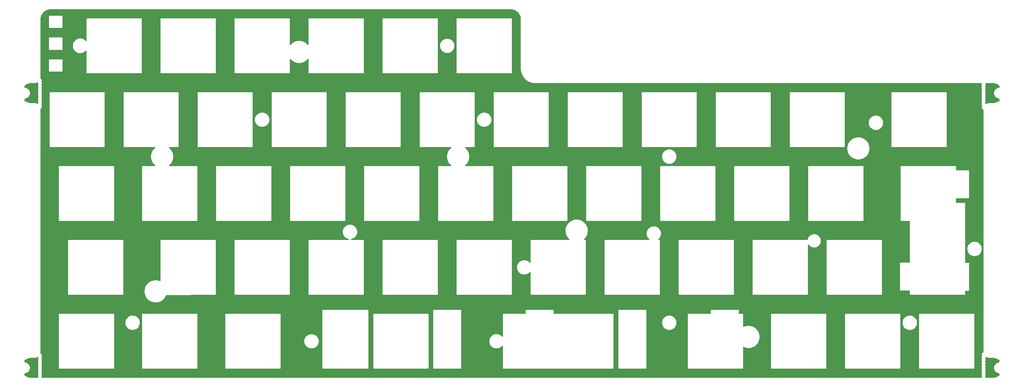
<source format=gbr>
G04 #@! TF.GenerationSoftware,KiCad,Pcbnew,(7.0.0)*
G04 #@! TF.CreationDate,2023-10-27T13:42:42+02:00*
G04 #@! TF.ProjectId,V4N plate,56344e20-706c-4617-9465-2e6b69636164,rev?*
G04 #@! TF.SameCoordinates,Original*
G04 #@! TF.FileFunction,Copper,L2,Bot*
G04 #@! TF.FilePolarity,Positive*
%FSLAX46Y46*%
G04 Gerber Fmt 4.6, Leading zero omitted, Abs format (unit mm)*
G04 Created by KiCad (PCBNEW (7.0.0)) date 2023-10-27 13:42:42*
%MOMM*%
%LPD*%
G01*
G04 APERTURE LIST*
G04 APERTURE END LIST*
G04 #@! TA.AperFunction,NonConductor*
G36*
X26377843Y-31650772D02*
G01*
X26425570Y-31686496D01*
X26451110Y-31740366D01*
X26448557Y-31799928D01*
X26439499Y-31830775D01*
X26439498Y-31830781D01*
X26437000Y-31839289D01*
X26437000Y-31983211D01*
X26439498Y-31991720D01*
X26439499Y-31991723D01*
X26441549Y-31998705D01*
X26477547Y-32121303D01*
X26482341Y-32128762D01*
X26482343Y-32128767D01*
X26537254Y-32214209D01*
X26556939Y-32281248D01*
X26537255Y-32348288D01*
X26482343Y-32433733D01*
X26482341Y-32433737D01*
X26477547Y-32441197D01*
X26475047Y-32449710D01*
X26475047Y-32449711D01*
X26439499Y-32570776D01*
X26439498Y-32570780D01*
X26437000Y-32579289D01*
X26437000Y-32723211D01*
X26477547Y-32861303D01*
X26510457Y-32912512D01*
X26537255Y-32954211D01*
X26556939Y-33021250D01*
X26537255Y-33088289D01*
X26522246Y-33111644D01*
X26477547Y-33181197D01*
X26475047Y-33189710D01*
X26475047Y-33189711D01*
X26439499Y-33310776D01*
X26439498Y-33310780D01*
X26437000Y-33319289D01*
X26437000Y-33463211D01*
X26477547Y-33601303D01*
X26482343Y-33608765D01*
X26537255Y-33694211D01*
X26556939Y-33761250D01*
X26537255Y-33828289D01*
X26528098Y-33842538D01*
X26477547Y-33921197D01*
X26475047Y-33929710D01*
X26475047Y-33929711D01*
X26439499Y-34050776D01*
X26439498Y-34050780D01*
X26437000Y-34059289D01*
X26437000Y-34203211D01*
X26439498Y-34211720D01*
X26439499Y-34211723D01*
X26441943Y-34220045D01*
X26477547Y-34341303D01*
X26482341Y-34348762D01*
X26482343Y-34348767D01*
X26537254Y-34434209D01*
X26556939Y-34501248D01*
X26537255Y-34568288D01*
X26482343Y-34653733D01*
X26482341Y-34653737D01*
X26477547Y-34661197D01*
X26475047Y-34669710D01*
X26475047Y-34669711D01*
X26439499Y-34790776D01*
X26439498Y-34790780D01*
X26437000Y-34799289D01*
X26437000Y-34943211D01*
X26477547Y-35081303D01*
X26482343Y-35088765D01*
X26537255Y-35174211D01*
X26556939Y-35241250D01*
X26537255Y-35308289D01*
X26528098Y-35322538D01*
X26477547Y-35401197D01*
X26475047Y-35409710D01*
X26475047Y-35409711D01*
X26439499Y-35530776D01*
X26439498Y-35530780D01*
X26437000Y-35539289D01*
X26437000Y-35683211D01*
X26477547Y-35821303D01*
X26482342Y-35828765D01*
X26482343Y-35828766D01*
X26527936Y-35899711D01*
X26547620Y-35966750D01*
X26527936Y-36033789D01*
X26482343Y-36104733D01*
X26482341Y-36104737D01*
X26477547Y-36112197D01*
X26475047Y-36120710D01*
X26475047Y-36120711D01*
X26439499Y-36241776D01*
X26439498Y-36241780D01*
X26437000Y-36250289D01*
X26437000Y-36394211D01*
X26439498Y-36402720D01*
X26439499Y-36402723D01*
X26457292Y-36463320D01*
X26477547Y-36532303D01*
X26508052Y-36579770D01*
X26552679Y-36649211D01*
X26572363Y-36716250D01*
X26552679Y-36783289D01*
X26484447Y-36889461D01*
X26477547Y-36900197D01*
X26475047Y-36908710D01*
X26475047Y-36908711D01*
X26439499Y-37029776D01*
X26439498Y-37029780D01*
X26437000Y-37038289D01*
X26437000Y-37047160D01*
X26437000Y-37087861D01*
X26420755Y-37149219D01*
X26376277Y-37194500D01*
X26315220Y-37211841D01*
X26256718Y-37197468D01*
X26256506Y-37197935D01*
X26254049Y-37196812D01*
X26254044Y-37196810D01*
X26252481Y-37196097D01*
X26252474Y-37196093D01*
X26052280Y-37104670D01*
X26052274Y-37104667D01*
X26048252Y-37102831D01*
X26044002Y-37101583D01*
X25832835Y-37039579D01*
X25832828Y-37039577D01*
X25828583Y-37038331D01*
X25824202Y-37037701D01*
X25824197Y-37037700D01*
X25606351Y-37006379D01*
X25606340Y-37006378D01*
X25601971Y-37005750D01*
X25597545Y-37005750D01*
X24665919Y-37005750D01*
X24659091Y-37005562D01*
X24386226Y-36990513D01*
X24372652Y-36989011D01*
X24106481Y-36944613D01*
X24093155Y-36941628D01*
X23833470Y-36868227D01*
X23820553Y-36863794D01*
X23570524Y-36762284D01*
X23558173Y-36756458D01*
X23320821Y-36628069D01*
X23309186Y-36620921D01*
X23307234Y-36619568D01*
X23091833Y-36470289D01*
X23073187Y-36454424D01*
X23015212Y-36394266D01*
X22994583Y-36365619D01*
X22985748Y-36348701D01*
X22958448Y-36296421D01*
X22946728Y-36263120D01*
X22946727Y-36263113D01*
X22931558Y-36186544D01*
X22929698Y-36151299D01*
X22936723Y-36073546D01*
X22944872Y-36039202D01*
X22964197Y-35990217D01*
X22973520Y-35966585D01*
X22991018Y-35935926D01*
X22993326Y-35932961D01*
X23038972Y-35874322D01*
X23064395Y-35849842D01*
X23127770Y-35804246D01*
X23159056Y-35787924D01*
X23241419Y-35758974D01*
X23258471Y-35754318D01*
X23272699Y-35751506D01*
X23275950Y-35750864D01*
X23276537Y-35753835D01*
X23276553Y-35753831D01*
X23275962Y-35750848D01*
X23275972Y-35750846D01*
X23356958Y-35734799D01*
X23562160Y-35658240D01*
X23752346Y-35549618D01*
X23922547Y-35411773D01*
X24068313Y-35248306D01*
X24185837Y-35063489D01*
X24272048Y-34862151D01*
X24324692Y-34649552D01*
X24342394Y-34431250D01*
X24324692Y-34212948D01*
X24272048Y-34000349D01*
X24185837Y-33799011D01*
X24161824Y-33761249D01*
X24071005Y-33618427D01*
X24071003Y-33618424D01*
X24068313Y-33614194D01*
X24020456Y-33560526D01*
X23925886Y-33454472D01*
X23922547Y-33450727D01*
X23808414Y-33358291D01*
X23756246Y-33316040D01*
X23756241Y-33316036D01*
X23752346Y-33312882D01*
X23747990Y-33310394D01*
X23747987Y-33310392D01*
X23566519Y-33206749D01*
X23566513Y-33206746D01*
X23562160Y-33204260D01*
X23356958Y-33127701D01*
X23352061Y-33126730D01*
X23352052Y-33126728D01*
X23275973Y-33111653D01*
X23276587Y-33108552D01*
X23276569Y-33108548D01*
X23275957Y-33111642D01*
X23272140Y-33110887D01*
X23258240Y-33108136D01*
X23241181Y-33103473D01*
X23159081Y-33074601D01*
X23127791Y-33058272D01*
X23064425Y-33012670D01*
X23039004Y-32988186D01*
X22991055Y-32926578D01*
X22973563Y-32895925D01*
X22944914Y-32823299D01*
X22936768Y-32788962D01*
X22929743Y-32711206D01*
X22931601Y-32675968D01*
X22946770Y-32599375D01*
X22958484Y-32566088D01*
X22994617Y-32496880D01*
X23015234Y-32468241D01*
X23073257Y-32408016D01*
X23091911Y-32392143D01*
X23309197Y-32241558D01*
X23320795Y-32234432D01*
X23558184Y-32106024D01*
X23570502Y-32100213D01*
X23820571Y-31998688D01*
X23833450Y-31994268D01*
X24093159Y-31920860D01*
X24106469Y-31917879D01*
X24372661Y-31873476D01*
X24386215Y-31871977D01*
X24658910Y-31856937D01*
X24665738Y-31856750D01*
X25597544Y-31856750D01*
X25601970Y-31856750D01*
X25828580Y-31824168D01*
X26048246Y-31759668D01*
X26256497Y-31664563D01*
X26262531Y-31660684D01*
X26263619Y-31660313D01*
X26264114Y-31660044D01*
X26264160Y-31660129D01*
X26318960Y-31641450D01*
X26377843Y-31650772D01*
G37*
G04 #@! TD.AperFunction*
G04 #@! TA.AperFunction,NonConductor*
G36*
X272203408Y-31856937D02*
G01*
X272476281Y-31871986D01*
X272489839Y-31873487D01*
X272756025Y-31917887D01*
X272769338Y-31920869D01*
X273029040Y-31994275D01*
X273041936Y-31998701D01*
X273291978Y-32100216D01*
X273304324Y-32106040D01*
X273504295Y-32214209D01*
X273541678Y-32234430D01*
X273553299Y-32241569D01*
X273770658Y-32392205D01*
X273789315Y-32408081D01*
X273847267Y-32468232D01*
X273867891Y-32496880D01*
X273904022Y-32566088D01*
X273915737Y-32599384D01*
X273930903Y-32675960D01*
X273932763Y-32711208D01*
X273925738Y-32788959D01*
X273917591Y-32823304D01*
X273888943Y-32895927D01*
X273871448Y-32926584D01*
X273823501Y-32988189D01*
X273798078Y-33012675D01*
X273734714Y-33058276D01*
X273703419Y-33074607D01*
X273621993Y-33103242D01*
X273604961Y-33107899D01*
X273510442Y-33126630D01*
X273510425Y-33126634D01*
X273505519Y-33127607D01*
X273500823Y-33129358D01*
X273500823Y-33129359D01*
X273305005Y-33202418D01*
X273304995Y-33202422D01*
X273300309Y-33204171D01*
X273295963Y-33206652D01*
X273295959Y-33206655D01*
X273114469Y-33310311D01*
X273114465Y-33310313D01*
X273110117Y-33312797D01*
X273106224Y-33315949D01*
X273106218Y-33315954D01*
X272943813Y-33447489D01*
X272943809Y-33447492D01*
X272939912Y-33450649D01*
X272936575Y-33454390D01*
X272936572Y-33454394D01*
X272797484Y-33610373D01*
X272797478Y-33610379D01*
X272794141Y-33614123D01*
X272791449Y-33618355D01*
X272791444Y-33618363D01*
X272679311Y-33794707D01*
X272679307Y-33794713D01*
X272676615Y-33798948D01*
X272674642Y-33803554D01*
X272674636Y-33803567D01*
X272592381Y-33995673D01*
X272592378Y-33995679D01*
X272590403Y-34000294D01*
X272589196Y-34005166D01*
X272589195Y-34005171D01*
X272538965Y-34208021D01*
X272538962Y-34208034D01*
X272537758Y-34212900D01*
X272537352Y-34217904D01*
X272537351Y-34217912D01*
X272524067Y-34381750D01*
X272520057Y-34431211D01*
X272520463Y-34436217D01*
X272537356Y-34644523D01*
X272537357Y-34644531D01*
X272537762Y-34649521D01*
X272538965Y-34654381D01*
X272538966Y-34654384D01*
X272589203Y-34857256D01*
X272590409Y-34862126D01*
X272592386Y-34866743D01*
X272674645Y-35058851D01*
X272674648Y-35058858D01*
X272676624Y-35063471D01*
X272794154Y-35248294D01*
X272797498Y-35252044D01*
X272936586Y-35408020D01*
X272936589Y-35408023D01*
X272939927Y-35411766D01*
X273110135Y-35549615D01*
X273300328Y-35658238D01*
X273505539Y-35734799D01*
X273586526Y-35750846D01*
X273585750Y-35754760D01*
X273585760Y-35754762D01*
X273586533Y-35750856D01*
X273604245Y-35754360D01*
X273621312Y-35759023D01*
X273703423Y-35787900D01*
X273734705Y-35804225D01*
X273798074Y-35849829D01*
X273823495Y-35874313D01*
X273871444Y-35935921D01*
X273888938Y-35966578D01*
X273917584Y-36039195D01*
X273925732Y-36073541D01*
X273932756Y-36151292D01*
X273930897Y-36186538D01*
X273918272Y-36250289D01*
X273915732Y-36263113D01*
X273904015Y-36296412D01*
X273867885Y-36365615D01*
X273847263Y-36394260D01*
X273789253Y-36454472D01*
X273770586Y-36470356D01*
X273553320Y-36620929D01*
X273541684Y-36628078D01*
X273304331Y-36756467D01*
X273291980Y-36762293D01*
X273041950Y-36863803D01*
X273029032Y-36868236D01*
X272769345Y-36941637D01*
X272756020Y-36944622D01*
X272489848Y-36989021D01*
X272476274Y-36990523D01*
X272203590Y-37005562D01*
X272196762Y-37005750D01*
X271359083Y-37005750D01*
X271358980Y-37005783D01*
X271358767Y-37005800D01*
X271260532Y-37005800D01*
X271256163Y-37006428D01*
X271256151Y-37006429D01*
X271038315Y-37037749D01*
X271038313Y-37037749D01*
X271033927Y-37038380D01*
X271029672Y-37039629D01*
X271029669Y-37039630D01*
X270818518Y-37101628D01*
X270818515Y-37101629D01*
X270814265Y-37102877D01*
X270810242Y-37104713D01*
X270810237Y-37104716D01*
X270610038Y-37196143D01*
X270606018Y-37197979D01*
X270602298Y-37200369D01*
X270602299Y-37200369D01*
X270498987Y-37266761D01*
X270445203Y-37285734D01*
X270388615Y-37278625D01*
X270341194Y-37246939D01*
X270312974Y-37197380D01*
X270284953Y-37101947D01*
X270275900Y-37087861D01*
X270234564Y-37023540D01*
X270217120Y-36979967D01*
X270217120Y-36933033D01*
X270234564Y-36889460D01*
X270248210Y-36868227D01*
X270284953Y-36811053D01*
X270325500Y-36672961D01*
X270325500Y-36529039D01*
X270284953Y-36390947D01*
X270280156Y-36383483D01*
X270280154Y-36383478D01*
X270225245Y-36298038D01*
X270207801Y-36254466D01*
X270207801Y-36207531D01*
X270225243Y-36163963D01*
X270284953Y-36071053D01*
X270325500Y-35932961D01*
X270325500Y-35789039D01*
X270284953Y-35650947D01*
X270280156Y-35643483D01*
X270280154Y-35643478D01*
X270225245Y-35558038D01*
X270207801Y-35514466D01*
X270207801Y-35467531D01*
X270225243Y-35423963D01*
X270284953Y-35331053D01*
X270325500Y-35192961D01*
X270325500Y-35049039D01*
X270284953Y-34910947D01*
X270225244Y-34818038D01*
X270207801Y-34774467D01*
X270207801Y-34727533D01*
X270225245Y-34683960D01*
X270234403Y-34669711D01*
X270284953Y-34591053D01*
X270325500Y-34452961D01*
X270325500Y-34309039D01*
X270284953Y-34170947D01*
X270280156Y-34163483D01*
X270280154Y-34163478D01*
X270225245Y-34078038D01*
X270207801Y-34034466D01*
X270207801Y-33987531D01*
X270225243Y-33943963D01*
X270284953Y-33851053D01*
X270325500Y-33712961D01*
X270325500Y-33569039D01*
X270284953Y-33430947D01*
X270280156Y-33423483D01*
X270280154Y-33423478D01*
X270225245Y-33338038D01*
X270207801Y-33294466D01*
X270207801Y-33247531D01*
X270225243Y-33203963D01*
X270284953Y-33111053D01*
X270325500Y-32972961D01*
X270325500Y-32829039D01*
X270284953Y-32690947D01*
X270280154Y-32683480D01*
X270234564Y-32612540D01*
X270217120Y-32568967D01*
X270217120Y-32522033D01*
X270234564Y-32478460D01*
X270279794Y-32408081D01*
X270284953Y-32400053D01*
X270325500Y-32261961D01*
X270325500Y-32118039D01*
X270295445Y-32015682D01*
X270292393Y-31958733D01*
X270315156Y-31906440D01*
X270358919Y-31869866D01*
X270414423Y-31856750D01*
X272173071Y-31856750D01*
X272196581Y-31856750D01*
X272203408Y-31856937D01*
G37*
G04 #@! TD.AperFunction*
G04 #@! TA.AperFunction,NonConductor*
G36*
X26442103Y-102473890D02*
G01*
X26489101Y-102520885D01*
X26505081Y-102585400D01*
X26485450Y-102648898D01*
X26482344Y-102653730D01*
X26482339Y-102653739D01*
X26477547Y-102661197D01*
X26475047Y-102669710D01*
X26475047Y-102669711D01*
X26439499Y-102790776D01*
X26439498Y-102790780D01*
X26437000Y-102799289D01*
X26437000Y-102943211D01*
X26439498Y-102951720D01*
X26439499Y-102951723D01*
X26451337Y-102992038D01*
X26477547Y-103081303D01*
X26510607Y-103132745D01*
X26537255Y-103174211D01*
X26556939Y-103241250D01*
X26537255Y-103308289D01*
X26522609Y-103331079D01*
X26477547Y-103401197D01*
X26475047Y-103409710D01*
X26475047Y-103409711D01*
X26439499Y-103530776D01*
X26439498Y-103530780D01*
X26437000Y-103539289D01*
X26437000Y-103683211D01*
X26439498Y-103691720D01*
X26439499Y-103691723D01*
X26451337Y-103732039D01*
X26477547Y-103821303D01*
X26504133Y-103862672D01*
X26537255Y-103914211D01*
X26556939Y-103981250D01*
X26537255Y-104048289D01*
X26534545Y-104052506D01*
X26477547Y-104141197D01*
X26475047Y-104149710D01*
X26475047Y-104149711D01*
X26439499Y-104270776D01*
X26439498Y-104270780D01*
X26437000Y-104279289D01*
X26437000Y-104423211D01*
X26439498Y-104431720D01*
X26439499Y-104431723D01*
X26450258Y-104468363D01*
X26477547Y-104561303D01*
X26482341Y-104568762D01*
X26482343Y-104568767D01*
X26537254Y-104654209D01*
X26556939Y-104721248D01*
X26537255Y-104788288D01*
X26482343Y-104873733D01*
X26482341Y-104873737D01*
X26477547Y-104881197D01*
X26475047Y-104889710D01*
X26475047Y-104889711D01*
X26439499Y-105010776D01*
X26439498Y-105010780D01*
X26437000Y-105019289D01*
X26437000Y-105163211D01*
X26439498Y-105171720D01*
X26439499Y-105171723D01*
X26451337Y-105212038D01*
X26477547Y-105301303D01*
X26520435Y-105368038D01*
X26537255Y-105394211D01*
X26556939Y-105461250D01*
X26537255Y-105528289D01*
X26535020Y-105531767D01*
X26477547Y-105621197D01*
X26475047Y-105629710D01*
X26475047Y-105629711D01*
X26439499Y-105750776D01*
X26439498Y-105750780D01*
X26437000Y-105759289D01*
X26437000Y-105903211D01*
X26439498Y-105911720D01*
X26439499Y-105911723D01*
X26440018Y-105913489D01*
X26477547Y-106041303D01*
X26482342Y-106048765D01*
X26482343Y-106048766D01*
X26527936Y-106119711D01*
X26547620Y-106186750D01*
X26527936Y-106253789D01*
X26482343Y-106324733D01*
X26482341Y-106324737D01*
X26477547Y-106332197D01*
X26475047Y-106340710D01*
X26475047Y-106340711D01*
X26439499Y-106461776D01*
X26439498Y-106461780D01*
X26437000Y-106470289D01*
X26437000Y-106614211D01*
X26477547Y-106752303D01*
X26547488Y-106861133D01*
X26552679Y-106869211D01*
X26572363Y-106936250D01*
X26552679Y-107003289D01*
X26531304Y-107036550D01*
X26477547Y-107120197D01*
X26475047Y-107128710D01*
X26475047Y-107128711D01*
X26439499Y-107249776D01*
X26439498Y-107249780D01*
X26437000Y-107258289D01*
X26437000Y-107402211D01*
X26477547Y-107540303D01*
X26522159Y-107609721D01*
X26552679Y-107657211D01*
X26570122Y-107700783D01*
X26570122Y-107747718D01*
X26552678Y-107791290D01*
X26547858Y-107798790D01*
X26502970Y-107840582D01*
X26443543Y-107855750D01*
X24665919Y-107855750D01*
X24659091Y-107855562D01*
X24386226Y-107840513D01*
X24372652Y-107839011D01*
X24106481Y-107794613D01*
X24093155Y-107791628D01*
X23833470Y-107718227D01*
X23820553Y-107713794D01*
X23570524Y-107612284D01*
X23558173Y-107606458D01*
X23320821Y-107478069D01*
X23309186Y-107470921D01*
X23307234Y-107469568D01*
X23091833Y-107320289D01*
X23073187Y-107304424D01*
X23015212Y-107244266D01*
X22994583Y-107215619D01*
X22985748Y-107198701D01*
X22958448Y-107146421D01*
X22946728Y-107113120D01*
X22941348Y-107085961D01*
X22931558Y-107036544D01*
X22929698Y-107001299D01*
X22936723Y-106923546D01*
X22944872Y-106889202D01*
X22952759Y-106869210D01*
X22973520Y-106816585D01*
X22991018Y-106785926D01*
X23011381Y-106759767D01*
X23038972Y-106724322D01*
X23064395Y-106699842D01*
X23127770Y-106654246D01*
X23159056Y-106637924D01*
X23241419Y-106608974D01*
X23258471Y-106604318D01*
X23272699Y-106601506D01*
X23275950Y-106600864D01*
X23276537Y-106603835D01*
X23276553Y-106603831D01*
X23275962Y-106600848D01*
X23275972Y-106600846D01*
X23356958Y-106584799D01*
X23562160Y-106508240D01*
X23752346Y-106399618D01*
X23922547Y-106261773D01*
X24068313Y-106098306D01*
X24185837Y-105913489D01*
X24272048Y-105712151D01*
X24324692Y-105499552D01*
X24342394Y-105281250D01*
X24324692Y-105062948D01*
X24272048Y-104850349D01*
X24185837Y-104649011D01*
X24127634Y-104557482D01*
X24071005Y-104468427D01*
X24071003Y-104468424D01*
X24068313Y-104464194D01*
X24023857Y-104414340D01*
X23925886Y-104304472D01*
X23922547Y-104300727D01*
X23808414Y-104208291D01*
X23756246Y-104166040D01*
X23756241Y-104166036D01*
X23752346Y-104162882D01*
X23747990Y-104160394D01*
X23747987Y-104160392D01*
X23566519Y-104056749D01*
X23566513Y-104056746D01*
X23562160Y-104054260D01*
X23416654Y-103999973D01*
X23361641Y-103979448D01*
X23361638Y-103979447D01*
X23356958Y-103977701D01*
X23352061Y-103976730D01*
X23352052Y-103976728D01*
X23275973Y-103961653D01*
X23276587Y-103958552D01*
X23276569Y-103958548D01*
X23275957Y-103961642D01*
X23272140Y-103960887D01*
X23258240Y-103958136D01*
X23241181Y-103953473D01*
X23159081Y-103924601D01*
X23127791Y-103908272D01*
X23064425Y-103862670D01*
X23039004Y-103838186D01*
X22991055Y-103776578D01*
X22973563Y-103745925D01*
X22944914Y-103673299D01*
X22936768Y-103638962D01*
X22929743Y-103561206D01*
X22931601Y-103525968D01*
X22946770Y-103449375D01*
X22958484Y-103416088D01*
X22994617Y-103346880D01*
X23015234Y-103318241D01*
X23073257Y-103258016D01*
X23091911Y-103242143D01*
X23309197Y-103091558D01*
X23320795Y-103084432D01*
X23558184Y-102956024D01*
X23570502Y-102950213D01*
X23820571Y-102848688D01*
X23833450Y-102844268D01*
X24093159Y-102770860D01*
X24106469Y-102767879D01*
X24372661Y-102723476D01*
X24386215Y-102721977D01*
X24658910Y-102706937D01*
X24665738Y-102706750D01*
X25597544Y-102706750D01*
X25601970Y-102706750D01*
X25828580Y-102674168D01*
X26048246Y-102609668D01*
X26256497Y-102514563D01*
X26314094Y-102477547D01*
X26377588Y-102457915D01*
X26442103Y-102473890D01*
G37*
G04 #@! TD.AperFunction*
G04 #@! TA.AperFunction,NonConductor*
G36*
X148140972Y-12806945D02*
G01*
X148418806Y-12822548D01*
X148432607Y-12824103D01*
X148653960Y-12861712D01*
X148703507Y-12870131D01*
X148717064Y-12873225D01*
X148769950Y-12888461D01*
X148981116Y-12949298D01*
X148994219Y-12953883D01*
X149248101Y-13059046D01*
X149260614Y-13065073D01*
X149501111Y-13197992D01*
X149512880Y-13205386D01*
X149736968Y-13364389D01*
X149736978Y-13364396D01*
X149747850Y-13373066D01*
X149952739Y-13556169D01*
X149962571Y-13566002D01*
X150145662Y-13770885D01*
X150154332Y-13781757D01*
X150313331Y-14005849D01*
X150320730Y-14017624D01*
X150453647Y-14258128D01*
X150459680Y-14270656D01*
X150564829Y-14524518D01*
X150569421Y-14537643D01*
X150645484Y-14801679D01*
X150648578Y-14815236D01*
X150694600Y-15086128D01*
X150696157Y-15099946D01*
X150701722Y-15199071D01*
X150711056Y-15365333D01*
X150711805Y-15378665D01*
X150712000Y-15385616D01*
X150712000Y-28081066D01*
X150711976Y-28081251D01*
X150711950Y-28081251D01*
X150711950Y-28081445D01*
X150711950Y-28081446D01*
X150711952Y-28263682D01*
X150711952Y-28263701D01*
X150711953Y-28266731D01*
X150712250Y-28269750D01*
X150712251Y-28269762D01*
X150748019Y-28632874D01*
X150748021Y-28632888D01*
X150748318Y-28635902D01*
X150748910Y-28638882D01*
X150748912Y-28638890D01*
X150802750Y-28909536D01*
X150820692Y-28999732D01*
X150821573Y-29002636D01*
X150821577Y-29002652D01*
X150927494Y-29351797D01*
X150928380Y-29354716D01*
X151070343Y-29697436D01*
X151245215Y-30024590D01*
X151246907Y-30027122D01*
X151449630Y-30330514D01*
X151449635Y-30330520D01*
X151451311Y-30333029D01*
X151686647Y-30619782D01*
X151688788Y-30621923D01*
X151688789Y-30621924D01*
X151946806Y-30879939D01*
X151946816Y-30879948D01*
X151948956Y-30882088D01*
X151951299Y-30884011D01*
X151951307Y-30884018D01*
X152071595Y-30982734D01*
X152235712Y-31117420D01*
X152544154Y-31323512D01*
X152546825Y-31324940D01*
X152546829Y-31324942D01*
X152665681Y-31388469D01*
X152871311Y-31498379D01*
X153214032Y-31640337D01*
X153569018Y-31748020D01*
X153932848Y-31820390D01*
X154302021Y-31856750D01*
X154471583Y-31856750D01*
X154487500Y-31856750D01*
X154514429Y-31856750D01*
X269235577Y-31856750D01*
X269291081Y-31869866D01*
X269334844Y-31906440D01*
X269357607Y-31958733D01*
X269354554Y-32015682D01*
X269324500Y-32118039D01*
X269324500Y-32261961D01*
X269326998Y-32270470D01*
X269326999Y-32270473D01*
X269330604Y-32282750D01*
X269365047Y-32400053D01*
X269386689Y-32433728D01*
X269415436Y-32478460D01*
X269435120Y-32545498D01*
X269415436Y-32612537D01*
X269369844Y-32683480D01*
X269369839Y-32683489D01*
X269365047Y-32690947D01*
X269362547Y-32699460D01*
X269362547Y-32699461D01*
X269326999Y-32820526D01*
X269326998Y-32820530D01*
X269324500Y-32829039D01*
X269324500Y-32972961D01*
X269326998Y-32981470D01*
X269326999Y-32981473D01*
X269333103Y-33002261D01*
X269365047Y-33111053D01*
X269390063Y-33149978D01*
X269424755Y-33203961D01*
X269444439Y-33271000D01*
X269424754Y-33338039D01*
X269365047Y-33430947D01*
X269362547Y-33439460D01*
X269362547Y-33439461D01*
X269326999Y-33560526D01*
X269326998Y-33560530D01*
X269324500Y-33569039D01*
X269324500Y-33712961D01*
X269365047Y-33851053D01*
X269405328Y-33913732D01*
X269424755Y-33943961D01*
X269444439Y-34011000D01*
X269424754Y-34078039D01*
X269365047Y-34170947D01*
X269362547Y-34179460D01*
X269362547Y-34179461D01*
X269326999Y-34300526D01*
X269326998Y-34300530D01*
X269324500Y-34309039D01*
X269324500Y-34452961D01*
X269326998Y-34461470D01*
X269326999Y-34461473D01*
X269338678Y-34501248D01*
X269365047Y-34591053D01*
X269369841Y-34598512D01*
X269369843Y-34598517D01*
X269424754Y-34683959D01*
X269444439Y-34750998D01*
X269424755Y-34818038D01*
X269369843Y-34903483D01*
X269369841Y-34903487D01*
X269365047Y-34910947D01*
X269362547Y-34919460D01*
X269362547Y-34919461D01*
X269326999Y-35040526D01*
X269326998Y-35040530D01*
X269324500Y-35049039D01*
X269324500Y-35192961D01*
X269326998Y-35201470D01*
X269326999Y-35201473D01*
X269341848Y-35252044D01*
X269365047Y-35331053D01*
X269369843Y-35338515D01*
X269424755Y-35423961D01*
X269444439Y-35491000D01*
X269424755Y-35558039D01*
X269379252Y-35628844D01*
X269365047Y-35650947D01*
X269362547Y-35659460D01*
X269362547Y-35659461D01*
X269326999Y-35780526D01*
X269326998Y-35780530D01*
X269324500Y-35789039D01*
X269324500Y-35932961D01*
X269326998Y-35941470D01*
X269326999Y-35941473D01*
X269334421Y-35966750D01*
X269365047Y-36071053D01*
X269369843Y-36078515D01*
X269424755Y-36163961D01*
X269444439Y-36231000D01*
X269424754Y-36298039D01*
X269365047Y-36390947D01*
X269362547Y-36399460D01*
X269362547Y-36399461D01*
X269326999Y-36520526D01*
X269326998Y-36520530D01*
X269324500Y-36529039D01*
X269324500Y-36672961D01*
X269326998Y-36681470D01*
X269326999Y-36681473D01*
X269344101Y-36739717D01*
X269365047Y-36811053D01*
X269369842Y-36818515D01*
X269369843Y-36818516D01*
X269415436Y-36889461D01*
X269435120Y-36956500D01*
X269415436Y-37023539D01*
X269369843Y-37094483D01*
X269369841Y-37094487D01*
X269365047Y-37101947D01*
X269362547Y-37110460D01*
X269362547Y-37110461D01*
X269326999Y-37231526D01*
X269326998Y-37231530D01*
X269324500Y-37240039D01*
X269324500Y-37383961D01*
X269365047Y-37522053D01*
X269369843Y-37529515D01*
X269440179Y-37638961D01*
X269459863Y-37706000D01*
X269440178Y-37773039D01*
X269365047Y-37889947D01*
X269362547Y-37898460D01*
X269362547Y-37898461D01*
X269326999Y-38019526D01*
X269326998Y-38019530D01*
X269324500Y-38028039D01*
X269324500Y-38171961D01*
X269365047Y-38310053D01*
X269442857Y-38431128D01*
X269449555Y-38436932D01*
X269449557Y-38436934D01*
X269512849Y-38491776D01*
X269551627Y-38525377D01*
X269682543Y-38585165D01*
X269687627Y-38585895D01*
X269731704Y-38609964D01*
X269763295Y-38652165D01*
X269774500Y-38703676D01*
X269774500Y-101079323D01*
X269771338Y-101079323D01*
X269771337Y-101079330D01*
X269774499Y-101079330D01*
X269774499Y-101106070D01*
X269774475Y-101106253D01*
X269774450Y-101106253D01*
X269774450Y-101106449D01*
X269774450Y-101106450D01*
X269774453Y-101211333D01*
X269763249Y-101262844D01*
X269731660Y-101305046D01*
X269687599Y-101329107D01*
X269682543Y-101329835D01*
X269674479Y-101333517D01*
X269674478Y-101333518D01*
X269559694Y-101385938D01*
X269559689Y-101385941D01*
X269551627Y-101389623D01*
X269544927Y-101395428D01*
X269544923Y-101395431D01*
X269449557Y-101478065D01*
X269449551Y-101478070D01*
X269442857Y-101483872D01*
X269438066Y-101491325D01*
X269438064Y-101491329D01*
X269369843Y-101597484D01*
X269365047Y-101604947D01*
X269362547Y-101613460D01*
X269362547Y-101613461D01*
X269326999Y-101734526D01*
X269326998Y-101734530D01*
X269324500Y-101743039D01*
X269324500Y-101886961D01*
X269365047Y-102025053D01*
X269369841Y-102032512D01*
X269369843Y-102032517D01*
X269424754Y-102117959D01*
X269444439Y-102184998D01*
X269424755Y-102252038D01*
X269369843Y-102337483D01*
X269369841Y-102337487D01*
X269365047Y-102344947D01*
X269362547Y-102353460D01*
X269362547Y-102353461D01*
X269326999Y-102474526D01*
X269326998Y-102474530D01*
X269324500Y-102483039D01*
X269324500Y-102626961D01*
X269326998Y-102635470D01*
X269326999Y-102635473D01*
X269338361Y-102674168D01*
X269365047Y-102765053D01*
X269369843Y-102772515D01*
X269424755Y-102857961D01*
X269444439Y-102925000D01*
X269424754Y-102992039D01*
X269365047Y-103084947D01*
X269362547Y-103093460D01*
X269362547Y-103093461D01*
X269326999Y-103214526D01*
X269326998Y-103214530D01*
X269324500Y-103223039D01*
X269324500Y-103366961D01*
X269326998Y-103375470D01*
X269326999Y-103375473D01*
X269348701Y-103449384D01*
X269365047Y-103505053D01*
X269392750Y-103548160D01*
X269424755Y-103597961D01*
X269444439Y-103665000D01*
X269424755Y-103732039D01*
X269400222Y-103770213D01*
X269365047Y-103824947D01*
X269362547Y-103833460D01*
X269362547Y-103833461D01*
X269326999Y-103954526D01*
X269326998Y-103954530D01*
X269324500Y-103963039D01*
X269324500Y-104106961D01*
X269326998Y-104115470D01*
X269326999Y-104115473D01*
X269340895Y-104162797D01*
X269365047Y-104245053D01*
X269403183Y-104304394D01*
X269424755Y-104337961D01*
X269444439Y-104405000D01*
X269424755Y-104472039D01*
X269373666Y-104551535D01*
X269365047Y-104564947D01*
X269362547Y-104573460D01*
X269362547Y-104573461D01*
X269326999Y-104694526D01*
X269326998Y-104694530D01*
X269324500Y-104703039D01*
X269324500Y-104846961D01*
X269326998Y-104855470D01*
X269326999Y-104855473D01*
X269348841Y-104929863D01*
X269365047Y-104985053D01*
X269369843Y-104992515D01*
X269424755Y-105077961D01*
X269444439Y-105145000D01*
X269424754Y-105212039D01*
X269365047Y-105304947D01*
X269362547Y-105313460D01*
X269362547Y-105313461D01*
X269326999Y-105434526D01*
X269326998Y-105434530D01*
X269324500Y-105443039D01*
X269324500Y-105586961D01*
X269326998Y-105595470D01*
X269326999Y-105595473D01*
X269332361Y-105613734D01*
X269365047Y-105725053D01*
X269369842Y-105732515D01*
X269369843Y-105732516D01*
X269415436Y-105803461D01*
X269435120Y-105870500D01*
X269415436Y-105937539D01*
X269369843Y-106008483D01*
X269369841Y-106008487D01*
X269365047Y-106015947D01*
X269362547Y-106024460D01*
X269362547Y-106024461D01*
X269326999Y-106145526D01*
X269326998Y-106145530D01*
X269324500Y-106154039D01*
X269324500Y-106297961D01*
X269326998Y-106306470D01*
X269326999Y-106306473D01*
X269332361Y-106324733D01*
X269365047Y-106436053D01*
X269411439Y-106508240D01*
X269440179Y-106552961D01*
X269459863Y-106620000D01*
X269440179Y-106687039D01*
X269376632Y-106785921D01*
X269365047Y-106803947D01*
X269362547Y-106812460D01*
X269362547Y-106812461D01*
X269326999Y-106933526D01*
X269326998Y-106933530D01*
X269324500Y-106942039D01*
X269324500Y-107085961D01*
X269326998Y-107094470D01*
X269326999Y-107094473D01*
X269334552Y-107120197D01*
X269365047Y-107224053D01*
X269369841Y-107231512D01*
X269369843Y-107231517D01*
X269440178Y-107340959D01*
X269459863Y-107407999D01*
X269440179Y-107475038D01*
X269369843Y-107584483D01*
X269369841Y-107584487D01*
X269365047Y-107591947D01*
X269362547Y-107600460D01*
X269362547Y-107600461D01*
X269326999Y-107721526D01*
X269326998Y-107721530D01*
X269324500Y-107730039D01*
X269324500Y-107738909D01*
X269323238Y-107747687D01*
X269320341Y-107747270D01*
X269307887Y-107793750D01*
X269262500Y-107839137D01*
X269200500Y-107855750D01*
X27431457Y-107855750D01*
X27372035Y-107840585D01*
X27327148Y-107798800D01*
X27326725Y-107798142D01*
X27322325Y-107791295D01*
X27304878Y-107747725D01*
X27304876Y-107700786D01*
X27322321Y-107657211D01*
X27397453Y-107540303D01*
X27438000Y-107402211D01*
X27438000Y-107258289D01*
X27397453Y-107120197D01*
X27380921Y-107094473D01*
X27343696Y-107036550D01*
X27322320Y-107003287D01*
X27304877Y-106959717D01*
X27304877Y-106912783D01*
X27322321Y-106869211D01*
X27397453Y-106752303D01*
X27438000Y-106614211D01*
X27438000Y-106470289D01*
X27397453Y-106332197D01*
X27380921Y-106306473D01*
X27347064Y-106253790D01*
X27329620Y-106210217D01*
X27329620Y-106163283D01*
X27347064Y-106119710D01*
X27360827Y-106098294D01*
X27397453Y-106041303D01*
X27438000Y-105903211D01*
X27438000Y-105759289D01*
X27397453Y-105621197D01*
X27337744Y-105528288D01*
X27320301Y-105484717D01*
X27320301Y-105463904D01*
X31793250Y-105463904D01*
X31798985Y-105471797D01*
X31800812Y-105475382D01*
X31800814Y-105475386D01*
X31805244Y-105484081D01*
X31808260Y-105493362D01*
X31816154Y-105499097D01*
X31818994Y-105501937D01*
X31818998Y-105501942D01*
X31825901Y-105508844D01*
X31831638Y-105516740D01*
X31840920Y-105519755D01*
X31844497Y-105521578D01*
X31844503Y-105521582D01*
X31853202Y-105526014D01*
X31861096Y-105531750D01*
X31877833Y-105531750D01*
X31926404Y-105531750D01*
X45861096Y-105531750D01*
X45909667Y-105531750D01*
X45916646Y-105531750D01*
X45926404Y-105531750D01*
X45934306Y-105526007D01*
X45940318Y-105522944D01*
X45940338Y-105522934D01*
X45946572Y-105519757D01*
X45955862Y-105516740D01*
X45961601Y-105508839D01*
X45968501Y-105501940D01*
X45968502Y-105501941D01*
X45968506Y-105501935D01*
X45971339Y-105499101D01*
X45979240Y-105493362D01*
X45982256Y-105484077D01*
X45986653Y-105475448D01*
X45986659Y-105475435D01*
X45988509Y-105471804D01*
X45994250Y-105463904D01*
X53224500Y-105463904D01*
X53230235Y-105471797D01*
X53232062Y-105475382D01*
X53232064Y-105475386D01*
X53236494Y-105484081D01*
X53239510Y-105493362D01*
X53247404Y-105499097D01*
X53250244Y-105501937D01*
X53250248Y-105501942D01*
X53257151Y-105508844D01*
X53262888Y-105516740D01*
X53272170Y-105519755D01*
X53275747Y-105521578D01*
X53275753Y-105521582D01*
X53284452Y-105526014D01*
X53292346Y-105531750D01*
X53309083Y-105531750D01*
X53357654Y-105531750D01*
X67292346Y-105531750D01*
X67340917Y-105531750D01*
X67347896Y-105531750D01*
X67357654Y-105531750D01*
X67365556Y-105526007D01*
X67371568Y-105522944D01*
X67371588Y-105522934D01*
X67377822Y-105519757D01*
X67387112Y-105516740D01*
X67392851Y-105508839D01*
X67399751Y-105501940D01*
X67399752Y-105501941D01*
X67399756Y-105501935D01*
X67402589Y-105499101D01*
X67410490Y-105493362D01*
X67413506Y-105484077D01*
X67417903Y-105475448D01*
X67417909Y-105475435D01*
X67419759Y-105471804D01*
X67425500Y-105463904D01*
X74655750Y-105463904D01*
X74661485Y-105471797D01*
X74663312Y-105475382D01*
X74663314Y-105475386D01*
X74667744Y-105484081D01*
X74670760Y-105493362D01*
X74678654Y-105499097D01*
X74681494Y-105501937D01*
X74681498Y-105501942D01*
X74688401Y-105508844D01*
X74694138Y-105516740D01*
X74703420Y-105519755D01*
X74706997Y-105521578D01*
X74707003Y-105521582D01*
X74715702Y-105526014D01*
X74723596Y-105531750D01*
X74740333Y-105531750D01*
X74788904Y-105531750D01*
X88723596Y-105531750D01*
X88772167Y-105531750D01*
X88779146Y-105531750D01*
X88788904Y-105531750D01*
X88796806Y-105526007D01*
X88802818Y-105522944D01*
X88802838Y-105522934D01*
X88809072Y-105519757D01*
X88818362Y-105516740D01*
X88824101Y-105508839D01*
X88831001Y-105501940D01*
X88831002Y-105501941D01*
X88831006Y-105501935D01*
X88833839Y-105499101D01*
X88841740Y-105493362D01*
X88844756Y-105484077D01*
X88849153Y-105475448D01*
X88849159Y-105475435D01*
X88851009Y-105471804D01*
X88856750Y-105463904D01*
X99593250Y-105463904D01*
X99598985Y-105471797D01*
X99600812Y-105475382D01*
X99600814Y-105475386D01*
X99605244Y-105484081D01*
X99608260Y-105493362D01*
X99616154Y-105499097D01*
X99618994Y-105501937D01*
X99618998Y-105501942D01*
X99625901Y-105508844D01*
X99631638Y-105516740D01*
X99640920Y-105519755D01*
X99644497Y-105521578D01*
X99644503Y-105521582D01*
X99653202Y-105526014D01*
X99661096Y-105531750D01*
X99677833Y-105531750D01*
X99726404Y-105531750D01*
X111385596Y-105531750D01*
X111434167Y-105531750D01*
X111441146Y-105531750D01*
X111450904Y-105531750D01*
X111458806Y-105526007D01*
X111464818Y-105522944D01*
X111464838Y-105522934D01*
X111471072Y-105519757D01*
X111480362Y-105516740D01*
X111486101Y-105508839D01*
X111493001Y-105501940D01*
X111493002Y-105501941D01*
X111493006Y-105501935D01*
X111495839Y-105499101D01*
X111503740Y-105493362D01*
X111506756Y-105484077D01*
X111511153Y-105475448D01*
X111511159Y-105475435D01*
X111513009Y-105471804D01*
X111518750Y-105463904D01*
X112755750Y-105463904D01*
X112761485Y-105471797D01*
X112763312Y-105475382D01*
X112763314Y-105475386D01*
X112767744Y-105484081D01*
X112770760Y-105493362D01*
X112778654Y-105499097D01*
X112781494Y-105501937D01*
X112781498Y-105501942D01*
X112788401Y-105508844D01*
X112794138Y-105516740D01*
X112803420Y-105519755D01*
X112806997Y-105521578D01*
X112807003Y-105521582D01*
X112815702Y-105526014D01*
X112823596Y-105531750D01*
X112840333Y-105531750D01*
X112888904Y-105531750D01*
X126823596Y-105531750D01*
X126872167Y-105531750D01*
X126879146Y-105531750D01*
X126888904Y-105531750D01*
X126896806Y-105526007D01*
X126902818Y-105522944D01*
X126902838Y-105522934D01*
X126909072Y-105519757D01*
X126918362Y-105516740D01*
X126924101Y-105508839D01*
X126931001Y-105501940D01*
X126931002Y-105501941D01*
X126931006Y-105501935D01*
X126933839Y-105499101D01*
X126941740Y-105493362D01*
X126944756Y-105484077D01*
X126949153Y-105475448D01*
X126949159Y-105475435D01*
X126951009Y-105471804D01*
X126956750Y-105463904D01*
X128193750Y-105463904D01*
X128199485Y-105471797D01*
X128201312Y-105475382D01*
X128201314Y-105475386D01*
X128205744Y-105484081D01*
X128208760Y-105493362D01*
X128216654Y-105499097D01*
X128219494Y-105501937D01*
X128219498Y-105501942D01*
X128226401Y-105508844D01*
X128232138Y-105516740D01*
X128241420Y-105519755D01*
X128244997Y-105521578D01*
X128245003Y-105521582D01*
X128253702Y-105526014D01*
X128261596Y-105531750D01*
X128278333Y-105531750D01*
X128326904Y-105531750D01*
X135261596Y-105531750D01*
X135310167Y-105531750D01*
X135317146Y-105531750D01*
X135326904Y-105531750D01*
X135334806Y-105526007D01*
X135340818Y-105522944D01*
X135340838Y-105522934D01*
X135347072Y-105519757D01*
X135356362Y-105516740D01*
X135362101Y-105508839D01*
X135369001Y-105501940D01*
X135369002Y-105501941D01*
X135369006Y-105501935D01*
X135371839Y-105499101D01*
X135379740Y-105493362D01*
X135382756Y-105484077D01*
X135387153Y-105475448D01*
X135387159Y-105475435D01*
X135389009Y-105471804D01*
X135394750Y-105463904D01*
X135394750Y-105398596D01*
X135394750Y-98322638D01*
X142608812Y-98322638D01*
X142608882Y-98327038D01*
X142608882Y-98327046D01*
X142612948Y-98581216D01*
X142613034Y-98586591D01*
X142613729Y-98590950D01*
X142613730Y-98590951D01*
X142646608Y-98796901D01*
X142654651Y-98847277D01*
X142655956Y-98851487D01*
X142655959Y-98851499D01*
X142731515Y-99095213D01*
X142732821Y-99099425D01*
X142734712Y-99103411D01*
X142823810Y-99291234D01*
X142845965Y-99337936D01*
X142848402Y-99341614D01*
X142848403Y-99341615D01*
X142986682Y-99550275D01*
X142991794Y-99557988D01*
X142994733Y-99561288D01*
X142994736Y-99561292D01*
X143137387Y-99721475D01*
X143167360Y-99755132D01*
X143369113Y-99925381D01*
X143592974Y-100065293D01*
X143834416Y-100172040D01*
X144088558Y-100243462D01*
X144350260Y-100278116D01*
X144614232Y-100275301D01*
X144875136Y-100235074D01*
X145127697Y-100158249D01*
X145366807Y-100046378D01*
X145587633Y-99901723D01*
X145785710Y-99727210D01*
X145877983Y-99619036D01*
X145926629Y-99584237D01*
X145985909Y-99576258D01*
X146042028Y-99596958D01*
X146081927Y-99641521D01*
X146096322Y-99699577D01*
X146093267Y-105398552D01*
X146093265Y-105398574D01*
X146093250Y-105398596D01*
X146093250Y-105398773D01*
X146093250Y-105430330D01*
X146093241Y-105447113D01*
X146092135Y-105447112D01*
X146092140Y-105447141D01*
X146093250Y-105447141D01*
X146093250Y-105463904D01*
X146098983Y-105471795D01*
X146102010Y-105477736D01*
X146102033Y-105477782D01*
X146105217Y-105484040D01*
X146108227Y-105493316D01*
X146116116Y-105499054D01*
X146119041Y-105501982D01*
X146119054Y-105501997D01*
X146121055Y-105503998D01*
X146122963Y-105505908D01*
X146122976Y-105505919D01*
X146125901Y-105508844D01*
X146131638Y-105516740D01*
X146140917Y-105519754D01*
X146147871Y-105523298D01*
X146147929Y-105523328D01*
X146153149Y-105525991D01*
X146161042Y-105531732D01*
X146177805Y-105531740D01*
X146177804Y-105532848D01*
X146177833Y-105532853D01*
X146177833Y-105531750D01*
X146194629Y-105531750D01*
X146226350Y-105531767D01*
X146226371Y-105531751D01*
X146226390Y-105531750D01*
X174504146Y-105531750D01*
X174513904Y-105531750D01*
X174521806Y-105526007D01*
X174527818Y-105522944D01*
X174527838Y-105522934D01*
X174534072Y-105519757D01*
X174543362Y-105516740D01*
X174549101Y-105508839D01*
X174556001Y-105501940D01*
X174556002Y-105501941D01*
X174556006Y-105501935D01*
X174558839Y-105499101D01*
X174566740Y-105493362D01*
X174569756Y-105484077D01*
X174574153Y-105475448D01*
X174574159Y-105475435D01*
X174576009Y-105471804D01*
X174581750Y-105463904D01*
X175818750Y-105463904D01*
X175824485Y-105471797D01*
X175826312Y-105475382D01*
X175826314Y-105475386D01*
X175830744Y-105484081D01*
X175833760Y-105493362D01*
X175841654Y-105499097D01*
X175844494Y-105501937D01*
X175844498Y-105501942D01*
X175851401Y-105508844D01*
X175857138Y-105516740D01*
X175866420Y-105519755D01*
X175869997Y-105521578D01*
X175870003Y-105521582D01*
X175878702Y-105526014D01*
X175886596Y-105531750D01*
X175903333Y-105531750D01*
X175951904Y-105531750D01*
X182886596Y-105531750D01*
X182935167Y-105531750D01*
X182942146Y-105531750D01*
X182951904Y-105531750D01*
X182959806Y-105526007D01*
X182965818Y-105522944D01*
X182965838Y-105522934D01*
X182972072Y-105519757D01*
X182981362Y-105516740D01*
X182987101Y-105508839D01*
X182994001Y-105501940D01*
X182994002Y-105501941D01*
X182994006Y-105501935D01*
X182996839Y-105499101D01*
X183004740Y-105493362D01*
X183007756Y-105484077D01*
X183012153Y-105475448D01*
X183012159Y-105475435D01*
X183014009Y-105471804D01*
X183019750Y-105463904D01*
X193718250Y-105463904D01*
X193723985Y-105471797D01*
X193725812Y-105475382D01*
X193725814Y-105475386D01*
X193730244Y-105484081D01*
X193733260Y-105493362D01*
X193741154Y-105499097D01*
X193743994Y-105501937D01*
X193743998Y-105501942D01*
X193750901Y-105508844D01*
X193756638Y-105516740D01*
X193765920Y-105519755D01*
X193769497Y-105521578D01*
X193769503Y-105521582D01*
X193778202Y-105526014D01*
X193786096Y-105531750D01*
X193802833Y-105531750D01*
X193851404Y-105531750D01*
X207786096Y-105531750D01*
X207834667Y-105531750D01*
X207841646Y-105531750D01*
X207851404Y-105531750D01*
X207859306Y-105526007D01*
X207865318Y-105522944D01*
X207865338Y-105522934D01*
X207871572Y-105519757D01*
X207880862Y-105516740D01*
X207886601Y-105508839D01*
X207893501Y-105501940D01*
X207893502Y-105501941D01*
X207893506Y-105501935D01*
X207896339Y-105499101D01*
X207904240Y-105493362D01*
X207907256Y-105484077D01*
X207911653Y-105475448D01*
X207911659Y-105475435D01*
X207913509Y-105471804D01*
X207919250Y-105463904D01*
X215149500Y-105463904D01*
X215155235Y-105471797D01*
X215157062Y-105475382D01*
X215157064Y-105475386D01*
X215161494Y-105484081D01*
X215164510Y-105493362D01*
X215172404Y-105499097D01*
X215175244Y-105501937D01*
X215175248Y-105501942D01*
X215182151Y-105508844D01*
X215187888Y-105516740D01*
X215197170Y-105519755D01*
X215200747Y-105521578D01*
X215200753Y-105521582D01*
X215209452Y-105526014D01*
X215217346Y-105531750D01*
X215234083Y-105531750D01*
X215282654Y-105531750D01*
X229217346Y-105531750D01*
X229265917Y-105531750D01*
X229272896Y-105531750D01*
X229282654Y-105531750D01*
X229290556Y-105526007D01*
X229296568Y-105522944D01*
X229296588Y-105522934D01*
X229302822Y-105519757D01*
X229312112Y-105516740D01*
X229317851Y-105508839D01*
X229324751Y-105501940D01*
X229324752Y-105501941D01*
X229324756Y-105501935D01*
X229327589Y-105499101D01*
X229335490Y-105493362D01*
X229338506Y-105484077D01*
X229342903Y-105475448D01*
X229342909Y-105475435D01*
X229344759Y-105471804D01*
X229350500Y-105463904D01*
X234199500Y-105463904D01*
X234205235Y-105471797D01*
X234207062Y-105475382D01*
X234207064Y-105475386D01*
X234211494Y-105484081D01*
X234214510Y-105493362D01*
X234222404Y-105499097D01*
X234225244Y-105501937D01*
X234225248Y-105501942D01*
X234232151Y-105508844D01*
X234237888Y-105516740D01*
X234247170Y-105519755D01*
X234250747Y-105521578D01*
X234250753Y-105521582D01*
X234259452Y-105526014D01*
X234267346Y-105531750D01*
X234284083Y-105531750D01*
X234332654Y-105531750D01*
X248267346Y-105531750D01*
X248315917Y-105531750D01*
X248322896Y-105531750D01*
X248332654Y-105531750D01*
X248340556Y-105526007D01*
X248346568Y-105522944D01*
X248346588Y-105522934D01*
X248352822Y-105519757D01*
X248362112Y-105516740D01*
X248367851Y-105508839D01*
X248374751Y-105501940D01*
X248374752Y-105501941D01*
X248374756Y-105501935D01*
X248377589Y-105499101D01*
X248385490Y-105493362D01*
X248388506Y-105484077D01*
X248392903Y-105475448D01*
X248392909Y-105475435D01*
X248394759Y-105471804D01*
X248400500Y-105463904D01*
X253249500Y-105463904D01*
X253255235Y-105471797D01*
X253257062Y-105475382D01*
X253257064Y-105475386D01*
X253261494Y-105484081D01*
X253264510Y-105493362D01*
X253272404Y-105499097D01*
X253275244Y-105501937D01*
X253275248Y-105501942D01*
X253282151Y-105508844D01*
X253287888Y-105516740D01*
X253297170Y-105519755D01*
X253300747Y-105521578D01*
X253300753Y-105521582D01*
X253309452Y-105526014D01*
X253317346Y-105531750D01*
X253334083Y-105531750D01*
X253382654Y-105531750D01*
X267317346Y-105531750D01*
X267365917Y-105531750D01*
X267372896Y-105531750D01*
X267382654Y-105531750D01*
X267390556Y-105526007D01*
X267396568Y-105522944D01*
X267396588Y-105522934D01*
X267402822Y-105519757D01*
X267412112Y-105516740D01*
X267417851Y-105508839D01*
X267424751Y-105501940D01*
X267424752Y-105501941D01*
X267424756Y-105501935D01*
X267427589Y-105499101D01*
X267435490Y-105493362D01*
X267438506Y-105484077D01*
X267442903Y-105475448D01*
X267442909Y-105475435D01*
X267444759Y-105471804D01*
X267450500Y-105463904D01*
X267450500Y-105398596D01*
X267450500Y-91415333D01*
X267450500Y-91398596D01*
X267444763Y-91390701D01*
X267440332Y-91382004D01*
X267440332Y-91382003D01*
X267440328Y-91381997D01*
X267438505Y-91378420D01*
X267435490Y-91369138D01*
X267427593Y-91363400D01*
X267420692Y-91356499D01*
X267420692Y-91356498D01*
X267420688Y-91356495D01*
X267417847Y-91353654D01*
X267412112Y-91345760D01*
X267402831Y-91342744D01*
X267394136Y-91338314D01*
X267394135Y-91338314D01*
X267394132Y-91338312D01*
X267390547Y-91336485D01*
X267382654Y-91330750D01*
X267365917Y-91330750D01*
X253382654Y-91330750D01*
X253317346Y-91330750D01*
X253309454Y-91336483D01*
X253300761Y-91340913D01*
X253300751Y-91340919D01*
X253297167Y-91342744D01*
X253287888Y-91345760D01*
X253282157Y-91353646D01*
X253279305Y-91356499D01*
X253279303Y-91356503D01*
X253272400Y-91363404D01*
X253264510Y-91369138D01*
X253261495Y-91378416D01*
X253259669Y-91382001D01*
X253259667Y-91382004D01*
X253255234Y-91390703D01*
X253249500Y-91398596D01*
X253249500Y-91415333D01*
X253249500Y-105398596D01*
X253249500Y-105463904D01*
X248400500Y-105463904D01*
X248400500Y-105398596D01*
X248400500Y-93662500D01*
X248969773Y-93662500D01*
X248970089Y-93666918D01*
X248988340Y-93922103D01*
X248988341Y-93922112D01*
X248988657Y-93926526D01*
X248989597Y-93930851D01*
X248989599Y-93930859D01*
X249042105Y-94172224D01*
X249044923Y-94185178D01*
X249046472Y-94189331D01*
X249135878Y-94429040D01*
X249135880Y-94429046D01*
X249137426Y-94433189D01*
X249139548Y-94437075D01*
X249259950Y-94657575D01*
X249264284Y-94665511D01*
X249422913Y-94877415D01*
X249610085Y-95064587D01*
X249821989Y-95223216D01*
X250054311Y-95350074D01*
X250302322Y-95442577D01*
X250560974Y-95498843D01*
X250825000Y-95517727D01*
X251089026Y-95498843D01*
X251347678Y-95442577D01*
X251595689Y-95350074D01*
X251828011Y-95223216D01*
X252039915Y-95064587D01*
X252227087Y-94877415D01*
X252385716Y-94665511D01*
X252512574Y-94433189D01*
X252605077Y-94185178D01*
X252661343Y-93926526D01*
X252680227Y-93662500D01*
X252661343Y-93398474D01*
X252605077Y-93139822D01*
X252512574Y-92891811D01*
X252385716Y-92659489D01*
X252227087Y-92447585D01*
X252039915Y-92260413D01*
X251828011Y-92101784D01*
X251595689Y-91974926D01*
X251591546Y-91973380D01*
X251591540Y-91973378D01*
X251351831Y-91883972D01*
X251347678Y-91882423D01*
X251343346Y-91881480D01*
X251343344Y-91881480D01*
X251093359Y-91827099D01*
X251093351Y-91827097D01*
X251089026Y-91826157D01*
X251084612Y-91825841D01*
X251084603Y-91825840D01*
X250829418Y-91807589D01*
X250825000Y-91807273D01*
X250820582Y-91807589D01*
X250565396Y-91825840D01*
X250565385Y-91825841D01*
X250560974Y-91826157D01*
X250556650Y-91827097D01*
X250556640Y-91827099D01*
X250306655Y-91881480D01*
X250306649Y-91881481D01*
X250302322Y-91882423D01*
X250298172Y-91883970D01*
X250298168Y-91883972D01*
X250058459Y-91973378D01*
X250058448Y-91973382D01*
X250054311Y-91974926D01*
X250050429Y-91977045D01*
X250050424Y-91977048D01*
X249825883Y-92099657D01*
X249825875Y-92099661D01*
X249821989Y-92101784D01*
X249818439Y-92104441D01*
X249818435Y-92104444D01*
X249613636Y-92257754D01*
X249613629Y-92257759D01*
X249610085Y-92260413D01*
X249606954Y-92263543D01*
X249606947Y-92263550D01*
X249426050Y-92444447D01*
X249426043Y-92444454D01*
X249422913Y-92447585D01*
X249420259Y-92451129D01*
X249420254Y-92451136D01*
X249266944Y-92655935D01*
X249264284Y-92659489D01*
X249262161Y-92663375D01*
X249262157Y-92663383D01*
X249139548Y-92887924D01*
X249137426Y-92891811D01*
X249135882Y-92895948D01*
X249135878Y-92895959D01*
X249046472Y-93135668D01*
X249044923Y-93139822D01*
X249043981Y-93144149D01*
X249043980Y-93144155D01*
X248989599Y-93394140D01*
X248989597Y-93394150D01*
X248988657Y-93398474D01*
X248988341Y-93402885D01*
X248988340Y-93402896D01*
X248970343Y-93654523D01*
X248969773Y-93662500D01*
X248400500Y-93662500D01*
X248400500Y-91415333D01*
X248400500Y-91398596D01*
X248394763Y-91390701D01*
X248390332Y-91382004D01*
X248390332Y-91382003D01*
X248390328Y-91381997D01*
X248388505Y-91378420D01*
X248385490Y-91369138D01*
X248377593Y-91363400D01*
X248370692Y-91356499D01*
X248370692Y-91356498D01*
X248370688Y-91356495D01*
X248367847Y-91353654D01*
X248362112Y-91345760D01*
X248352831Y-91342744D01*
X248344136Y-91338314D01*
X248344135Y-91338314D01*
X248344132Y-91338312D01*
X248340547Y-91336485D01*
X248332654Y-91330750D01*
X248315917Y-91330750D01*
X234332654Y-91330750D01*
X234267346Y-91330750D01*
X234259454Y-91336483D01*
X234250761Y-91340913D01*
X234250751Y-91340919D01*
X234247167Y-91342744D01*
X234237888Y-91345760D01*
X234232157Y-91353646D01*
X234229305Y-91356499D01*
X234229303Y-91356503D01*
X234222400Y-91363404D01*
X234214510Y-91369138D01*
X234211495Y-91378416D01*
X234209669Y-91382001D01*
X234209667Y-91382004D01*
X234205234Y-91390703D01*
X234199500Y-91398596D01*
X234199500Y-91415333D01*
X234199500Y-105398596D01*
X234199500Y-105463904D01*
X229350500Y-105463904D01*
X229350500Y-105398596D01*
X229350500Y-91415333D01*
X229350500Y-91398596D01*
X229344763Y-91390701D01*
X229340332Y-91382004D01*
X229340332Y-91382003D01*
X229340328Y-91381997D01*
X229338505Y-91378420D01*
X229335490Y-91369138D01*
X229327593Y-91363400D01*
X229320692Y-91356499D01*
X229320692Y-91356498D01*
X229320688Y-91356495D01*
X229317847Y-91353654D01*
X229312112Y-91345760D01*
X229302831Y-91342744D01*
X229294136Y-91338314D01*
X229294135Y-91338314D01*
X229294132Y-91338312D01*
X229290547Y-91336485D01*
X229282654Y-91330750D01*
X229265917Y-91330750D01*
X215282654Y-91330750D01*
X215217346Y-91330750D01*
X215209454Y-91336483D01*
X215200761Y-91340913D01*
X215200751Y-91340919D01*
X215197167Y-91342744D01*
X215187888Y-91345760D01*
X215182157Y-91353646D01*
X215179305Y-91356499D01*
X215179303Y-91356503D01*
X215172400Y-91363404D01*
X215164510Y-91369138D01*
X215161495Y-91378416D01*
X215159669Y-91382001D01*
X215159667Y-91382004D01*
X215155234Y-91390703D01*
X215149500Y-91398596D01*
X215149500Y-91415333D01*
X215149500Y-105398596D01*
X215149500Y-105463904D01*
X207919250Y-105463904D01*
X207919250Y-105398596D01*
X207919250Y-99991557D01*
X207934941Y-99931182D01*
X207978043Y-99886086D01*
X208037648Y-99867684D01*
X208098668Y-99880630D01*
X208199166Y-99930840D01*
X208511093Y-100043677D01*
X208834001Y-100119577D01*
X209163533Y-100157516D01*
X209495241Y-100156983D01*
X209824649Y-100117983D01*
X210147312Y-100041044D01*
X210458874Y-99927203D01*
X210755131Y-99777998D01*
X211032085Y-99595441D01*
X211285999Y-99381997D01*
X211513446Y-99140546D01*
X211711355Y-98874346D01*
X211877057Y-98586990D01*
X212008316Y-98282356D01*
X212103358Y-97964555D01*
X212160903Y-97637876D01*
X212180174Y-97306728D01*
X212160910Y-96975579D01*
X212103371Y-96648899D01*
X212008335Y-96331096D01*
X211877082Y-96026460D01*
X211711386Y-95739100D01*
X211513481Y-95472897D01*
X211286040Y-95231441D01*
X211032130Y-95017992D01*
X211029124Y-95016010D01*
X211029114Y-95016003D01*
X210818871Y-94877415D01*
X210755179Y-94835430D01*
X210577057Y-94745717D01*
X210462153Y-94687844D01*
X210462141Y-94687839D01*
X210458925Y-94686219D01*
X210455540Y-94684982D01*
X210455533Y-94684979D01*
X210150741Y-94573605D01*
X210150731Y-94573602D01*
X210147365Y-94572372D01*
X210143883Y-94571541D01*
X210143871Y-94571538D01*
X209828207Y-94496262D01*
X209828201Y-94496260D01*
X209824704Y-94495427D01*
X209821134Y-94495004D01*
X209821127Y-94495003D01*
X209498875Y-94456844D01*
X209498863Y-94456843D01*
X209495297Y-94456421D01*
X209491694Y-94456415D01*
X209491692Y-94456415D01*
X209167182Y-94455886D01*
X209167167Y-94455886D01*
X209163589Y-94455881D01*
X209160033Y-94456290D01*
X209160021Y-94456291D01*
X208837636Y-94493400D01*
X208837620Y-94493402D01*
X208834056Y-94493813D01*
X208830561Y-94494634D01*
X208830546Y-94494637D01*
X208514658Y-94568881D01*
X208514645Y-94568884D01*
X208511147Y-94569707D01*
X208507763Y-94570930D01*
X208507753Y-94570934D01*
X208202604Y-94681312D01*
X208202591Y-94681317D01*
X208199217Y-94682538D01*
X208196008Y-94684140D01*
X208195992Y-94684148D01*
X208120852Y-94721688D01*
X208098666Y-94732771D01*
X208037646Y-94745717D01*
X207978042Y-94727314D01*
X207934941Y-94682219D01*
X207919250Y-94621844D01*
X207919250Y-91408356D01*
X207919250Y-91408353D01*
X207919250Y-91398596D01*
X207913513Y-91390701D01*
X207909082Y-91382004D01*
X207909082Y-91382003D01*
X207909078Y-91381997D01*
X207907255Y-91378420D01*
X207904240Y-91369138D01*
X207896343Y-91363400D01*
X207889442Y-91356499D01*
X207889442Y-91356498D01*
X207889438Y-91356495D01*
X207886597Y-91353654D01*
X207880862Y-91345760D01*
X207871581Y-91342744D01*
X207862886Y-91338314D01*
X207862885Y-91338314D01*
X207862882Y-91338312D01*
X207859297Y-91336485D01*
X207851404Y-91330750D01*
X207841644Y-91330750D01*
X206918250Y-91330750D01*
X206856250Y-91314137D01*
X206810863Y-91268750D01*
X206794250Y-91206750D01*
X206794250Y-90408356D01*
X206794250Y-90408353D01*
X206794250Y-90398596D01*
X206788513Y-90390701D01*
X206784082Y-90382004D01*
X206784082Y-90382003D01*
X206784078Y-90381997D01*
X206782255Y-90378420D01*
X206779240Y-90369138D01*
X206771343Y-90363400D01*
X206764442Y-90356499D01*
X206764442Y-90356498D01*
X206764438Y-90356495D01*
X206761597Y-90353654D01*
X206755862Y-90345760D01*
X206746581Y-90342744D01*
X206737886Y-90338314D01*
X206737885Y-90338314D01*
X206737882Y-90338312D01*
X206734297Y-90336485D01*
X206726404Y-90330750D01*
X206709667Y-90330750D01*
X199726404Y-90330750D01*
X199661096Y-90330750D01*
X199653204Y-90336483D01*
X199644511Y-90340913D01*
X199644501Y-90340919D01*
X199640916Y-90342745D01*
X199631638Y-90345760D01*
X199625905Y-90353649D01*
X199616149Y-90363405D01*
X199608260Y-90369138D01*
X199605245Y-90378416D01*
X199603419Y-90382001D01*
X199603417Y-90382004D01*
X199598984Y-90390703D01*
X199593250Y-90398596D01*
X199593250Y-90408353D01*
X199593250Y-91206750D01*
X199576637Y-91268750D01*
X199531250Y-91314137D01*
X199469250Y-91330750D01*
X193851404Y-91330750D01*
X193786096Y-91330750D01*
X193778204Y-91336483D01*
X193769511Y-91340913D01*
X193769501Y-91340919D01*
X193765917Y-91342744D01*
X193756638Y-91345760D01*
X193750907Y-91353646D01*
X193748055Y-91356499D01*
X193748053Y-91356503D01*
X193741150Y-91363404D01*
X193733260Y-91369138D01*
X193730245Y-91378416D01*
X193728419Y-91382001D01*
X193728417Y-91382004D01*
X193723984Y-91390703D01*
X193718250Y-91398596D01*
X193718250Y-91415333D01*
X193718250Y-105398596D01*
X193718250Y-105463904D01*
X183019750Y-105463904D01*
X183019750Y-105398596D01*
X183019750Y-93662500D01*
X187057273Y-93662500D01*
X187057589Y-93666918D01*
X187075840Y-93922103D01*
X187075841Y-93922112D01*
X187076157Y-93926526D01*
X187077097Y-93930851D01*
X187077099Y-93930859D01*
X187129605Y-94172224D01*
X187132423Y-94185178D01*
X187133972Y-94189331D01*
X187223378Y-94429040D01*
X187223380Y-94429046D01*
X187224926Y-94433189D01*
X187227048Y-94437075D01*
X187347450Y-94657575D01*
X187351784Y-94665511D01*
X187510413Y-94877415D01*
X187697585Y-95064587D01*
X187909489Y-95223216D01*
X188141811Y-95350074D01*
X188389822Y-95442577D01*
X188648474Y-95498843D01*
X188912500Y-95517727D01*
X189176526Y-95498843D01*
X189435178Y-95442577D01*
X189683189Y-95350074D01*
X189915511Y-95223216D01*
X190127415Y-95064587D01*
X190314587Y-94877415D01*
X190473216Y-94665511D01*
X190600074Y-94433189D01*
X190692577Y-94185178D01*
X190748843Y-93926526D01*
X190767727Y-93662500D01*
X190748843Y-93398474D01*
X190692577Y-93139822D01*
X190600074Y-92891811D01*
X190473216Y-92659489D01*
X190314587Y-92447585D01*
X190127415Y-92260413D01*
X189915511Y-92101784D01*
X189683189Y-91974926D01*
X189679046Y-91973380D01*
X189679040Y-91973378D01*
X189439331Y-91883972D01*
X189435178Y-91882423D01*
X189430846Y-91881480D01*
X189430844Y-91881480D01*
X189180859Y-91827099D01*
X189180851Y-91827097D01*
X189176526Y-91826157D01*
X189172112Y-91825841D01*
X189172103Y-91825840D01*
X188916918Y-91807589D01*
X188912500Y-91807273D01*
X188908082Y-91807589D01*
X188652896Y-91825840D01*
X188652885Y-91825841D01*
X188648474Y-91826157D01*
X188644150Y-91827097D01*
X188644140Y-91827099D01*
X188394155Y-91881480D01*
X188394149Y-91881481D01*
X188389822Y-91882423D01*
X188385672Y-91883970D01*
X188385668Y-91883972D01*
X188145959Y-91973378D01*
X188145948Y-91973382D01*
X188141811Y-91974926D01*
X188137929Y-91977045D01*
X188137924Y-91977048D01*
X187913383Y-92099657D01*
X187913375Y-92099661D01*
X187909489Y-92101784D01*
X187905939Y-92104441D01*
X187905935Y-92104444D01*
X187701136Y-92257754D01*
X187701129Y-92257759D01*
X187697585Y-92260413D01*
X187694454Y-92263543D01*
X187694447Y-92263550D01*
X187513550Y-92444447D01*
X187513543Y-92444454D01*
X187510413Y-92447585D01*
X187507759Y-92451129D01*
X187507754Y-92451136D01*
X187354444Y-92655935D01*
X187351784Y-92659489D01*
X187349661Y-92663375D01*
X187349657Y-92663383D01*
X187227048Y-92887924D01*
X187224926Y-92891811D01*
X187223382Y-92895948D01*
X187223378Y-92895959D01*
X187133972Y-93135668D01*
X187132423Y-93139822D01*
X187131481Y-93144149D01*
X187131480Y-93144155D01*
X187077099Y-93394140D01*
X187077097Y-93394150D01*
X187076157Y-93398474D01*
X187075841Y-93402885D01*
X187075840Y-93402896D01*
X187057843Y-93654523D01*
X187057273Y-93662500D01*
X183019750Y-93662500D01*
X183019750Y-90415333D01*
X183019750Y-90398596D01*
X183014013Y-90390701D01*
X183009582Y-90382004D01*
X183009582Y-90382003D01*
X183009578Y-90381997D01*
X183007755Y-90378420D01*
X183004740Y-90369138D01*
X182996843Y-90363400D01*
X182989942Y-90356499D01*
X182989942Y-90356498D01*
X182989938Y-90356495D01*
X182987097Y-90353654D01*
X182981362Y-90345760D01*
X182972081Y-90342744D01*
X182963386Y-90338314D01*
X182963385Y-90338314D01*
X182963382Y-90338312D01*
X182959797Y-90336485D01*
X182951904Y-90330750D01*
X182935167Y-90330750D01*
X175951904Y-90330750D01*
X175886596Y-90330750D01*
X175878704Y-90336483D01*
X175870011Y-90340913D01*
X175870001Y-90340919D01*
X175866416Y-90342745D01*
X175857138Y-90345760D01*
X175851405Y-90353649D01*
X175841649Y-90363405D01*
X175833760Y-90369138D01*
X175830745Y-90378416D01*
X175828919Y-90382001D01*
X175828917Y-90382004D01*
X175824484Y-90390703D01*
X175818750Y-90398596D01*
X175818750Y-90415333D01*
X175818750Y-105398596D01*
X175818750Y-105463904D01*
X174581750Y-105463904D01*
X174581750Y-105398596D01*
X174581750Y-91415333D01*
X174581750Y-91398596D01*
X174576013Y-91390701D01*
X174571582Y-91382004D01*
X174571582Y-91382003D01*
X174571578Y-91381997D01*
X174569755Y-91378420D01*
X174566740Y-91369138D01*
X174558843Y-91363400D01*
X174551942Y-91356499D01*
X174551942Y-91356498D01*
X174551938Y-91356495D01*
X174549097Y-91353654D01*
X174543362Y-91345760D01*
X174534081Y-91342744D01*
X174525386Y-91338314D01*
X174525385Y-91338314D01*
X174525382Y-91338312D01*
X174521797Y-91336485D01*
X174513904Y-91330750D01*
X174504144Y-91330750D01*
X159267750Y-91330750D01*
X159205750Y-91314137D01*
X159160363Y-91268750D01*
X159143750Y-91206750D01*
X159143750Y-90408356D01*
X159143750Y-90408353D01*
X159143750Y-90398596D01*
X159138013Y-90390701D01*
X159133582Y-90382004D01*
X159133582Y-90382003D01*
X159133578Y-90381997D01*
X159131755Y-90378420D01*
X159128740Y-90369138D01*
X159120843Y-90363400D01*
X159113942Y-90356499D01*
X159113942Y-90356498D01*
X159113938Y-90356495D01*
X159111097Y-90353654D01*
X159105362Y-90345760D01*
X159096081Y-90342744D01*
X159087386Y-90338314D01*
X159087385Y-90338314D01*
X159087382Y-90338312D01*
X159083797Y-90336485D01*
X159075904Y-90330750D01*
X159059167Y-90330750D01*
X152075904Y-90330750D01*
X152010596Y-90330750D01*
X152002704Y-90336483D01*
X151994011Y-90340913D01*
X151994001Y-90340919D01*
X151990416Y-90342745D01*
X151981138Y-90345760D01*
X151975405Y-90353649D01*
X151965649Y-90363405D01*
X151957760Y-90369138D01*
X151954745Y-90378416D01*
X151952919Y-90382001D01*
X151952917Y-90382004D01*
X151948484Y-90390703D01*
X151942750Y-90398596D01*
X151942750Y-90408353D01*
X151942750Y-91206750D01*
X151926137Y-91268750D01*
X151880750Y-91314137D01*
X151818750Y-91330750D01*
X146193824Y-91330750D01*
X146170928Y-91330733D01*
X146170926Y-91330733D01*
X146161170Y-91330726D01*
X146153275Y-91336452D01*
X146149541Y-91338352D01*
X146149506Y-91338367D01*
X146146559Y-91339869D01*
X146146515Y-91339892D01*
X146144662Y-91340834D01*
X146144650Y-91340842D01*
X146140913Y-91342745D01*
X146131638Y-91345760D01*
X146125906Y-91353648D01*
X146121163Y-91358391D01*
X146121108Y-91358447D01*
X146116199Y-91363347D01*
X146108306Y-91369075D01*
X146105284Y-91378349D01*
X146103379Y-91382082D01*
X146103354Y-91382122D01*
X146101753Y-91385265D01*
X146101744Y-91385283D01*
X146100900Y-91386936D01*
X146100892Y-91386955D01*
X146098979Y-91390708D01*
X146093250Y-91398596D01*
X146093250Y-91408356D01*
X146093250Y-91408358D01*
X146093250Y-91431640D01*
X146089066Y-97140619D01*
X146074981Y-97197927D01*
X146036001Y-97242235D01*
X145980954Y-97263506D01*
X145922309Y-97256923D01*
X145873348Y-97223977D01*
X145743388Y-97081139D01*
X145739985Y-97078329D01*
X145739982Y-97078326D01*
X145543234Y-96915859D01*
X145543231Y-96915857D01*
X145539832Y-96913050D01*
X145536074Y-96910756D01*
X145536069Y-96910753D01*
X145318258Y-96777830D01*
X145318255Y-96777828D01*
X145314492Y-96775532D01*
X145310437Y-96773790D01*
X145310432Y-96773788D01*
X145075986Y-96673108D01*
X145075979Y-96673105D01*
X145071926Y-96671365D01*
X145067664Y-96670216D01*
X145067661Y-96670215D01*
X144876585Y-96618707D01*
X144817038Y-96602655D01*
X144812663Y-96602123D01*
X144559354Y-96571324D01*
X144559344Y-96571323D01*
X144554981Y-96570793D01*
X144550587Y-96570886D01*
X144550574Y-96570886D01*
X144295470Y-96576326D01*
X144295458Y-96576327D01*
X144291054Y-96576421D01*
X144286697Y-96577140D01*
X144286690Y-96577141D01*
X144034950Y-96618707D01*
X144034939Y-96618709D01*
X144030594Y-96619427D01*
X144026404Y-96620750D01*
X144026389Y-96620754D01*
X143783067Y-96697612D01*
X143783054Y-96697617D01*
X143778866Y-96698940D01*
X143774901Y-96700846D01*
X143774893Y-96700850D01*
X143544944Y-96811438D01*
X143544938Y-96811441D01*
X143540961Y-96813354D01*
X143537297Y-96815809D01*
X143537287Y-96815816D01*
X143325357Y-96957895D01*
X143325351Y-96957899D01*
X143321690Y-96960354D01*
X143318414Y-96963302D01*
X143318410Y-96963306D01*
X143170433Y-97096508D01*
X143125485Y-97136968D01*
X143122661Y-97140350D01*
X143122658Y-97140354D01*
X142959138Y-97336240D01*
X142959133Y-97336246D01*
X142956313Y-97339625D01*
X142953998Y-97343372D01*
X142953996Y-97343376D01*
X142819913Y-97560476D01*
X142819908Y-97560485D01*
X142817596Y-97564229D01*
X142815837Y-97568263D01*
X142815834Y-97568271D01*
X142713897Y-97802199D01*
X142712138Y-97806236D01*
X142710973Y-97810467D01*
X142710969Y-97810479D01*
X142643242Y-98056500D01*
X142642071Y-98060755D01*
X142641515Y-98065127D01*
X142641514Y-98065136D01*
X142613507Y-98285666D01*
X142608812Y-98322638D01*
X135394750Y-98322638D01*
X135394750Y-90415333D01*
X135394750Y-90398596D01*
X135389013Y-90390701D01*
X135384582Y-90382004D01*
X135384582Y-90382003D01*
X135384578Y-90381997D01*
X135382755Y-90378420D01*
X135379740Y-90369138D01*
X135371843Y-90363400D01*
X135364942Y-90356499D01*
X135364942Y-90356498D01*
X135364938Y-90356495D01*
X135362097Y-90353654D01*
X135356362Y-90345760D01*
X135347081Y-90342744D01*
X135338386Y-90338314D01*
X135338385Y-90338314D01*
X135338382Y-90338312D01*
X135334797Y-90336485D01*
X135326904Y-90330750D01*
X135310167Y-90330750D01*
X128326904Y-90330750D01*
X128261596Y-90330750D01*
X128253704Y-90336483D01*
X128245011Y-90340913D01*
X128245001Y-90340919D01*
X128241416Y-90342745D01*
X128232138Y-90345760D01*
X128226405Y-90353649D01*
X128216649Y-90363405D01*
X128208760Y-90369138D01*
X128205745Y-90378416D01*
X128203919Y-90382001D01*
X128203917Y-90382004D01*
X128199484Y-90390703D01*
X128193750Y-90398596D01*
X128193750Y-90415333D01*
X128193750Y-105398596D01*
X128193750Y-105463904D01*
X126956750Y-105463904D01*
X126956750Y-105398596D01*
X126956750Y-91415333D01*
X126956750Y-91398596D01*
X126951013Y-91390701D01*
X126946582Y-91382004D01*
X126946582Y-91382003D01*
X126946578Y-91381997D01*
X126944755Y-91378420D01*
X126941740Y-91369138D01*
X126933843Y-91363400D01*
X126926942Y-91356499D01*
X126926942Y-91356498D01*
X126926938Y-91356495D01*
X126924097Y-91353654D01*
X126918362Y-91345760D01*
X126909081Y-91342744D01*
X126900386Y-91338314D01*
X126900385Y-91338314D01*
X126900382Y-91338312D01*
X126896797Y-91336485D01*
X126888904Y-91330750D01*
X126872167Y-91330750D01*
X112888904Y-91330750D01*
X112823596Y-91330750D01*
X112815704Y-91336483D01*
X112807011Y-91340913D01*
X112807001Y-91340919D01*
X112803417Y-91342744D01*
X112794138Y-91345760D01*
X112788407Y-91353646D01*
X112785555Y-91356499D01*
X112785553Y-91356503D01*
X112778650Y-91363404D01*
X112770760Y-91369138D01*
X112767745Y-91378416D01*
X112765919Y-91382001D01*
X112765917Y-91382004D01*
X112761484Y-91390703D01*
X112755750Y-91398596D01*
X112755750Y-91415333D01*
X112755750Y-105398596D01*
X112755750Y-105463904D01*
X111518750Y-105463904D01*
X111518750Y-105398596D01*
X111518750Y-90415333D01*
X111518750Y-90398596D01*
X111513013Y-90390701D01*
X111508582Y-90382004D01*
X111508582Y-90382003D01*
X111508578Y-90381997D01*
X111506755Y-90378420D01*
X111503740Y-90369138D01*
X111495843Y-90363400D01*
X111488942Y-90356499D01*
X111488942Y-90356498D01*
X111488938Y-90356495D01*
X111486097Y-90353654D01*
X111480362Y-90345760D01*
X111471081Y-90342744D01*
X111462386Y-90338314D01*
X111462385Y-90338314D01*
X111462382Y-90338312D01*
X111458797Y-90336485D01*
X111450904Y-90330750D01*
X111434167Y-90330750D01*
X99726404Y-90330750D01*
X99661096Y-90330750D01*
X99653204Y-90336483D01*
X99644511Y-90340913D01*
X99644501Y-90340919D01*
X99640916Y-90342745D01*
X99631638Y-90345760D01*
X99625905Y-90353649D01*
X99616149Y-90363405D01*
X99608260Y-90369138D01*
X99605245Y-90378416D01*
X99603419Y-90382001D01*
X99603417Y-90382004D01*
X99598984Y-90390703D01*
X99593250Y-90398596D01*
X99593250Y-90415333D01*
X99593250Y-105398596D01*
X99593250Y-105463904D01*
X88856750Y-105463904D01*
X88856750Y-105398596D01*
X88856750Y-98425000D01*
X94982273Y-98425000D01*
X94982589Y-98429418D01*
X95000840Y-98684603D01*
X95000841Y-98684612D01*
X95001157Y-98689026D01*
X95002097Y-98693351D01*
X95002099Y-98693359D01*
X95042098Y-98877230D01*
X95057423Y-98947678D01*
X95058972Y-98951831D01*
X95148378Y-99191540D01*
X95148380Y-99191546D01*
X95149926Y-99195689D01*
X95276784Y-99428011D01*
X95435413Y-99639915D01*
X95622585Y-99827087D01*
X95834489Y-99985716D01*
X96066811Y-100112574D01*
X96314822Y-100205077D01*
X96573474Y-100261343D01*
X96837500Y-100280227D01*
X97101526Y-100261343D01*
X97360178Y-100205077D01*
X97608189Y-100112574D01*
X97840511Y-99985716D01*
X98052415Y-99827087D01*
X98239587Y-99639915D01*
X98398216Y-99428011D01*
X98525074Y-99195689D01*
X98617577Y-98947678D01*
X98673843Y-98689026D01*
X98692727Y-98425000D01*
X98673843Y-98160974D01*
X98617577Y-97902322D01*
X98525074Y-97654311D01*
X98398216Y-97421989D01*
X98239587Y-97210085D01*
X98052415Y-97022913D01*
X97840511Y-96864284D01*
X97608189Y-96737426D01*
X97604046Y-96735880D01*
X97604040Y-96735878D01*
X97364331Y-96646472D01*
X97360178Y-96644923D01*
X97355846Y-96643980D01*
X97355844Y-96643980D01*
X97105859Y-96589599D01*
X97105851Y-96589597D01*
X97101526Y-96588657D01*
X97097112Y-96588341D01*
X97097103Y-96588340D01*
X96841918Y-96570089D01*
X96837500Y-96569773D01*
X96833082Y-96570089D01*
X96577896Y-96588340D01*
X96577885Y-96588341D01*
X96573474Y-96588657D01*
X96569150Y-96589597D01*
X96569140Y-96589599D01*
X96319155Y-96643980D01*
X96319149Y-96643981D01*
X96314822Y-96644923D01*
X96310672Y-96646470D01*
X96310668Y-96646472D01*
X96070959Y-96735878D01*
X96070948Y-96735882D01*
X96066811Y-96737426D01*
X96062929Y-96739545D01*
X96062924Y-96739548D01*
X95838383Y-96862157D01*
X95838375Y-96862161D01*
X95834489Y-96864284D01*
X95830939Y-96866941D01*
X95830935Y-96866944D01*
X95626136Y-97020254D01*
X95626129Y-97020259D01*
X95622585Y-97022913D01*
X95619454Y-97026043D01*
X95619447Y-97026050D01*
X95438550Y-97206947D01*
X95438543Y-97206954D01*
X95435413Y-97210085D01*
X95432759Y-97213629D01*
X95432754Y-97213636D01*
X95296896Y-97395122D01*
X95276784Y-97421989D01*
X95274661Y-97425875D01*
X95274657Y-97425883D01*
X95152048Y-97650424D01*
X95149926Y-97654311D01*
X95148382Y-97658448D01*
X95148378Y-97658459D01*
X95083495Y-97832420D01*
X95057423Y-97902322D01*
X95056481Y-97906649D01*
X95056480Y-97906655D01*
X95002099Y-98156640D01*
X95002097Y-98156650D01*
X95001157Y-98160974D01*
X95000841Y-98165385D01*
X95000840Y-98165396D01*
X94989907Y-98318265D01*
X94982273Y-98425000D01*
X88856750Y-98425000D01*
X88856750Y-91415333D01*
X88856750Y-91398596D01*
X88851013Y-91390701D01*
X88846582Y-91382004D01*
X88846582Y-91382003D01*
X88846578Y-91381997D01*
X88844755Y-91378420D01*
X88841740Y-91369138D01*
X88833843Y-91363400D01*
X88826942Y-91356499D01*
X88826942Y-91356498D01*
X88826938Y-91356495D01*
X88824097Y-91353654D01*
X88818362Y-91345760D01*
X88809081Y-91342744D01*
X88800386Y-91338314D01*
X88800385Y-91338314D01*
X88800382Y-91338312D01*
X88796797Y-91336485D01*
X88788904Y-91330750D01*
X88772167Y-91330750D01*
X74788904Y-91330750D01*
X74723596Y-91330750D01*
X74715704Y-91336483D01*
X74707011Y-91340913D01*
X74707001Y-91340919D01*
X74703417Y-91342744D01*
X74694138Y-91345760D01*
X74688407Y-91353646D01*
X74685555Y-91356499D01*
X74685553Y-91356503D01*
X74678650Y-91363404D01*
X74670760Y-91369138D01*
X74667745Y-91378416D01*
X74665919Y-91382001D01*
X74665917Y-91382004D01*
X74661484Y-91390703D01*
X74655750Y-91398596D01*
X74655750Y-91415333D01*
X74655750Y-105398596D01*
X74655750Y-105463904D01*
X67425500Y-105463904D01*
X67425500Y-105398596D01*
X67425500Y-91415333D01*
X67425500Y-91398596D01*
X67419763Y-91390701D01*
X67415332Y-91382004D01*
X67415332Y-91382003D01*
X67415328Y-91381997D01*
X67413505Y-91378420D01*
X67410490Y-91369138D01*
X67402593Y-91363400D01*
X67395692Y-91356499D01*
X67395692Y-91356498D01*
X67395688Y-91356495D01*
X67392847Y-91353654D01*
X67387112Y-91345760D01*
X67377831Y-91342744D01*
X67369136Y-91338314D01*
X67369135Y-91338314D01*
X67369132Y-91338312D01*
X67365547Y-91336485D01*
X67357654Y-91330750D01*
X67340917Y-91330750D01*
X53357654Y-91330750D01*
X53292346Y-91330750D01*
X53284454Y-91336483D01*
X53275761Y-91340913D01*
X53275751Y-91340919D01*
X53272167Y-91342744D01*
X53262888Y-91345760D01*
X53257157Y-91353646D01*
X53254305Y-91356499D01*
X53254303Y-91356503D01*
X53247400Y-91363404D01*
X53239510Y-91369138D01*
X53236495Y-91378416D01*
X53234669Y-91382001D01*
X53234667Y-91382004D01*
X53230234Y-91390703D01*
X53224500Y-91398596D01*
X53224500Y-91415333D01*
X53224500Y-105398596D01*
X53224500Y-105463904D01*
X45994250Y-105463904D01*
X45994250Y-105398596D01*
X45994250Y-93662500D01*
X48944773Y-93662500D01*
X48945089Y-93666918D01*
X48963340Y-93922103D01*
X48963341Y-93922112D01*
X48963657Y-93926526D01*
X48964597Y-93930851D01*
X48964599Y-93930859D01*
X49017105Y-94172224D01*
X49019923Y-94185178D01*
X49021472Y-94189331D01*
X49110878Y-94429040D01*
X49110880Y-94429046D01*
X49112426Y-94433189D01*
X49114548Y-94437075D01*
X49234950Y-94657575D01*
X49239284Y-94665511D01*
X49397913Y-94877415D01*
X49585085Y-95064587D01*
X49796989Y-95223216D01*
X50029311Y-95350074D01*
X50277322Y-95442577D01*
X50535974Y-95498843D01*
X50800000Y-95517727D01*
X51064026Y-95498843D01*
X51322678Y-95442577D01*
X51570689Y-95350074D01*
X51803011Y-95223216D01*
X52014915Y-95064587D01*
X52202087Y-94877415D01*
X52360716Y-94665511D01*
X52487574Y-94433189D01*
X52580077Y-94185178D01*
X52636343Y-93926526D01*
X52655227Y-93662500D01*
X52636343Y-93398474D01*
X52580077Y-93139822D01*
X52487574Y-92891811D01*
X52360716Y-92659489D01*
X52202087Y-92447585D01*
X52014915Y-92260413D01*
X51803011Y-92101784D01*
X51570689Y-91974926D01*
X51566546Y-91973380D01*
X51566540Y-91973378D01*
X51326831Y-91883972D01*
X51322678Y-91882423D01*
X51318346Y-91881480D01*
X51318344Y-91881480D01*
X51068359Y-91827099D01*
X51068351Y-91827097D01*
X51064026Y-91826157D01*
X51059612Y-91825841D01*
X51059603Y-91825840D01*
X50804418Y-91807589D01*
X50800000Y-91807273D01*
X50795582Y-91807589D01*
X50540396Y-91825840D01*
X50540385Y-91825841D01*
X50535974Y-91826157D01*
X50531650Y-91827097D01*
X50531640Y-91827099D01*
X50281655Y-91881480D01*
X50281649Y-91881481D01*
X50277322Y-91882423D01*
X50273172Y-91883970D01*
X50273168Y-91883972D01*
X50033459Y-91973378D01*
X50033448Y-91973382D01*
X50029311Y-91974926D01*
X50025429Y-91977045D01*
X50025424Y-91977048D01*
X49800883Y-92099657D01*
X49800875Y-92099661D01*
X49796989Y-92101784D01*
X49793439Y-92104441D01*
X49793435Y-92104444D01*
X49588636Y-92257754D01*
X49588629Y-92257759D01*
X49585085Y-92260413D01*
X49581954Y-92263543D01*
X49581947Y-92263550D01*
X49401050Y-92444447D01*
X49401043Y-92444454D01*
X49397913Y-92447585D01*
X49395259Y-92451129D01*
X49395254Y-92451136D01*
X49241944Y-92655935D01*
X49239284Y-92659489D01*
X49237161Y-92663375D01*
X49237157Y-92663383D01*
X49114548Y-92887924D01*
X49112426Y-92891811D01*
X49110882Y-92895948D01*
X49110878Y-92895959D01*
X49021472Y-93135668D01*
X49019923Y-93139822D01*
X49018981Y-93144149D01*
X49018980Y-93144155D01*
X48964599Y-93394140D01*
X48964597Y-93394150D01*
X48963657Y-93398474D01*
X48963341Y-93402885D01*
X48963340Y-93402896D01*
X48945343Y-93654523D01*
X48944773Y-93662500D01*
X45994250Y-93662500D01*
X45994250Y-91415333D01*
X45994250Y-91398596D01*
X45988513Y-91390701D01*
X45984082Y-91382004D01*
X45984082Y-91382003D01*
X45984078Y-91381997D01*
X45982255Y-91378420D01*
X45979240Y-91369138D01*
X45971343Y-91363400D01*
X45964442Y-91356499D01*
X45964442Y-91356498D01*
X45964438Y-91356495D01*
X45961597Y-91353654D01*
X45955862Y-91345760D01*
X45946581Y-91342744D01*
X45937886Y-91338314D01*
X45937885Y-91338314D01*
X45937882Y-91338312D01*
X45934297Y-91336485D01*
X45926404Y-91330750D01*
X45909667Y-91330750D01*
X31926404Y-91330750D01*
X31861096Y-91330750D01*
X31853204Y-91336483D01*
X31844511Y-91340913D01*
X31844501Y-91340919D01*
X31840917Y-91342744D01*
X31831638Y-91345760D01*
X31825907Y-91353646D01*
X31823055Y-91356499D01*
X31823053Y-91356503D01*
X31816150Y-91363404D01*
X31808260Y-91369138D01*
X31805245Y-91378416D01*
X31803419Y-91382001D01*
X31803417Y-91382004D01*
X31798984Y-91390703D01*
X31793250Y-91398596D01*
X31793250Y-91415333D01*
X31793250Y-105398596D01*
X31793250Y-105463904D01*
X27320301Y-105463904D01*
X27320301Y-105437783D01*
X27337745Y-105394210D01*
X27378529Y-105330750D01*
X27397453Y-105301303D01*
X27438000Y-105163211D01*
X27438000Y-105019289D01*
X27397453Y-104881197D01*
X27392656Y-104873733D01*
X27392654Y-104873728D01*
X27337745Y-104788288D01*
X27320301Y-104744716D01*
X27320301Y-104697781D01*
X27337743Y-104654213D01*
X27397453Y-104561303D01*
X27438000Y-104423211D01*
X27438000Y-104279289D01*
X27397453Y-104141197D01*
X27392656Y-104133733D01*
X27392654Y-104133728D01*
X27337745Y-104048288D01*
X27320301Y-104004716D01*
X27320301Y-103957781D01*
X27337743Y-103914213D01*
X27397453Y-103821303D01*
X27438000Y-103683211D01*
X27438000Y-103539289D01*
X27397453Y-103401197D01*
X27337744Y-103308288D01*
X27320301Y-103264717D01*
X27320301Y-103217783D01*
X27337745Y-103174210D01*
X27389640Y-103093461D01*
X27397453Y-103081303D01*
X27438000Y-102943211D01*
X27438000Y-102799289D01*
X27397453Y-102661197D01*
X27392654Y-102653730D01*
X27345136Y-102579790D01*
X27337744Y-102568288D01*
X27320301Y-102524717D01*
X27320301Y-102477783D01*
X27337745Y-102434210D01*
X27389640Y-102353461D01*
X27397453Y-102341303D01*
X27438000Y-102203211D01*
X27438000Y-102059289D01*
X27397453Y-101921197D01*
X27319643Y-101800122D01*
X27312944Y-101794317D01*
X27312942Y-101794315D01*
X27217576Y-101711681D01*
X27217575Y-101711680D01*
X27210873Y-101705873D01*
X27202807Y-101702189D01*
X27202805Y-101702188D01*
X27104596Y-101657337D01*
X27058637Y-101621194D01*
X27034349Y-101568009D01*
X27037130Y-101509609D01*
X27055418Y-101447330D01*
X27088000Y-101220720D01*
X27088000Y-101106250D01*
X27088000Y-101079321D01*
X27088000Y-86413904D01*
X34174500Y-86413904D01*
X34180235Y-86421797D01*
X34182062Y-86425382D01*
X34182064Y-86425386D01*
X34186494Y-86434081D01*
X34189510Y-86443362D01*
X34197404Y-86449097D01*
X34200244Y-86451937D01*
X34200248Y-86451942D01*
X34207151Y-86458844D01*
X34212888Y-86466740D01*
X34222170Y-86469755D01*
X34225747Y-86471578D01*
X34225753Y-86471582D01*
X34234452Y-86476014D01*
X34242346Y-86481750D01*
X34259083Y-86481750D01*
X34307654Y-86481750D01*
X48242346Y-86481750D01*
X48290917Y-86481750D01*
X48297896Y-86481750D01*
X48307654Y-86481750D01*
X48315550Y-86476011D01*
X48323478Y-86471972D01*
X48323491Y-86471965D01*
X48327824Y-86469757D01*
X48337112Y-86466740D01*
X48342851Y-86458839D01*
X48349751Y-86451940D01*
X48349752Y-86451941D01*
X48349756Y-86451935D01*
X48352589Y-86449101D01*
X48360490Y-86443362D01*
X48363507Y-86434073D01*
X48367915Y-86425423D01*
X48367923Y-86425408D01*
X48369760Y-86421803D01*
X48375500Y-86413904D01*
X48375500Y-86348596D01*
X48375500Y-85650268D01*
X53859980Y-85650268D01*
X53860289Y-85653806D01*
X53860290Y-85653814D01*
X53888220Y-85972831D01*
X53888530Y-85976371D01*
X53889241Y-85979847D01*
X53889242Y-85979848D01*
X53953118Y-86291774D01*
X53954202Y-86297065D01*
X53955308Y-86300442D01*
X53955311Y-86300451D01*
X54055026Y-86604762D01*
X54055030Y-86604774D01*
X54056134Y-86608141D01*
X54192987Y-86905511D01*
X54362964Y-87185271D01*
X54563832Y-87443747D01*
X54792954Y-87677545D01*
X55047320Y-87883592D01*
X55195557Y-87977809D01*
X55320589Y-88057278D01*
X55320594Y-88057280D01*
X55323590Y-88059185D01*
X55618136Y-88202016D01*
X55927089Y-88310211D01*
X56246392Y-88382347D01*
X56571851Y-88417477D01*
X56899193Y-88415141D01*
X57224117Y-88375369D01*
X57542358Y-88298683D01*
X57849735Y-88186090D01*
X58142212Y-88039070D01*
X58415948Y-87859552D01*
X58667348Y-87649894D01*
X58893109Y-87412851D01*
X59090268Y-87151534D01*
X59256234Y-86869376D01*
X59388829Y-86570083D01*
X59389890Y-86566683D01*
X59390626Y-86564728D01*
X59417096Y-86522652D01*
X59457964Y-86494354D01*
X59506657Y-86484380D01*
X72089092Y-86481750D01*
X72120154Y-86481750D01*
X72128055Y-86476008D01*
X72136729Y-86471589D01*
X72136737Y-86471584D01*
X72140339Y-86469747D01*
X72149630Y-86466727D01*
X72155367Y-86458826D01*
X72159839Y-86454353D01*
X72159863Y-86454328D01*
X72165088Y-86449102D01*
X72172990Y-86443362D01*
X72176006Y-86434077D01*
X72180424Y-86425407D01*
X72180429Y-86425396D01*
X72182267Y-86421785D01*
X72187992Y-86413904D01*
X77037000Y-86413904D01*
X77042735Y-86421797D01*
X77044562Y-86425382D01*
X77044564Y-86425386D01*
X77048994Y-86434081D01*
X77052010Y-86443362D01*
X77059904Y-86449097D01*
X77062744Y-86451937D01*
X77062748Y-86451942D01*
X77069651Y-86458844D01*
X77075388Y-86466740D01*
X77084670Y-86469755D01*
X77088247Y-86471578D01*
X77088253Y-86471582D01*
X77096952Y-86476014D01*
X77104846Y-86481750D01*
X77121583Y-86481750D01*
X77170154Y-86481750D01*
X91104846Y-86481750D01*
X91153417Y-86481750D01*
X91160396Y-86481750D01*
X91170154Y-86481750D01*
X91178050Y-86476011D01*
X91185978Y-86471972D01*
X91185991Y-86471965D01*
X91190324Y-86469757D01*
X91199612Y-86466740D01*
X91205351Y-86458839D01*
X91212251Y-86451940D01*
X91212252Y-86451941D01*
X91212256Y-86451935D01*
X91215089Y-86449101D01*
X91222990Y-86443362D01*
X91226007Y-86434073D01*
X91230415Y-86425423D01*
X91230423Y-86425408D01*
X91232260Y-86421803D01*
X91238000Y-86413904D01*
X96087000Y-86413904D01*
X96092735Y-86421797D01*
X96094562Y-86425382D01*
X96094564Y-86425386D01*
X96098994Y-86434081D01*
X96102010Y-86443362D01*
X96109904Y-86449097D01*
X96112744Y-86451937D01*
X96112748Y-86451942D01*
X96119651Y-86458844D01*
X96125388Y-86466740D01*
X96134670Y-86469755D01*
X96138247Y-86471578D01*
X96138253Y-86471582D01*
X96146952Y-86476014D01*
X96154846Y-86481750D01*
X96171583Y-86481750D01*
X96220154Y-86481750D01*
X110154846Y-86481750D01*
X110203417Y-86481750D01*
X110210396Y-86481750D01*
X110220154Y-86481750D01*
X110228050Y-86476011D01*
X110235978Y-86471972D01*
X110235991Y-86471965D01*
X110240324Y-86469757D01*
X110249612Y-86466740D01*
X110255351Y-86458839D01*
X110262251Y-86451940D01*
X110262252Y-86451941D01*
X110262256Y-86451935D01*
X110265089Y-86449101D01*
X110272990Y-86443362D01*
X110276007Y-86434073D01*
X110280415Y-86425423D01*
X110280423Y-86425408D01*
X110282260Y-86421803D01*
X110288000Y-86413904D01*
X115137000Y-86413904D01*
X115142735Y-86421797D01*
X115144562Y-86425382D01*
X115144564Y-86425386D01*
X115148994Y-86434081D01*
X115152010Y-86443362D01*
X115159904Y-86449097D01*
X115162744Y-86451937D01*
X115162748Y-86451942D01*
X115169651Y-86458844D01*
X115175388Y-86466740D01*
X115184670Y-86469755D01*
X115188247Y-86471578D01*
X115188253Y-86471582D01*
X115196952Y-86476014D01*
X115204846Y-86481750D01*
X115221583Y-86481750D01*
X115270154Y-86481750D01*
X129204846Y-86481750D01*
X129253417Y-86481750D01*
X129260396Y-86481750D01*
X129270154Y-86481750D01*
X129278050Y-86476011D01*
X129285978Y-86471972D01*
X129285991Y-86471965D01*
X129290324Y-86469757D01*
X129299612Y-86466740D01*
X129305351Y-86458839D01*
X129312251Y-86451940D01*
X129312252Y-86451941D01*
X129312256Y-86451935D01*
X129315089Y-86449101D01*
X129322990Y-86443362D01*
X129326007Y-86434073D01*
X129330415Y-86425423D01*
X129330423Y-86425408D01*
X129332260Y-86421803D01*
X129338000Y-86413904D01*
X134187000Y-86413904D01*
X134192735Y-86421797D01*
X134194562Y-86425382D01*
X134194564Y-86425386D01*
X134198994Y-86434081D01*
X134202010Y-86443362D01*
X134209904Y-86449097D01*
X134212744Y-86451937D01*
X134212748Y-86451942D01*
X134219651Y-86458844D01*
X134225388Y-86466740D01*
X134234670Y-86469755D01*
X134238247Y-86471578D01*
X134238253Y-86471582D01*
X134246952Y-86476014D01*
X134254846Y-86481750D01*
X134271583Y-86481750D01*
X134320154Y-86481750D01*
X148254846Y-86481750D01*
X148303417Y-86481750D01*
X148310396Y-86481750D01*
X148320154Y-86481750D01*
X148328050Y-86476011D01*
X148335978Y-86471972D01*
X148335991Y-86471965D01*
X148340324Y-86469757D01*
X148349612Y-86466740D01*
X148355351Y-86458839D01*
X148362251Y-86451940D01*
X148362252Y-86451941D01*
X148362256Y-86451935D01*
X148365089Y-86449101D01*
X148372990Y-86443362D01*
X148376007Y-86434073D01*
X148380415Y-86425423D01*
X148380423Y-86425408D01*
X148382260Y-86421803D01*
X148388000Y-86413904D01*
X148388000Y-86348596D01*
X148388000Y-79247309D01*
X149748228Y-79247309D01*
X149748237Y-79251686D01*
X149748237Y-79251694D01*
X149748792Y-79506397D01*
X149748802Y-79510794D01*
X149749431Y-79515140D01*
X149749432Y-79515150D01*
X149785925Y-79767209D01*
X149785927Y-79767221D01*
X149786556Y-79771561D01*
X149860732Y-80024390D01*
X149969846Y-80264220D01*
X150111715Y-80486252D01*
X150114578Y-80489582D01*
X150114579Y-80489583D01*
X150262380Y-80661480D01*
X150283498Y-80686040D01*
X150481757Y-80859585D01*
X150702523Y-81003415D01*
X150941378Y-81114649D01*
X151193540Y-81191061D01*
X151453962Y-81231122D01*
X151717431Y-81234030D01*
X151978674Y-81199727D01*
X152232462Y-81128899D01*
X152473713Y-81022964D01*
X152697601Y-80884043D01*
X152899642Y-80714916D01*
X153022231Y-80578548D01*
X153071155Y-80545251D01*
X153129941Y-80538421D01*
X153185197Y-80559615D01*
X153224338Y-80604005D01*
X153238446Y-80661480D01*
X153237008Y-86348572D01*
X153237007Y-86348585D01*
X153237000Y-86348596D01*
X153237000Y-86348682D01*
X153237000Y-86381329D01*
X153236996Y-86397142D01*
X153235890Y-86397141D01*
X153235893Y-86397154D01*
X153237000Y-86397154D01*
X153237000Y-86413904D01*
X153242737Y-86421800D01*
X153244536Y-86425330D01*
X153244552Y-86425361D01*
X153248980Y-86434057D01*
X153251994Y-86443340D01*
X153259890Y-86449079D01*
X153262768Y-86451959D01*
X153262785Y-86451978D01*
X153264677Y-86453870D01*
X153266763Y-86455957D01*
X153266769Y-86455962D01*
X153269652Y-86458845D01*
X153275388Y-86466740D01*
X153284672Y-86469756D01*
X153289009Y-86471966D01*
X153289039Y-86471982D01*
X153296927Y-86476004D01*
X153304821Y-86481742D01*
X153321571Y-86481746D01*
X153321570Y-86482853D01*
X153321583Y-86482856D01*
X153321583Y-86481750D01*
X153337475Y-86481750D01*
X153370129Y-86481758D01*
X153370138Y-86481750D01*
X153370150Y-86481750D01*
X167360396Y-86481750D01*
X167370154Y-86481750D01*
X167378050Y-86476011D01*
X167385978Y-86471972D01*
X167385991Y-86471965D01*
X167390324Y-86469757D01*
X167399612Y-86466740D01*
X167405351Y-86458839D01*
X167412251Y-86451940D01*
X167412252Y-86451941D01*
X167412256Y-86451935D01*
X167415089Y-86449101D01*
X167422990Y-86443362D01*
X167426007Y-86434073D01*
X167430415Y-86425423D01*
X167430423Y-86425408D01*
X167432260Y-86421803D01*
X167438000Y-86413904D01*
X167438000Y-86348596D01*
X167438000Y-72365333D01*
X167438000Y-72348675D01*
X172286974Y-72348675D01*
X172286981Y-72358428D01*
X172286981Y-72358433D01*
X172286987Y-72365333D01*
X172287000Y-72381329D01*
X172287000Y-86348596D01*
X172287000Y-86413904D01*
X172292735Y-86421797D01*
X172294562Y-86425382D01*
X172294564Y-86425386D01*
X172298994Y-86434081D01*
X172302010Y-86443362D01*
X172309904Y-86449097D01*
X172312744Y-86451937D01*
X172312748Y-86451942D01*
X172319651Y-86458844D01*
X172325388Y-86466740D01*
X172334670Y-86469755D01*
X172338247Y-86471578D01*
X172338253Y-86471582D01*
X172346952Y-86476014D01*
X172354846Y-86481750D01*
X172371583Y-86481750D01*
X172420154Y-86481750D01*
X186354846Y-86481750D01*
X186403417Y-86481750D01*
X186410396Y-86481750D01*
X186420154Y-86481750D01*
X186428050Y-86476011D01*
X186435978Y-86471972D01*
X186435991Y-86471965D01*
X186440324Y-86469757D01*
X186449612Y-86466740D01*
X186455351Y-86458839D01*
X186462251Y-86451940D01*
X186462252Y-86451941D01*
X186462256Y-86451935D01*
X186465089Y-86449101D01*
X186472990Y-86443362D01*
X186476007Y-86434073D01*
X186480415Y-86425423D01*
X186480423Y-86425408D01*
X186482260Y-86421803D01*
X186488000Y-86413904D01*
X191337000Y-86413904D01*
X191342735Y-86421797D01*
X191344562Y-86425382D01*
X191344564Y-86425386D01*
X191348994Y-86434081D01*
X191352010Y-86443362D01*
X191359904Y-86449097D01*
X191362744Y-86451937D01*
X191362748Y-86451942D01*
X191369651Y-86458844D01*
X191375388Y-86466740D01*
X191384670Y-86469755D01*
X191388247Y-86471578D01*
X191388253Y-86471582D01*
X191396952Y-86476014D01*
X191404846Y-86481750D01*
X191421583Y-86481750D01*
X191470154Y-86481750D01*
X205404846Y-86481750D01*
X205453417Y-86481750D01*
X205460396Y-86481750D01*
X205470154Y-86481750D01*
X205478050Y-86476011D01*
X205485978Y-86471972D01*
X205485991Y-86471965D01*
X205490324Y-86469757D01*
X205499612Y-86466740D01*
X205505351Y-86458839D01*
X205512251Y-86451940D01*
X205512252Y-86451941D01*
X205512256Y-86451935D01*
X205515089Y-86449101D01*
X205522990Y-86443362D01*
X205526007Y-86434073D01*
X205530415Y-86425423D01*
X205530423Y-86425408D01*
X205532260Y-86421803D01*
X205538000Y-86413904D01*
X210387000Y-86413904D01*
X210392735Y-86421797D01*
X210394562Y-86425382D01*
X210394564Y-86425386D01*
X210398994Y-86434081D01*
X210402010Y-86443362D01*
X210409904Y-86449097D01*
X210412744Y-86451937D01*
X210412748Y-86451942D01*
X210419651Y-86458844D01*
X210425388Y-86466740D01*
X210434670Y-86469755D01*
X210438247Y-86471578D01*
X210438253Y-86471582D01*
X210446952Y-86476014D01*
X210454846Y-86481750D01*
X210471583Y-86481750D01*
X210520154Y-86481750D01*
X224454846Y-86481750D01*
X224503417Y-86481750D01*
X224510396Y-86481750D01*
X224520154Y-86481750D01*
X224528050Y-86476011D01*
X224535978Y-86471972D01*
X224535991Y-86471965D01*
X224540324Y-86469757D01*
X224549612Y-86466740D01*
X224555351Y-86458839D01*
X224562251Y-86451940D01*
X224562252Y-86451941D01*
X224562256Y-86451935D01*
X224565089Y-86449101D01*
X224572990Y-86443362D01*
X224576007Y-86434073D01*
X224580415Y-86425423D01*
X224580423Y-86425408D01*
X224582260Y-86421803D01*
X224588000Y-86413904D01*
X229437000Y-86413904D01*
X229442735Y-86421797D01*
X229444562Y-86425382D01*
X229444564Y-86425386D01*
X229448994Y-86434081D01*
X229452010Y-86443362D01*
X229459904Y-86449097D01*
X229462744Y-86451937D01*
X229462748Y-86451942D01*
X229469651Y-86458844D01*
X229475388Y-86466740D01*
X229484670Y-86469755D01*
X229488247Y-86471578D01*
X229488253Y-86471582D01*
X229496952Y-86476014D01*
X229504846Y-86481750D01*
X229521583Y-86481750D01*
X229570154Y-86481750D01*
X243504846Y-86481750D01*
X243553417Y-86481750D01*
X243560396Y-86481750D01*
X243570154Y-86481750D01*
X243578050Y-86476011D01*
X243585978Y-86471972D01*
X243585991Y-86471965D01*
X243590324Y-86469757D01*
X243599612Y-86466740D01*
X243605351Y-86458839D01*
X243612251Y-86451940D01*
X243612252Y-86451941D01*
X243612256Y-86451935D01*
X243615089Y-86449101D01*
X243622990Y-86443362D01*
X243626007Y-86434073D01*
X243630415Y-86425423D01*
X243630423Y-86425408D01*
X243632260Y-86421803D01*
X243638000Y-86413904D01*
X243638000Y-86348596D01*
X243638000Y-78240333D01*
X248342143Y-78240333D01*
X248343250Y-78240333D01*
X248343250Y-78256013D01*
X248343174Y-78287897D01*
X248343174Y-78287907D01*
X248343173Y-78288667D01*
X248343241Y-78288762D01*
X248343250Y-78288870D01*
X248343250Y-85256013D01*
X248343173Y-85288667D01*
X248348891Y-85296576D01*
X248350933Y-85300607D01*
X248350965Y-85300684D01*
X248352112Y-85302936D01*
X248352220Y-85303148D01*
X248353156Y-85304995D01*
X248353188Y-85305047D01*
X248355245Y-85309084D01*
X248358260Y-85318362D01*
X248366153Y-85324096D01*
X248370800Y-85328743D01*
X248371005Y-85328948D01*
X248375717Y-85333682D01*
X248381437Y-85341593D01*
X248390712Y-85344630D01*
X248394723Y-85346686D01*
X248394792Y-85346728D01*
X248397013Y-85347860D01*
X248397325Y-85348019D01*
X248399114Y-85348936D01*
X248399175Y-85348962D01*
X248403200Y-85351013D01*
X248411096Y-85356750D01*
X248420856Y-85356750D01*
X248443724Y-85356750D01*
X250746527Y-85362174D01*
X250808480Y-85378930D01*
X250853759Y-85424417D01*
X250870232Y-85486449D01*
X250868322Y-86348412D01*
X250868314Y-86348506D01*
X250868250Y-86348596D01*
X250868250Y-86349322D01*
X250868250Y-86381148D01*
X250868215Y-86396944D01*
X250867108Y-86396941D01*
X250867126Y-86397053D01*
X250868250Y-86397053D01*
X250868250Y-86413904D01*
X250873987Y-86421800D01*
X250877049Y-86427810D01*
X250877170Y-86428048D01*
X250880127Y-86433883D01*
X250883123Y-86443172D01*
X250891006Y-86448926D01*
X250894170Y-86452104D01*
X250894226Y-86452170D01*
X250896300Y-86454244D01*
X250897676Y-86455626D01*
X250897719Y-86455663D01*
X250900903Y-86458847D01*
X250906638Y-86466740D01*
X250915918Y-86469755D01*
X250921760Y-86472731D01*
X250922012Y-86472860D01*
X250927991Y-86475923D01*
X250935873Y-86481677D01*
X250952723Y-86481714D01*
X250952720Y-86482837D01*
X250952833Y-86482855D01*
X250952833Y-86481750D01*
X250968752Y-86481750D01*
X251001181Y-86481822D01*
X251001270Y-86481757D01*
X251001369Y-86481750D01*
X264991646Y-86481750D01*
X265001404Y-86481750D01*
X265009300Y-86476011D01*
X265017228Y-86471972D01*
X265017241Y-86471965D01*
X265021574Y-86469757D01*
X265030862Y-86466740D01*
X265036601Y-86458839D01*
X265043501Y-86451940D01*
X265043502Y-86451941D01*
X265043506Y-86451935D01*
X265046339Y-86449101D01*
X265054240Y-86443362D01*
X265057257Y-86434073D01*
X265061665Y-86425423D01*
X265061673Y-86425408D01*
X265063510Y-86421803D01*
X265069250Y-86413904D01*
X265069250Y-86348596D01*
X265069250Y-85518750D01*
X265085863Y-85456750D01*
X265131250Y-85411363D01*
X265193250Y-85394750D01*
X265991646Y-85394750D01*
X266001404Y-85394750D01*
X266009306Y-85389007D01*
X266015318Y-85385944D01*
X266015338Y-85385934D01*
X266021572Y-85382757D01*
X266030862Y-85379740D01*
X266036601Y-85371839D01*
X266043501Y-85364940D01*
X266043502Y-85364941D01*
X266043506Y-85364935D01*
X266046339Y-85362101D01*
X266054240Y-85356362D01*
X266057257Y-85347074D01*
X266061686Y-85338382D01*
X266061694Y-85338368D01*
X266063512Y-85334799D01*
X266069250Y-85326904D01*
X266069250Y-85261596D01*
X266069250Y-78278333D01*
X266069250Y-78261596D01*
X266063513Y-78253701D01*
X266059082Y-78245004D01*
X266059082Y-78245003D01*
X266059078Y-78244997D01*
X266057255Y-78241420D01*
X266054240Y-78232138D01*
X266046343Y-78226400D01*
X266039442Y-78219499D01*
X266039442Y-78219498D01*
X266039438Y-78219495D01*
X266036597Y-78216654D01*
X266030862Y-78208760D01*
X266021581Y-78205744D01*
X266012886Y-78201314D01*
X266012885Y-78201314D01*
X266012882Y-78201312D01*
X266009297Y-78199485D01*
X266001404Y-78193750D01*
X265991644Y-78193750D01*
X265193250Y-78193750D01*
X265131250Y-78177137D01*
X265085863Y-78131750D01*
X265069250Y-78069750D01*
X265069250Y-74612500D01*
X265638523Y-74612500D01*
X265638839Y-74616918D01*
X265657090Y-74872103D01*
X265657091Y-74872112D01*
X265657407Y-74876526D01*
X265658347Y-74880851D01*
X265658349Y-74880859D01*
X265710855Y-75122224D01*
X265713673Y-75135178D01*
X265715222Y-75139331D01*
X265804628Y-75379040D01*
X265804630Y-75379046D01*
X265806176Y-75383189D01*
X265933034Y-75615511D01*
X266091663Y-75827415D01*
X266278835Y-76014587D01*
X266490739Y-76173216D01*
X266723061Y-76300074D01*
X266971072Y-76392577D01*
X267229724Y-76448843D01*
X267493750Y-76467727D01*
X267757776Y-76448843D01*
X268016428Y-76392577D01*
X268264439Y-76300074D01*
X268496761Y-76173216D01*
X268708665Y-76014587D01*
X268895837Y-75827415D01*
X269054466Y-75615511D01*
X269181324Y-75383189D01*
X269273827Y-75135178D01*
X269330093Y-74876526D01*
X269348977Y-74612500D01*
X269330093Y-74348474D01*
X269273827Y-74089822D01*
X269181324Y-73841811D01*
X269054466Y-73609489D01*
X268895837Y-73397585D01*
X268708665Y-73210413D01*
X268496761Y-73051784D01*
X268264439Y-72924926D01*
X268260296Y-72923380D01*
X268260290Y-72923378D01*
X268020581Y-72833972D01*
X268016428Y-72832423D01*
X268012096Y-72831480D01*
X268012094Y-72831480D01*
X267762109Y-72777099D01*
X267762101Y-72777097D01*
X267757776Y-72776157D01*
X267753362Y-72775841D01*
X267753353Y-72775840D01*
X267498168Y-72757589D01*
X267493750Y-72757273D01*
X267489332Y-72757589D01*
X267234146Y-72775840D01*
X267234135Y-72775841D01*
X267229724Y-72776157D01*
X267225400Y-72777097D01*
X267225390Y-72777099D01*
X266975405Y-72831480D01*
X266975399Y-72831481D01*
X266971072Y-72832423D01*
X266966922Y-72833970D01*
X266966918Y-72833972D01*
X266727209Y-72923378D01*
X266727198Y-72923382D01*
X266723061Y-72924926D01*
X266719179Y-72927045D01*
X266719174Y-72927048D01*
X266494633Y-73049657D01*
X266494625Y-73049661D01*
X266490739Y-73051784D01*
X266487189Y-73054441D01*
X266487185Y-73054444D01*
X266282386Y-73207754D01*
X266282379Y-73207759D01*
X266278835Y-73210413D01*
X266275704Y-73213543D01*
X266275697Y-73213550D01*
X266094800Y-73394447D01*
X266094793Y-73394454D01*
X266091663Y-73397585D01*
X266089009Y-73401129D01*
X266089004Y-73401136D01*
X265996604Y-73524569D01*
X265933034Y-73609489D01*
X265930911Y-73613375D01*
X265930907Y-73613383D01*
X265808298Y-73837924D01*
X265806176Y-73841811D01*
X265804632Y-73845948D01*
X265804628Y-73845959D01*
X265741636Y-74014849D01*
X265713673Y-74089822D01*
X265712731Y-74094149D01*
X265712730Y-74094155D01*
X265658349Y-74344140D01*
X265658347Y-74344150D01*
X265657407Y-74348474D01*
X265657091Y-74352885D01*
X265657090Y-74352896D01*
X265639093Y-74604523D01*
X265638523Y-74612500D01*
X265069250Y-74612500D01*
X265069250Y-62833356D01*
X265069250Y-62823596D01*
X265063513Y-62815701D01*
X265059082Y-62807004D01*
X265059082Y-62807003D01*
X265059078Y-62806997D01*
X265057255Y-62803420D01*
X265054240Y-62794138D01*
X265046343Y-62788400D01*
X265039442Y-62781499D01*
X265039442Y-62781498D01*
X265039438Y-62781495D01*
X265036597Y-62778654D01*
X265030862Y-62770760D01*
X265021581Y-62767744D01*
X265012886Y-62763314D01*
X265012885Y-62763314D01*
X265012882Y-62763312D01*
X265009297Y-62761485D01*
X265001404Y-62755750D01*
X264991644Y-62755750D01*
X262812000Y-62755750D01*
X262750000Y-62739137D01*
X262704613Y-62693750D01*
X262688000Y-62631750D01*
X262688000Y-61642750D01*
X262704613Y-61580750D01*
X262750000Y-61535363D01*
X262812000Y-61518750D01*
X265991646Y-61518750D01*
X266001404Y-61518750D01*
X266009306Y-61513007D01*
X266015318Y-61509944D01*
X266015338Y-61509934D01*
X266021572Y-61506757D01*
X266030862Y-61503740D01*
X266036601Y-61495839D01*
X266043501Y-61488940D01*
X266043502Y-61488941D01*
X266043506Y-61488935D01*
X266046339Y-61486101D01*
X266054240Y-61480362D01*
X266057257Y-61471074D01*
X266061686Y-61462382D01*
X266061694Y-61462368D01*
X266063512Y-61458799D01*
X266069250Y-61450904D01*
X266069250Y-61385596D01*
X266069250Y-54402333D01*
X266069250Y-54385596D01*
X266063513Y-54377701D01*
X266059082Y-54369004D01*
X266059082Y-54369003D01*
X266059078Y-54368997D01*
X266057255Y-54365420D01*
X266054240Y-54356138D01*
X266046343Y-54350400D01*
X266039442Y-54343499D01*
X266039442Y-54343498D01*
X266039438Y-54343495D01*
X266036597Y-54340654D01*
X266030862Y-54332760D01*
X266021581Y-54329744D01*
X266012886Y-54325314D01*
X266012885Y-54325314D01*
X266012882Y-54325312D01*
X266009297Y-54323485D01*
X266001404Y-54317750D01*
X265991644Y-54317750D01*
X262812000Y-54317750D01*
X262750000Y-54301137D01*
X262704613Y-54255750D01*
X262688000Y-54193750D01*
X262688000Y-53308356D01*
X262688000Y-53308353D01*
X262688000Y-53298596D01*
X262682263Y-53290701D01*
X262677832Y-53282004D01*
X262677832Y-53282003D01*
X262677828Y-53281997D01*
X262676005Y-53278420D01*
X262672990Y-53269138D01*
X262665093Y-53263400D01*
X262658192Y-53256499D01*
X262658192Y-53256498D01*
X262658188Y-53256495D01*
X262655347Y-53253654D01*
X262649612Y-53245760D01*
X262640331Y-53242744D01*
X262631636Y-53238314D01*
X262631635Y-53238314D01*
X262631632Y-53238312D01*
X262628047Y-53236485D01*
X262620154Y-53230750D01*
X262603417Y-53230750D01*
X248620154Y-53230750D01*
X248554846Y-53230750D01*
X248546954Y-53236483D01*
X248538261Y-53240913D01*
X248538251Y-53240919D01*
X248534667Y-53242744D01*
X248525388Y-53245760D01*
X248519657Y-53253646D01*
X248516804Y-53256500D01*
X248516803Y-53256503D01*
X248509900Y-53263404D01*
X248502010Y-53269138D01*
X248498995Y-53278416D01*
X248497169Y-53282001D01*
X248497167Y-53282004D01*
X248492734Y-53290703D01*
X248487000Y-53298596D01*
X248487000Y-53315333D01*
X248487000Y-67298596D01*
X248487000Y-67363904D01*
X248492735Y-67371797D01*
X248494562Y-67375382D01*
X248494564Y-67375386D01*
X248498994Y-67384081D01*
X248502010Y-67393362D01*
X248509904Y-67399097D01*
X248512744Y-67401937D01*
X248512748Y-67401942D01*
X248519651Y-67408844D01*
X248525388Y-67416740D01*
X248534670Y-67419755D01*
X248538247Y-67421578D01*
X248538253Y-67421582D01*
X248546952Y-67426014D01*
X248554846Y-67431750D01*
X248571583Y-67431750D01*
X248620154Y-67431750D01*
X250744250Y-67431750D01*
X250806250Y-67448363D01*
X250851637Y-67493750D01*
X250868250Y-67555750D01*
X250868250Y-76840423D01*
X250865614Y-76840423D01*
X250865619Y-76840514D01*
X250868222Y-76840510D01*
X250868250Y-76856391D01*
X250868250Y-76872167D01*
X250864554Y-76872167D01*
X250864541Y-76872259D01*
X250868277Y-76872253D01*
X250870331Y-78036954D01*
X250853742Y-78099131D01*
X250808225Y-78144621D01*
X250746039Y-78161173D01*
X248476599Y-78155827D01*
X248476499Y-78155819D01*
X248476404Y-78155750D01*
X248475633Y-78155750D01*
X248443774Y-78155750D01*
X248428070Y-78155713D01*
X248428072Y-78154607D01*
X248427955Y-78154626D01*
X248427955Y-78155750D01*
X248411096Y-78155750D01*
X248403200Y-78161485D01*
X248397340Y-78164472D01*
X248397083Y-78164602D01*
X248391117Y-78167623D01*
X248381840Y-78170614D01*
X248376089Y-78178488D01*
X248372869Y-78181694D01*
X248372816Y-78181739D01*
X248371245Y-78183310D01*
X248371083Y-78183471D01*
X248369414Y-78185132D01*
X248369360Y-78185195D01*
X248366150Y-78188404D01*
X248358260Y-78194138D01*
X248355246Y-78203412D01*
X248352296Y-78209202D01*
X248352167Y-78209453D01*
X248349075Y-78215485D01*
X248343327Y-78223359D01*
X248343303Y-78233107D01*
X248343303Y-78233113D01*
X248343287Y-78240218D01*
X248342161Y-78240215D01*
X248342143Y-78240333D01*
X243638000Y-78240333D01*
X243638000Y-72365333D01*
X243638000Y-72348596D01*
X243632263Y-72340701D01*
X243627832Y-72332004D01*
X243627832Y-72332003D01*
X243627828Y-72331997D01*
X243626005Y-72328420D01*
X243622990Y-72319138D01*
X243615093Y-72313400D01*
X243608192Y-72306499D01*
X243608192Y-72306498D01*
X243608188Y-72306495D01*
X243605347Y-72303654D01*
X243599612Y-72295760D01*
X243590331Y-72292744D01*
X243581636Y-72288314D01*
X243581635Y-72288314D01*
X243581632Y-72288312D01*
X243578047Y-72286485D01*
X243570154Y-72280750D01*
X243553417Y-72280750D01*
X229570154Y-72280750D01*
X229504846Y-72280750D01*
X229496954Y-72286483D01*
X229488261Y-72290913D01*
X229488251Y-72290919D01*
X229484666Y-72292745D01*
X229475388Y-72295760D01*
X229469655Y-72303649D01*
X229459899Y-72313405D01*
X229452010Y-72319138D01*
X229448995Y-72328416D01*
X229447169Y-72332001D01*
X229447167Y-72332004D01*
X229442734Y-72340703D01*
X229437000Y-72348596D01*
X229437000Y-72365333D01*
X229437000Y-86348596D01*
X229437000Y-86413904D01*
X224588000Y-86413904D01*
X224588000Y-86348596D01*
X224588000Y-73583329D01*
X224602806Y-73524569D01*
X224643689Y-73479842D01*
X224700885Y-73459828D01*
X224760735Y-73469308D01*
X224808947Y-73506016D01*
X224958270Y-73693261D01*
X225069970Y-73796904D01*
X225122839Y-73845959D01*
X225146662Y-73868063D01*
X225359002Y-74012834D01*
X225590548Y-74124341D01*
X225594976Y-74125707D01*
X225594979Y-74125708D01*
X225713337Y-74162216D01*
X225836126Y-74200092D01*
X226090252Y-74238395D01*
X226342611Y-74238395D01*
X226347248Y-74238395D01*
X226601374Y-74200092D01*
X226846952Y-74124341D01*
X227078498Y-74012834D01*
X227290838Y-73868063D01*
X227479230Y-73693261D01*
X227639464Y-73492334D01*
X227767962Y-73269768D01*
X227861854Y-73030537D01*
X227919041Y-72779985D01*
X227938246Y-72523707D01*
X227919041Y-72267429D01*
X227861854Y-72016877D01*
X227767962Y-71777646D01*
X227765643Y-71773630D01*
X227765641Y-71773625D01*
X227676721Y-71619612D01*
X227639464Y-71555080D01*
X227479230Y-71354153D01*
X227290838Y-71179351D01*
X227287009Y-71176740D01*
X227287006Y-71176738D01*
X227122856Y-71064823D01*
X227078498Y-71034580D01*
X227043988Y-71017961D01*
X226851130Y-70925085D01*
X226851129Y-70925084D01*
X226846952Y-70923073D01*
X226842530Y-70921709D01*
X226842520Y-70921705D01*
X226605804Y-70848688D01*
X226605798Y-70848686D01*
X226601374Y-70847322D01*
X226596798Y-70846632D01*
X226596788Y-70846630D01*
X226351833Y-70809710D01*
X226351832Y-70809709D01*
X226347248Y-70809019D01*
X226090252Y-70809019D01*
X226085668Y-70809709D01*
X226085666Y-70809710D01*
X225840711Y-70846630D01*
X225840699Y-70846632D01*
X225836126Y-70847322D01*
X225831704Y-70848685D01*
X225831695Y-70848688D01*
X225594979Y-70921705D01*
X225594964Y-70921710D01*
X225590548Y-70923073D01*
X225586374Y-70925082D01*
X225586369Y-70925085D01*
X225363187Y-71032564D01*
X225363180Y-71032567D01*
X225359002Y-71034580D01*
X225355169Y-71037193D01*
X225355166Y-71037195D01*
X225150493Y-71176738D01*
X225150483Y-71176745D01*
X225146662Y-71179351D01*
X225143265Y-71182502D01*
X225143256Y-71182510D01*
X224961674Y-71350994D01*
X224961670Y-71350997D01*
X224958270Y-71354153D01*
X224955381Y-71357775D01*
X224955377Y-71357780D01*
X224842460Y-71499374D01*
X224798036Y-71555080D01*
X224795717Y-71559095D01*
X224795716Y-71559098D01*
X224671858Y-71773625D01*
X224671850Y-71773640D01*
X224669538Y-71777646D01*
X224667844Y-71781960D01*
X224667842Y-71781966D01*
X224577343Y-72012552D01*
X224575646Y-72016877D01*
X224574613Y-72021398D01*
X224574612Y-72021405D01*
X224550459Y-72127226D01*
X224540696Y-72170005D01*
X224537423Y-72184343D01*
X224513479Y-72234063D01*
X224470334Y-72268470D01*
X224416532Y-72280750D01*
X210520154Y-72280750D01*
X210454846Y-72280750D01*
X210446954Y-72286483D01*
X210438261Y-72290913D01*
X210438251Y-72290919D01*
X210434666Y-72292745D01*
X210425388Y-72295760D01*
X210419655Y-72303649D01*
X210409899Y-72313405D01*
X210402010Y-72319138D01*
X210398995Y-72328416D01*
X210397169Y-72332001D01*
X210397167Y-72332004D01*
X210392734Y-72340703D01*
X210387000Y-72348596D01*
X210387000Y-72365333D01*
X210387000Y-86348596D01*
X210387000Y-86413904D01*
X205538000Y-86413904D01*
X205538000Y-86348596D01*
X205538000Y-72365333D01*
X205538000Y-72348596D01*
X205532263Y-72340701D01*
X205527832Y-72332004D01*
X205527832Y-72332003D01*
X205527828Y-72331997D01*
X205526005Y-72328420D01*
X205522990Y-72319138D01*
X205515093Y-72313400D01*
X205508192Y-72306499D01*
X205508192Y-72306498D01*
X205508188Y-72306495D01*
X205505347Y-72303654D01*
X205499612Y-72295760D01*
X205490331Y-72292744D01*
X205481636Y-72288314D01*
X205481635Y-72288314D01*
X205481632Y-72288312D01*
X205478047Y-72286485D01*
X205470154Y-72280750D01*
X205453417Y-72280750D01*
X191470154Y-72280750D01*
X191404846Y-72280750D01*
X191396954Y-72286483D01*
X191388261Y-72290913D01*
X191388251Y-72290919D01*
X191384666Y-72292745D01*
X191375388Y-72295760D01*
X191369655Y-72303649D01*
X191359899Y-72313405D01*
X191352010Y-72319138D01*
X191348995Y-72328416D01*
X191347169Y-72332001D01*
X191347167Y-72332004D01*
X191342734Y-72340703D01*
X191337000Y-72348596D01*
X191337000Y-72365333D01*
X191337000Y-86348596D01*
X191337000Y-86413904D01*
X186488000Y-86413904D01*
X186488000Y-86348596D01*
X186488000Y-72381199D01*
X186488094Y-72348889D01*
X186482376Y-72340972D01*
X186480291Y-72336849D01*
X186480256Y-72336763D01*
X186479196Y-72334683D01*
X186479024Y-72334343D01*
X186478153Y-72332622D01*
X186478109Y-72332549D01*
X186476006Y-72328422D01*
X186472990Y-72319138D01*
X186465093Y-72313400D01*
X186460085Y-72308392D01*
X186455578Y-72303858D01*
X186449861Y-72295941D01*
X186440595Y-72292900D01*
X186436449Y-72290772D01*
X186436383Y-72290732D01*
X186434799Y-72289925D01*
X186434472Y-72289758D01*
X186432279Y-72288632D01*
X186432180Y-72288591D01*
X186428050Y-72286486D01*
X186420154Y-72280750D01*
X186410397Y-72280750D01*
X186387599Y-72280750D01*
X186387238Y-72280749D01*
X186207821Y-72280226D01*
X186149638Y-72265537D01*
X186105167Y-72225247D01*
X186084820Y-72168794D01*
X186093365Y-72109397D01*
X186128799Y-72060968D01*
X186186897Y-72012552D01*
X186228200Y-71978132D01*
X186405449Y-71781212D01*
X186552789Y-71561018D01*
X186667203Y-71322054D01*
X186746351Y-71069210D01*
X186788613Y-70807659D01*
X186793124Y-70542755D01*
X186759793Y-70279918D01*
X186689300Y-70024525D01*
X186583090Y-69781804D01*
X186443334Y-69556720D01*
X186440479Y-69553323D01*
X186440476Y-69553318D01*
X186275748Y-69357278D01*
X186272892Y-69353879D01*
X186075253Y-69177433D01*
X186071558Y-69174982D01*
X185858163Y-69033446D01*
X185858159Y-69033443D01*
X185854461Y-69030991D01*
X185850443Y-69029087D01*
X185850439Y-69029085D01*
X185670786Y-68943966D01*
X185615033Y-68917550D01*
X185610783Y-68916238D01*
X185610779Y-68916237D01*
X185366115Y-68840742D01*
X185366112Y-68840741D01*
X185361869Y-68839432D01*
X185357491Y-68838742D01*
X185357483Y-68838741D01*
X185104531Y-68798924D01*
X185104520Y-68798923D01*
X185100149Y-68798235D01*
X185095721Y-68798177D01*
X185095714Y-68798177D01*
X184839668Y-68794859D01*
X184839660Y-68794859D01*
X184835228Y-68794802D01*
X184830823Y-68795378D01*
X184830820Y-68795379D01*
X184576932Y-68828626D01*
X184576926Y-68828627D01*
X184572529Y-68829203D01*
X184568263Y-68830399D01*
X184568254Y-68830401D01*
X184321702Y-68899535D01*
X184321692Y-68899538D01*
X184317425Y-68900735D01*
X184313373Y-68902527D01*
X184313364Y-68902531D01*
X184079198Y-69006136D01*
X184079190Y-69006140D01*
X184075138Y-69007933D01*
X184071383Y-69010285D01*
X184071373Y-69010291D01*
X183854379Y-69146251D01*
X183854370Y-69146257D01*
X183850625Y-69148604D01*
X183847254Y-69151459D01*
X183847243Y-69151468D01*
X183651867Y-69316999D01*
X183648480Y-69319869D01*
X183645547Y-69323180D01*
X183645536Y-69323192D01*
X183475782Y-69514901D01*
X183472839Y-69518225D01*
X183470407Y-69521923D01*
X183470401Y-69521932D01*
X183329736Y-69735900D01*
X183329732Y-69735906D01*
X183327297Y-69739611D01*
X183325419Y-69743616D01*
X183325411Y-69743631D01*
X183216713Y-69975485D01*
X183216709Y-69975495D01*
X183214832Y-69979499D01*
X183213542Y-69983738D01*
X183213541Y-69983743D01*
X183142445Y-70217525D01*
X183137745Y-70232979D01*
X183137072Y-70237365D01*
X183137072Y-70237369D01*
X183098287Y-70490467D01*
X183098285Y-70490479D01*
X183097614Y-70494865D01*
X183097574Y-70499305D01*
X183097574Y-70499312D01*
X183095298Y-70755350D01*
X183095298Y-70755357D01*
X183095259Y-70759797D01*
X183095854Y-70764201D01*
X183130135Y-71017961D01*
X183130136Y-71017968D01*
X183130729Y-71022354D01*
X183131942Y-71026615D01*
X183131943Y-71026617D01*
X183202081Y-71272893D01*
X183202083Y-71272901D01*
X183203298Y-71277164D01*
X183205110Y-71281216D01*
X183205112Y-71281220D01*
X183286435Y-71463019D01*
X183311482Y-71519013D01*
X183313853Y-71522763D01*
X183313854Y-71522765D01*
X183426365Y-71700722D01*
X183453065Y-71742952D01*
X183625152Y-71944398D01*
X183750745Y-72054700D01*
X183784701Y-72103478D01*
X183792058Y-72162457D01*
X183771124Y-72218083D01*
X183726709Y-72257578D01*
X183669017Y-72271868D01*
X172388018Y-72280750D01*
X172354846Y-72280750D01*
X172346954Y-72286482D01*
X172343206Y-72288393D01*
X172343192Y-72288398D01*
X172341748Y-72289136D01*
X172341695Y-72289163D01*
X172338365Y-72290859D01*
X172338334Y-72290878D01*
X172334593Y-72292787D01*
X172325321Y-72295809D01*
X172319595Y-72303701D01*
X172314639Y-72308665D01*
X172314582Y-72308722D01*
X172309899Y-72313405D01*
X172302010Y-72319138D01*
X172298995Y-72328414D01*
X172297089Y-72332156D01*
X172297072Y-72332183D01*
X172295784Y-72334716D01*
X172295765Y-72334754D01*
X172294613Y-72337014D01*
X172294607Y-72337031D01*
X172292700Y-72340779D01*
X172286974Y-72348675D01*
X167438000Y-72348675D01*
X167438000Y-72348596D01*
X167432263Y-72340701D01*
X167427832Y-72332004D01*
X167427832Y-72332003D01*
X167427828Y-72331997D01*
X167426005Y-72328420D01*
X167422990Y-72319138D01*
X167415093Y-72313400D01*
X167408192Y-72306499D01*
X167408192Y-72306498D01*
X167408188Y-72306495D01*
X167405347Y-72303654D01*
X167399612Y-72295760D01*
X167390331Y-72292744D01*
X167381636Y-72288314D01*
X167381635Y-72288314D01*
X167381632Y-72288312D01*
X167378047Y-72286485D01*
X167370154Y-72280750D01*
X167360394Y-72280750D01*
X167022049Y-72280750D01*
X166963555Y-72266087D01*
X166918896Y-72225564D01*
X166898633Y-72168767D01*
X166907558Y-72109128D01*
X166943562Y-72060751D01*
X166984667Y-72027144D01*
X167008216Y-72007891D01*
X167240202Y-71767912D01*
X167442598Y-71502500D01*
X167612639Y-71215283D01*
X167748000Y-70910185D01*
X167846833Y-70591376D01*
X167907787Y-70263211D01*
X167930029Y-69930175D01*
X167913255Y-69596819D01*
X167857693Y-69267699D01*
X167764104Y-68947310D01*
X167633767Y-68640033D01*
X167468461Y-68350064D01*
X167270447Y-68081368D01*
X167267972Y-68078722D01*
X167044906Y-67840260D01*
X167044898Y-67840252D01*
X167042430Y-67837614D01*
X166787526Y-67622135D01*
X166784501Y-67620132D01*
X166512240Y-67439876D01*
X166512234Y-67439872D01*
X166509217Y-67437875D01*
X166505988Y-67436243D01*
X166505982Y-67436240D01*
X166362818Y-67363904D01*
X167524500Y-67363904D01*
X167530235Y-67371797D01*
X167532062Y-67375382D01*
X167532064Y-67375386D01*
X167536494Y-67384081D01*
X167539510Y-67393362D01*
X167547404Y-67399097D01*
X167550244Y-67401937D01*
X167550248Y-67401942D01*
X167557151Y-67408844D01*
X167562888Y-67416740D01*
X167572170Y-67419755D01*
X167575747Y-67421578D01*
X167575753Y-67421582D01*
X167584452Y-67426014D01*
X167592346Y-67431750D01*
X167609083Y-67431750D01*
X167657654Y-67431750D01*
X181592346Y-67431750D01*
X181640917Y-67431750D01*
X181647896Y-67431750D01*
X181657654Y-67431750D01*
X181665556Y-67426007D01*
X181671568Y-67422944D01*
X181671588Y-67422934D01*
X181677822Y-67419757D01*
X181687112Y-67416740D01*
X181692851Y-67408839D01*
X181699751Y-67401940D01*
X181699752Y-67401941D01*
X181699756Y-67401935D01*
X181702589Y-67399101D01*
X181710490Y-67393362D01*
X181713506Y-67384077D01*
X181717898Y-67375458D01*
X181717904Y-67375445D01*
X181719759Y-67371804D01*
X181725500Y-67363904D01*
X186574500Y-67363904D01*
X186580235Y-67371797D01*
X186582062Y-67375382D01*
X186582064Y-67375386D01*
X186586494Y-67384081D01*
X186589510Y-67393362D01*
X186597404Y-67399097D01*
X186600244Y-67401937D01*
X186600248Y-67401942D01*
X186607151Y-67408844D01*
X186612888Y-67416740D01*
X186622170Y-67419755D01*
X186625747Y-67421578D01*
X186625753Y-67421582D01*
X186634452Y-67426014D01*
X186642346Y-67431750D01*
X186659083Y-67431750D01*
X186707654Y-67431750D01*
X200642346Y-67431750D01*
X200690917Y-67431750D01*
X200697896Y-67431750D01*
X200707654Y-67431750D01*
X200715556Y-67426007D01*
X200721568Y-67422944D01*
X200721588Y-67422934D01*
X200727822Y-67419757D01*
X200737112Y-67416740D01*
X200742851Y-67408839D01*
X200749751Y-67401940D01*
X200749752Y-67401941D01*
X200749756Y-67401935D01*
X200752589Y-67399101D01*
X200760490Y-67393362D01*
X200763506Y-67384077D01*
X200767898Y-67375458D01*
X200767904Y-67375445D01*
X200769759Y-67371804D01*
X200775500Y-67363904D01*
X205624500Y-67363904D01*
X205630235Y-67371797D01*
X205632062Y-67375382D01*
X205632064Y-67375386D01*
X205636494Y-67384081D01*
X205639510Y-67393362D01*
X205647404Y-67399097D01*
X205650244Y-67401937D01*
X205650248Y-67401942D01*
X205657151Y-67408844D01*
X205662888Y-67416740D01*
X205672170Y-67419755D01*
X205675747Y-67421578D01*
X205675753Y-67421582D01*
X205684452Y-67426014D01*
X205692346Y-67431750D01*
X205709083Y-67431750D01*
X205757654Y-67431750D01*
X219692346Y-67431750D01*
X219740917Y-67431750D01*
X219747896Y-67431750D01*
X219757654Y-67431750D01*
X219765556Y-67426007D01*
X219771568Y-67422944D01*
X219771588Y-67422934D01*
X219777822Y-67419757D01*
X219787112Y-67416740D01*
X219792851Y-67408839D01*
X219799751Y-67401940D01*
X219799752Y-67401941D01*
X219799756Y-67401935D01*
X219802589Y-67399101D01*
X219810490Y-67393362D01*
X219813506Y-67384077D01*
X219817898Y-67375458D01*
X219817904Y-67375445D01*
X219819759Y-67371804D01*
X219825500Y-67363904D01*
X224674500Y-67363904D01*
X224680235Y-67371797D01*
X224682062Y-67375382D01*
X224682064Y-67375386D01*
X224686494Y-67384081D01*
X224689510Y-67393362D01*
X224697404Y-67399097D01*
X224700244Y-67401937D01*
X224700248Y-67401942D01*
X224707151Y-67408844D01*
X224712888Y-67416740D01*
X224722170Y-67419755D01*
X224725747Y-67421578D01*
X224725753Y-67421582D01*
X224734452Y-67426014D01*
X224742346Y-67431750D01*
X224759083Y-67431750D01*
X224807654Y-67431750D01*
X238742346Y-67431750D01*
X238790917Y-67431750D01*
X238797896Y-67431750D01*
X238807654Y-67431750D01*
X238815556Y-67426007D01*
X238821568Y-67422944D01*
X238821588Y-67422934D01*
X238827822Y-67419757D01*
X238837112Y-67416740D01*
X238842851Y-67408839D01*
X238849751Y-67401940D01*
X238849752Y-67401941D01*
X238849756Y-67401935D01*
X238852589Y-67399101D01*
X238860490Y-67393362D01*
X238863506Y-67384077D01*
X238867898Y-67375458D01*
X238867904Y-67375445D01*
X238869759Y-67371804D01*
X238875500Y-67363904D01*
X238875500Y-67298596D01*
X238875500Y-53315333D01*
X238875500Y-53298596D01*
X238869763Y-53290701D01*
X238865332Y-53282004D01*
X238865332Y-53282003D01*
X238865328Y-53281997D01*
X238863505Y-53278420D01*
X238860490Y-53269138D01*
X238852593Y-53263400D01*
X238845692Y-53256499D01*
X238845692Y-53256498D01*
X238845688Y-53256495D01*
X238842847Y-53253654D01*
X238837112Y-53245760D01*
X238827831Y-53242744D01*
X238819136Y-53238314D01*
X238819135Y-53238314D01*
X238819132Y-53238312D01*
X238815547Y-53236485D01*
X238807654Y-53230750D01*
X238790917Y-53230750D01*
X224807654Y-53230750D01*
X224742346Y-53230750D01*
X224734454Y-53236483D01*
X224725761Y-53240913D01*
X224725751Y-53240919D01*
X224722167Y-53242744D01*
X224712888Y-53245760D01*
X224707157Y-53253646D01*
X224704304Y-53256500D01*
X224704303Y-53256503D01*
X224697400Y-53263404D01*
X224689510Y-53269138D01*
X224686495Y-53278416D01*
X224684669Y-53282001D01*
X224684667Y-53282004D01*
X224680234Y-53290703D01*
X224674500Y-53298596D01*
X224674500Y-53315333D01*
X224674500Y-67298596D01*
X224674500Y-67363904D01*
X219825500Y-67363904D01*
X219825500Y-67298596D01*
X219825500Y-53315333D01*
X219825500Y-53298596D01*
X219819763Y-53290701D01*
X219815332Y-53282004D01*
X219815332Y-53282003D01*
X219815328Y-53281997D01*
X219813505Y-53278420D01*
X219810490Y-53269138D01*
X219802593Y-53263400D01*
X219795692Y-53256499D01*
X219795692Y-53256498D01*
X219795688Y-53256495D01*
X219792847Y-53253654D01*
X219787112Y-53245760D01*
X219777831Y-53242744D01*
X219769136Y-53238314D01*
X219769135Y-53238314D01*
X219769132Y-53238312D01*
X219765547Y-53236485D01*
X219757654Y-53230750D01*
X219740917Y-53230750D01*
X205757654Y-53230750D01*
X205692346Y-53230750D01*
X205684454Y-53236483D01*
X205675761Y-53240913D01*
X205675751Y-53240919D01*
X205672167Y-53242744D01*
X205662888Y-53245760D01*
X205657157Y-53253646D01*
X205654304Y-53256500D01*
X205654303Y-53256503D01*
X205647400Y-53263404D01*
X205639510Y-53269138D01*
X205636495Y-53278416D01*
X205634669Y-53282001D01*
X205634667Y-53282004D01*
X205630234Y-53290703D01*
X205624500Y-53298596D01*
X205624500Y-53315333D01*
X205624500Y-67298596D01*
X205624500Y-67363904D01*
X200775500Y-67363904D01*
X200775500Y-67298596D01*
X200775500Y-53315333D01*
X200775500Y-53298596D01*
X200769763Y-53290701D01*
X200765332Y-53282004D01*
X200765332Y-53282003D01*
X200765328Y-53281997D01*
X200763505Y-53278420D01*
X200760490Y-53269138D01*
X200752593Y-53263400D01*
X200745692Y-53256499D01*
X200745692Y-53256498D01*
X200745688Y-53256495D01*
X200742847Y-53253654D01*
X200737112Y-53245760D01*
X200727831Y-53242744D01*
X200719136Y-53238314D01*
X200719135Y-53238314D01*
X200719132Y-53238312D01*
X200715547Y-53236485D01*
X200707654Y-53230750D01*
X200690917Y-53230750D01*
X186707654Y-53230750D01*
X186642346Y-53230750D01*
X186634454Y-53236483D01*
X186625761Y-53240913D01*
X186625751Y-53240919D01*
X186622167Y-53242744D01*
X186612888Y-53245760D01*
X186607157Y-53253646D01*
X186604305Y-53256499D01*
X186604303Y-53256503D01*
X186597400Y-53263404D01*
X186589510Y-53269138D01*
X186586495Y-53278416D01*
X186584669Y-53282001D01*
X186584667Y-53282004D01*
X186580234Y-53290703D01*
X186574500Y-53298596D01*
X186574500Y-53315333D01*
X186574500Y-67298596D01*
X186574500Y-67363904D01*
X181725500Y-67363904D01*
X181725500Y-67298596D01*
X181725500Y-53315333D01*
X181725500Y-53298596D01*
X181719763Y-53290701D01*
X181715332Y-53282004D01*
X181715332Y-53282003D01*
X181715328Y-53281997D01*
X181713505Y-53278420D01*
X181710490Y-53269138D01*
X181702593Y-53263400D01*
X181695692Y-53256499D01*
X181695692Y-53256498D01*
X181695688Y-53256495D01*
X181692847Y-53253654D01*
X181687112Y-53245760D01*
X181677831Y-53242744D01*
X181669136Y-53238314D01*
X181669135Y-53238314D01*
X181669132Y-53238312D01*
X181665547Y-53236485D01*
X181657654Y-53230750D01*
X181640917Y-53230750D01*
X167657654Y-53230750D01*
X167592346Y-53230750D01*
X167584454Y-53236483D01*
X167575761Y-53240913D01*
X167575751Y-53240919D01*
X167572167Y-53242744D01*
X167562888Y-53245760D01*
X167557157Y-53253646D01*
X167554305Y-53256499D01*
X167554303Y-53256503D01*
X167547400Y-53263404D01*
X167539510Y-53269138D01*
X167536495Y-53278416D01*
X167534669Y-53282001D01*
X167534667Y-53282004D01*
X167530234Y-53290703D01*
X167524500Y-53298596D01*
X167524500Y-53315333D01*
X167524500Y-67298596D01*
X167524500Y-67363904D01*
X166362818Y-67363904D01*
X166214539Y-67288984D01*
X166214538Y-67288983D01*
X166211307Y-67287351D01*
X166142005Y-67261984D01*
X165901276Y-67173868D01*
X165901269Y-67173865D01*
X165897868Y-67172621D01*
X165894354Y-67171783D01*
X165894342Y-67171780D01*
X165576711Y-67096093D01*
X165576708Y-67096092D01*
X165573181Y-67095252D01*
X165569579Y-67094828D01*
X165569575Y-67094828D01*
X165245281Y-67056723D01*
X165245270Y-67056722D01*
X165241684Y-67056301D01*
X164907906Y-67056301D01*
X164904320Y-67056722D01*
X164904308Y-67056723D01*
X164580014Y-67094828D01*
X164580007Y-67094829D01*
X164576409Y-67095252D01*
X164572884Y-67096091D01*
X164572878Y-67096093D01*
X164255247Y-67171780D01*
X164255230Y-67171784D01*
X164251722Y-67172621D01*
X164248325Y-67173864D01*
X164248313Y-67173868D01*
X163941686Y-67286105D01*
X163941680Y-67286107D01*
X163938283Y-67287351D01*
X163935057Y-67288980D01*
X163935050Y-67288984D01*
X163643607Y-67436240D01*
X163643594Y-67436247D01*
X163640373Y-67437875D01*
X163637362Y-67439868D01*
X163637349Y-67439876D01*
X163365088Y-67620132D01*
X163365077Y-67620139D01*
X163362064Y-67622135D01*
X163359305Y-67624467D01*
X163359296Y-67624474D01*
X163109926Y-67835275D01*
X163109918Y-67835282D01*
X163107160Y-67837614D01*
X163104699Y-67840244D01*
X163104683Y-67840260D01*
X162881617Y-68078722D01*
X162881607Y-68078733D01*
X162879143Y-68081368D01*
X162877003Y-68084270D01*
X162876992Y-68084285D01*
X162683282Y-68347142D01*
X162681129Y-68350064D01*
X162679337Y-68353207D01*
X162679334Y-68353212D01*
X162578579Y-68529951D01*
X162515823Y-68640033D01*
X162514407Y-68643369D01*
X162514407Y-68643371D01*
X162397301Y-68919456D01*
X162385486Y-68947310D01*
X162384472Y-68950778D01*
X162384468Y-68950792D01*
X162292914Y-69264215D01*
X162292911Y-69264226D01*
X162291897Y-69267699D01*
X162291294Y-69271264D01*
X162291292Y-69271278D01*
X162236939Y-69593239D01*
X162236335Y-69596819D01*
X162236152Y-69600441D01*
X162236152Y-69600448D01*
X162219743Y-69926543D01*
X162219743Y-69926555D01*
X162219561Y-69930175D01*
X162219802Y-69933797D01*
X162219803Y-69933803D01*
X162241560Y-70259581D01*
X162241561Y-70259590D01*
X162241803Y-70263211D01*
X162242465Y-70266777D01*
X162242466Y-70266782D01*
X162302094Y-70587808D01*
X162302757Y-70591376D01*
X162303829Y-70594834D01*
X162303832Y-70594846D01*
X162396170Y-70892702D01*
X162401590Y-70910185D01*
X162403062Y-70913503D01*
X162403064Y-70913508D01*
X162535473Y-71211953D01*
X162535477Y-71211961D01*
X162536951Y-71215283D01*
X162543756Y-71226777D01*
X162667371Y-71435577D01*
X162706992Y-71502500D01*
X162709189Y-71505381D01*
X162709191Y-71505384D01*
X162907191Y-71765032D01*
X162907197Y-71765040D01*
X162909388Y-71767912D01*
X162911905Y-71770516D01*
X162911907Y-71770518D01*
X163109416Y-71974832D01*
X163141374Y-72007891D01*
X163144184Y-72010189D01*
X163144188Y-72010192D01*
X163206028Y-72060751D01*
X163242032Y-72109128D01*
X163250957Y-72168767D01*
X163230694Y-72225564D01*
X163186035Y-72266087D01*
X163127541Y-72280750D01*
X153370154Y-72280750D01*
X153370150Y-72280749D01*
X153370148Y-72280748D01*
X153370125Y-72280748D01*
X153337494Y-72280750D01*
X153314594Y-72280750D01*
X153314588Y-72280750D01*
X153304840Y-72280752D01*
X153296949Y-72286485D01*
X153293370Y-72288310D01*
X153293369Y-72288309D01*
X153293364Y-72288313D01*
X153284662Y-72292746D01*
X153275388Y-72295760D01*
X153269654Y-72303650D01*
X153262753Y-72310552D01*
X153262761Y-72310545D01*
X153259898Y-72313407D01*
X153252006Y-72319143D01*
X153248991Y-72328421D01*
X153246871Y-72332584D01*
X153246870Y-72332586D01*
X153242734Y-72340702D01*
X153237000Y-72348596D01*
X153237000Y-72358353D01*
X153237000Y-72358356D01*
X153237000Y-72365336D01*
X153235895Y-72365336D01*
X153235894Y-72365339D01*
X153236999Y-72365339D01*
X153237000Y-72375357D01*
X153237000Y-72413904D01*
X153237002Y-72413905D01*
X153237002Y-72413906D01*
X153237354Y-78086976D01*
X153223287Y-78144349D01*
X153184272Y-78188703D01*
X153129162Y-78209972D01*
X153070465Y-78203330D01*
X153021502Y-78170285D01*
X152893784Y-78029454D01*
X152890408Y-78026653D01*
X152890405Y-78026650D01*
X152792395Y-77945331D01*
X152691007Y-77861210D01*
X152687271Y-77858914D01*
X152687265Y-77858910D01*
X152470252Y-77725562D01*
X152470244Y-77725558D01*
X152466516Y-77723267D01*
X152462497Y-77721523D01*
X152462493Y-77721521D01*
X152228831Y-77620133D01*
X152224805Y-77618386D01*
X152205822Y-77613177D01*
X151974952Y-77549828D01*
X151974942Y-77549826D01*
X151970711Y-77548665D01*
X151966354Y-77548112D01*
X151966348Y-77548111D01*
X151713678Y-77516054D01*
X151713667Y-77516053D01*
X151709321Y-77515502D01*
X151704935Y-77515569D01*
X151704926Y-77515569D01*
X151450263Y-77519492D01*
X151450259Y-77519492D01*
X151445866Y-77519560D01*
X151441529Y-77520246D01*
X151441523Y-77520247D01*
X151189965Y-77560068D01*
X151189958Y-77560069D01*
X151185622Y-77560756D01*
X151181427Y-77562046D01*
X151181419Y-77562049D01*
X150937995Y-77636975D01*
X150937991Y-77636976D01*
X150933795Y-77638268D01*
X150929828Y-77640136D01*
X150929819Y-77640140D01*
X150699404Y-77748670D01*
X150695428Y-77750543D01*
X150691769Y-77752949D01*
X150691754Y-77752958D01*
X150478959Y-77892921D01*
X150478954Y-77892924D01*
X150475291Y-77895334D01*
X150472008Y-77898232D01*
X150471999Y-77898240D01*
X150281080Y-78066838D01*
X150281075Y-78066842D01*
X150277791Y-78069743D01*
X150274953Y-78073072D01*
X150274944Y-78073082D01*
X150109730Y-78266935D01*
X150109722Y-78266944D01*
X150106882Y-78270278D01*
X150104536Y-78273983D01*
X150104533Y-78273989D01*
X149968330Y-78489215D01*
X149968321Y-78489230D01*
X149965983Y-78492926D01*
X149857916Y-78733230D01*
X149784843Y-78986380D01*
X149784234Y-78990716D01*
X149784232Y-78990728D01*
X149748837Y-79242964D01*
X149748836Y-79242973D01*
X149748228Y-79247309D01*
X148388000Y-79247309D01*
X148388000Y-72365333D01*
X148388000Y-72348596D01*
X148382263Y-72340701D01*
X148377832Y-72332004D01*
X148377832Y-72332003D01*
X148377828Y-72331997D01*
X148376005Y-72328420D01*
X148372990Y-72319138D01*
X148365093Y-72313400D01*
X148358192Y-72306499D01*
X148358192Y-72306498D01*
X148358188Y-72306495D01*
X148355347Y-72303654D01*
X148349612Y-72295760D01*
X148340331Y-72292744D01*
X148331636Y-72288314D01*
X148331635Y-72288314D01*
X148331632Y-72288312D01*
X148328047Y-72286485D01*
X148320154Y-72280750D01*
X148303417Y-72280750D01*
X134320154Y-72280750D01*
X134254846Y-72280750D01*
X134246954Y-72286483D01*
X134238261Y-72290913D01*
X134238251Y-72290919D01*
X134234667Y-72292744D01*
X134225388Y-72295760D01*
X134219657Y-72303646D01*
X134216804Y-72306500D01*
X134216803Y-72306503D01*
X134209900Y-72313404D01*
X134202010Y-72319138D01*
X134198995Y-72328416D01*
X134197169Y-72332001D01*
X134197167Y-72332004D01*
X134192734Y-72340703D01*
X134187000Y-72348596D01*
X134187000Y-72365333D01*
X134187000Y-86348596D01*
X134187000Y-86413904D01*
X129338000Y-86413904D01*
X129338000Y-86348596D01*
X129338000Y-72365333D01*
X129338000Y-72348596D01*
X129332263Y-72340701D01*
X129327832Y-72332004D01*
X129327832Y-72332003D01*
X129327828Y-72331997D01*
X129326005Y-72328420D01*
X129322990Y-72319138D01*
X129315093Y-72313400D01*
X129308192Y-72306499D01*
X129308192Y-72306498D01*
X129308188Y-72306495D01*
X129305347Y-72303654D01*
X129299612Y-72295760D01*
X129290331Y-72292744D01*
X129281636Y-72288314D01*
X129281635Y-72288314D01*
X129281632Y-72288312D01*
X129278047Y-72286485D01*
X129270154Y-72280750D01*
X129253417Y-72280750D01*
X115270154Y-72280750D01*
X115204846Y-72280750D01*
X115196954Y-72286483D01*
X115188261Y-72290913D01*
X115188251Y-72290919D01*
X115184667Y-72292744D01*
X115175388Y-72295760D01*
X115169657Y-72303646D01*
X115166804Y-72306500D01*
X115166803Y-72306503D01*
X115159900Y-72313404D01*
X115152010Y-72319138D01*
X115148995Y-72328416D01*
X115147169Y-72332001D01*
X115147167Y-72332004D01*
X115142734Y-72340703D01*
X115137000Y-72348596D01*
X115137000Y-72365333D01*
X115137000Y-86348596D01*
X115137000Y-86413904D01*
X110288000Y-86413904D01*
X110288000Y-86348596D01*
X110288000Y-72365333D01*
X110288000Y-72348596D01*
X110282263Y-72340701D01*
X110277832Y-72332004D01*
X110277832Y-72332003D01*
X110277828Y-72331997D01*
X110276005Y-72328420D01*
X110272990Y-72319138D01*
X110265093Y-72313400D01*
X110258192Y-72306499D01*
X110258192Y-72306498D01*
X110258188Y-72306495D01*
X110255347Y-72303654D01*
X110249612Y-72295760D01*
X110240331Y-72292744D01*
X110231636Y-72288314D01*
X110231635Y-72288314D01*
X110231632Y-72288312D01*
X110228047Y-72286485D01*
X110220154Y-72280750D01*
X110203417Y-72280750D01*
X107109693Y-72280750D01*
X107051565Y-72266282D01*
X107007002Y-72226253D01*
X106986403Y-72170005D01*
X106994575Y-72110664D01*
X107029611Y-72062077D01*
X107083335Y-72035584D01*
X107098631Y-72032256D01*
X107257936Y-71997602D01*
X107505947Y-71905099D01*
X107738269Y-71778241D01*
X107950173Y-71619612D01*
X108137345Y-71432440D01*
X108295974Y-71220536D01*
X108422832Y-70988214D01*
X108515335Y-70740203D01*
X108571601Y-70481551D01*
X108590485Y-70217525D01*
X108571601Y-69953499D01*
X108515335Y-69694847D01*
X108422832Y-69446836D01*
X108295974Y-69214514D01*
X108137345Y-69002610D01*
X107950173Y-68815438D01*
X107738269Y-68656809D01*
X107713659Y-68643371D01*
X107509833Y-68532073D01*
X107505947Y-68529951D01*
X107501804Y-68528405D01*
X107501798Y-68528403D01*
X107262089Y-68438997D01*
X107257936Y-68437448D01*
X107253604Y-68436505D01*
X107253602Y-68436505D01*
X107003617Y-68382124D01*
X107003609Y-68382122D01*
X106999284Y-68381182D01*
X106994870Y-68380866D01*
X106994861Y-68380865D01*
X106739676Y-68362614D01*
X106735258Y-68362298D01*
X106730840Y-68362614D01*
X106475654Y-68380865D01*
X106475643Y-68380866D01*
X106471232Y-68381182D01*
X106466908Y-68382122D01*
X106466898Y-68382124D01*
X106216913Y-68436505D01*
X106216907Y-68436506D01*
X106212580Y-68437448D01*
X106208430Y-68438995D01*
X106208426Y-68438997D01*
X105968717Y-68528403D01*
X105968706Y-68528407D01*
X105964569Y-68529951D01*
X105960687Y-68532070D01*
X105960682Y-68532073D01*
X105736141Y-68654682D01*
X105736133Y-68654686D01*
X105732247Y-68656809D01*
X105728697Y-68659466D01*
X105728693Y-68659469D01*
X105523894Y-68812779D01*
X105523887Y-68812784D01*
X105520343Y-68815438D01*
X105517212Y-68818568D01*
X105517205Y-68818575D01*
X105336308Y-68999472D01*
X105336301Y-68999479D01*
X105333171Y-69002610D01*
X105330517Y-69006154D01*
X105330512Y-69006161D01*
X105177202Y-69210960D01*
X105174542Y-69214514D01*
X105172419Y-69218400D01*
X105172415Y-69218408D01*
X105049806Y-69442949D01*
X105047684Y-69446836D01*
X105046140Y-69450973D01*
X105046136Y-69450984D01*
X104988239Y-69606214D01*
X104955181Y-69694847D01*
X104954239Y-69699174D01*
X104954238Y-69699180D01*
X104899857Y-69949165D01*
X104899855Y-69949175D01*
X104898915Y-69953499D01*
X104898599Y-69957910D01*
X104898598Y-69957921D01*
X104880601Y-70209548D01*
X104880031Y-70217525D01*
X104880347Y-70221943D01*
X104898598Y-70477128D01*
X104898599Y-70477137D01*
X104898915Y-70481551D01*
X104899855Y-70485876D01*
X104899857Y-70485884D01*
X104934494Y-70645107D01*
X104955181Y-70740203D01*
X104956730Y-70744356D01*
X105046136Y-70984065D01*
X105046138Y-70984071D01*
X105047684Y-70988214D01*
X105063927Y-71017961D01*
X105171673Y-71215283D01*
X105174542Y-71220536D01*
X105333171Y-71432440D01*
X105520343Y-71619612D01*
X105732247Y-71778241D01*
X105964569Y-71905099D01*
X106212580Y-71997602D01*
X106348383Y-72027144D01*
X106387181Y-72035584D01*
X106440905Y-72062077D01*
X106475941Y-72110664D01*
X106484113Y-72170005D01*
X106463514Y-72226253D01*
X106418951Y-72266282D01*
X106360823Y-72280750D01*
X96220154Y-72280750D01*
X96154846Y-72280750D01*
X96146954Y-72286483D01*
X96138261Y-72290913D01*
X96138251Y-72290919D01*
X96134667Y-72292744D01*
X96125388Y-72295760D01*
X96119657Y-72303646D01*
X96116804Y-72306500D01*
X96116803Y-72306503D01*
X96109900Y-72313404D01*
X96102010Y-72319138D01*
X96098995Y-72328416D01*
X96097169Y-72332001D01*
X96097167Y-72332004D01*
X96092734Y-72340703D01*
X96087000Y-72348596D01*
X96087000Y-72365333D01*
X96087000Y-86348596D01*
X96087000Y-86413904D01*
X91238000Y-86413904D01*
X91238000Y-86348596D01*
X91238000Y-72365333D01*
X91238000Y-72348596D01*
X91232263Y-72340701D01*
X91227832Y-72332004D01*
X91227832Y-72332003D01*
X91227828Y-72331997D01*
X91226005Y-72328420D01*
X91222990Y-72319138D01*
X91215093Y-72313400D01*
X91208192Y-72306499D01*
X91208192Y-72306498D01*
X91208188Y-72306495D01*
X91205347Y-72303654D01*
X91199612Y-72295760D01*
X91190331Y-72292744D01*
X91181636Y-72288314D01*
X91181635Y-72288314D01*
X91181632Y-72288312D01*
X91178047Y-72286485D01*
X91170154Y-72280750D01*
X91153417Y-72280750D01*
X77170154Y-72280750D01*
X77104846Y-72280750D01*
X77096954Y-72286483D01*
X77088261Y-72290913D01*
X77088251Y-72290919D01*
X77084667Y-72292744D01*
X77075388Y-72295760D01*
X77069657Y-72303646D01*
X77066804Y-72306500D01*
X77066803Y-72306503D01*
X77059900Y-72313404D01*
X77052010Y-72319138D01*
X77048995Y-72328416D01*
X77047169Y-72332001D01*
X77047167Y-72332004D01*
X77042734Y-72340703D01*
X77037000Y-72348596D01*
X77037000Y-72365333D01*
X77037000Y-86348596D01*
X77037000Y-86413904D01*
X72187992Y-86413904D01*
X72188007Y-86413883D01*
X72188000Y-86381229D01*
X72188000Y-72365333D01*
X72188000Y-72348596D01*
X72182263Y-72340701D01*
X72177832Y-72332004D01*
X72177832Y-72332003D01*
X72177828Y-72331997D01*
X72176005Y-72328420D01*
X72172990Y-72319138D01*
X72165093Y-72313400D01*
X72158192Y-72306499D01*
X72158192Y-72306498D01*
X72158188Y-72306495D01*
X72155347Y-72303654D01*
X72149612Y-72295760D01*
X72140331Y-72292744D01*
X72131636Y-72288314D01*
X72131635Y-72288314D01*
X72131632Y-72288312D01*
X72128047Y-72286485D01*
X72120154Y-72280750D01*
X72110394Y-72280750D01*
X58088845Y-72280750D01*
X58064644Y-72280740D01*
X58064639Y-72280740D01*
X58054885Y-72280737D01*
X58046990Y-72286467D01*
X58038348Y-72290867D01*
X58038325Y-72290881D01*
X58034666Y-72292744D01*
X58025388Y-72295760D01*
X58019653Y-72303652D01*
X58014339Y-72308967D01*
X58009928Y-72313373D01*
X58002034Y-72319105D01*
X57999015Y-72328381D01*
X57997146Y-72332047D01*
X57997131Y-72332071D01*
X57995453Y-72335366D01*
X57995437Y-72335399D01*
X57994588Y-72337064D01*
X57992732Y-72340704D01*
X57987000Y-72348596D01*
X57987000Y-72358353D01*
X57987000Y-72358356D01*
X57987000Y-72380837D01*
X57982970Y-82817262D01*
X57968119Y-82876057D01*
X57927164Y-82920778D01*
X57869899Y-82940731D01*
X57810021Y-82931144D01*
X57789755Y-82922437D01*
X57774413Y-82915845D01*
X57693795Y-82881208D01*
X57693789Y-82881206D01*
X57690524Y-82879803D01*
X57678023Y-82876057D01*
X57380352Y-82786861D01*
X57380340Y-82786858D01*
X57376949Y-82785842D01*
X57373450Y-82785218D01*
X57058186Y-82728998D01*
X57058174Y-82728996D01*
X57054683Y-82728374D01*
X57051132Y-82728154D01*
X57051130Y-82728154D01*
X56731513Y-82708374D01*
X56731512Y-82708373D01*
X56727958Y-82708154D01*
X56724404Y-82708342D01*
X56404620Y-82725258D01*
X56404603Y-82725259D01*
X56401065Y-82725447D01*
X56397556Y-82726040D01*
X56397550Y-82726041D01*
X56081800Y-82779435D01*
X56081786Y-82779438D01*
X56078298Y-82780028D01*
X56074894Y-82781014D01*
X56074889Y-82781016D01*
X55767311Y-82870187D01*
X55767305Y-82870189D01*
X55763894Y-82871178D01*
X55760622Y-82872549D01*
X55760614Y-82872552D01*
X55465257Y-82996327D01*
X55465237Y-82996336D01*
X55461984Y-82997700D01*
X55458892Y-82999435D01*
X55458881Y-82999441D01*
X55179637Y-83156190D01*
X55179630Y-83156194D01*
X55176531Y-83157934D01*
X55173661Y-83160009D01*
X55173648Y-83160018D01*
X54914167Y-83347690D01*
X54914152Y-83347701D01*
X54911286Y-83349775D01*
X54908667Y-83352169D01*
X54908660Y-83352176D01*
X54672357Y-83568299D01*
X54672345Y-83568310D01*
X54669731Y-83570702D01*
X54667401Y-83573383D01*
X54667394Y-83573391D01*
X54457378Y-83815121D01*
X54457366Y-83815135D01*
X54455038Y-83817816D01*
X54453030Y-83820746D01*
X54453023Y-83820756D01*
X54272041Y-84084930D01*
X54272032Y-84084944D01*
X54270028Y-84087870D01*
X54117130Y-84377318D01*
X54115842Y-84380624D01*
X54115840Y-84380630D01*
X53999644Y-84679038D01*
X53999640Y-84679049D01*
X53998352Y-84682358D01*
X53997450Y-84685794D01*
X53997447Y-84685804D01*
X53964028Y-84813142D01*
X53915254Y-84998985D01*
X53914753Y-85002484D01*
X53914750Y-85002503D01*
X53869430Y-85319517D01*
X53869428Y-85319530D01*
X53868927Y-85323041D01*
X53868830Y-85326582D01*
X53868829Y-85326596D01*
X53866155Y-85424417D01*
X53859980Y-85650268D01*
X48375500Y-85650268D01*
X48375500Y-72365333D01*
X48375500Y-72348596D01*
X48369763Y-72340701D01*
X48365332Y-72332004D01*
X48365332Y-72332003D01*
X48365328Y-72331997D01*
X48363505Y-72328420D01*
X48360490Y-72319138D01*
X48352593Y-72313400D01*
X48345692Y-72306499D01*
X48345692Y-72306498D01*
X48345688Y-72306495D01*
X48342847Y-72303654D01*
X48337112Y-72295760D01*
X48327831Y-72292744D01*
X48319136Y-72288314D01*
X48319135Y-72288314D01*
X48319132Y-72288312D01*
X48315547Y-72286485D01*
X48307654Y-72280750D01*
X48290917Y-72280750D01*
X34307654Y-72280750D01*
X34242346Y-72280750D01*
X34234454Y-72286483D01*
X34225761Y-72290913D01*
X34225751Y-72290919D01*
X34222167Y-72292744D01*
X34212888Y-72295760D01*
X34207157Y-72303646D01*
X34204304Y-72306500D01*
X34204303Y-72306503D01*
X34197400Y-72313404D01*
X34189510Y-72319138D01*
X34186495Y-72328416D01*
X34184669Y-72332001D01*
X34184667Y-72332004D01*
X34180234Y-72340703D01*
X34174500Y-72348596D01*
X34174500Y-72365333D01*
X34174500Y-86348596D01*
X34174500Y-86413904D01*
X27088000Y-86413904D01*
X27088000Y-67363904D01*
X31793250Y-67363904D01*
X31798985Y-67371797D01*
X31800812Y-67375382D01*
X31800814Y-67375386D01*
X31805244Y-67384081D01*
X31808260Y-67393362D01*
X31816154Y-67399097D01*
X31818994Y-67401937D01*
X31818998Y-67401942D01*
X31825901Y-67408844D01*
X31831638Y-67416740D01*
X31840920Y-67419755D01*
X31844497Y-67421578D01*
X31844503Y-67421582D01*
X31853202Y-67426014D01*
X31861096Y-67431750D01*
X31877833Y-67431750D01*
X31926404Y-67431750D01*
X45861096Y-67431750D01*
X45909667Y-67431750D01*
X45916646Y-67431750D01*
X45926404Y-67431750D01*
X45934306Y-67426007D01*
X45940318Y-67422944D01*
X45940338Y-67422934D01*
X45946572Y-67419757D01*
X45955862Y-67416740D01*
X45961601Y-67408839D01*
X45968501Y-67401940D01*
X45968502Y-67401941D01*
X45968506Y-67401935D01*
X45971339Y-67399101D01*
X45979240Y-67393362D01*
X45982256Y-67384077D01*
X45986648Y-67375458D01*
X45986654Y-67375445D01*
X45988509Y-67371804D01*
X45994250Y-67363904D01*
X45994250Y-67298596D01*
X45994250Y-53315333D01*
X45994250Y-53298596D01*
X45988513Y-53290701D01*
X45984082Y-53282004D01*
X45984082Y-53282003D01*
X45984078Y-53281997D01*
X45982255Y-53278420D01*
X45979240Y-53269138D01*
X45971343Y-53263400D01*
X45964442Y-53256499D01*
X45964442Y-53256498D01*
X45964438Y-53256495D01*
X45961597Y-53253654D01*
X45955862Y-53245760D01*
X45946581Y-53242744D01*
X45937886Y-53238314D01*
X45937885Y-53238314D01*
X45937882Y-53238312D01*
X45934297Y-53236485D01*
X45926404Y-53230750D01*
X45909667Y-53230750D01*
X31926404Y-53230750D01*
X31861096Y-53230750D01*
X31853204Y-53236483D01*
X31844511Y-53240913D01*
X31844501Y-53240919D01*
X31840917Y-53242744D01*
X31831638Y-53245760D01*
X31825907Y-53253646D01*
X31823055Y-53256499D01*
X31823053Y-53256503D01*
X31816150Y-53263404D01*
X31808260Y-53269138D01*
X31805245Y-53278416D01*
X31803419Y-53282001D01*
X31803417Y-53282004D01*
X31798984Y-53290703D01*
X31793250Y-53298596D01*
X31793250Y-53315333D01*
X31793250Y-67298596D01*
X31793250Y-67363904D01*
X27088000Y-67363904D01*
X27088000Y-48313904D01*
X29412000Y-48313904D01*
X29417735Y-48321797D01*
X29419562Y-48325382D01*
X29419564Y-48325386D01*
X29423994Y-48334081D01*
X29427010Y-48343362D01*
X29434904Y-48349097D01*
X29437744Y-48351937D01*
X29437748Y-48351942D01*
X29444651Y-48358844D01*
X29450388Y-48366740D01*
X29459670Y-48369755D01*
X29463247Y-48371578D01*
X29463253Y-48371582D01*
X29471952Y-48376014D01*
X29479846Y-48381750D01*
X29496583Y-48381750D01*
X29545154Y-48381750D01*
X43479846Y-48381750D01*
X43528417Y-48381750D01*
X43535396Y-48381750D01*
X43545154Y-48381750D01*
X43553056Y-48376007D01*
X43559068Y-48372944D01*
X43559088Y-48372934D01*
X43565322Y-48369757D01*
X43574612Y-48366740D01*
X43580351Y-48358839D01*
X43587251Y-48351940D01*
X43587252Y-48351941D01*
X43587256Y-48351935D01*
X43590089Y-48349101D01*
X43597990Y-48343362D01*
X43601006Y-48334077D01*
X43605398Y-48325458D01*
X43605404Y-48325445D01*
X43607259Y-48321804D01*
X43613000Y-48313904D01*
X48462000Y-48313904D01*
X48467735Y-48321797D01*
X48469562Y-48325382D01*
X48469564Y-48325386D01*
X48473994Y-48334081D01*
X48477010Y-48343362D01*
X48484904Y-48349097D01*
X48487744Y-48351937D01*
X48487748Y-48351942D01*
X48494651Y-48358844D01*
X48500388Y-48366740D01*
X48509670Y-48369755D01*
X48513247Y-48371578D01*
X48513253Y-48371582D01*
X48521952Y-48376014D01*
X48529846Y-48381750D01*
X48546583Y-48381750D01*
X48595154Y-48381750D01*
X56496426Y-48381750D01*
X56553737Y-48395789D01*
X56598071Y-48434727D01*
X56619389Y-48489748D01*
X56612864Y-48548391D01*
X56579972Y-48597380D01*
X56352693Y-48804608D01*
X56352672Y-48804628D01*
X56350152Y-48806927D01*
X56347902Y-48809488D01*
X56347887Y-48809504D01*
X56143769Y-49041905D01*
X56143764Y-49041910D01*
X56141507Y-49044481D01*
X56139547Y-49047285D01*
X56139543Y-49047291D01*
X55962373Y-49300839D01*
X55962363Y-49300854D01*
X55960410Y-49303650D01*
X55958776Y-49306647D01*
X55958767Y-49306662D01*
X55810725Y-49578240D01*
X55810723Y-49578245D01*
X55809082Y-49581255D01*
X55807787Y-49584418D01*
X55807783Y-49584429D01*
X55690676Y-49870722D01*
X55690672Y-49870732D01*
X55689380Y-49873892D01*
X55688442Y-49877184D01*
X55688441Y-49877188D01*
X55645113Y-50029311D01*
X55602771Y-50177970D01*
X55602206Y-50181327D01*
X55602202Y-50181346D01*
X55557868Y-50444887D01*
X55550319Y-50489761D01*
X55550128Y-50493173D01*
X55550127Y-50493184D01*
X55532857Y-50802015D01*
X55532856Y-50802024D01*
X55532666Y-50805440D01*
X55532854Y-50808858D01*
X55532854Y-50808867D01*
X55549840Y-51117705D01*
X55549840Y-51117711D01*
X55550029Y-51121135D01*
X55550594Y-51124514D01*
X55550596Y-51124528D01*
X55601625Y-51429566D01*
X55601628Y-51429581D01*
X55602196Y-51432974D01*
X55603136Y-51436286D01*
X55603138Y-51436294D01*
X55654231Y-51616306D01*
X55688525Y-51737132D01*
X55689814Y-51740292D01*
X55689818Y-51740303D01*
X55806665Y-52026711D01*
X55806671Y-52026725D01*
X55807958Y-52029878D01*
X55809588Y-52032875D01*
X55809592Y-52032883D01*
X55957395Y-52304615D01*
X55959031Y-52307622D01*
X56139891Y-52566957D01*
X56142150Y-52569534D01*
X56142151Y-52569535D01*
X56200997Y-52636659D01*
X56348318Y-52804702D01*
X56350847Y-52807012D01*
X56350848Y-52807013D01*
X56578752Y-53015197D01*
X56611590Y-53064194D01*
X56618075Y-53122820D01*
X56596740Y-53177810D01*
X56552412Y-53216722D01*
X56495121Y-53230750D01*
X53357654Y-53230750D01*
X53292346Y-53230750D01*
X53284454Y-53236483D01*
X53275761Y-53240913D01*
X53275751Y-53240919D01*
X53272167Y-53242744D01*
X53262888Y-53245760D01*
X53257157Y-53253646D01*
X53254305Y-53256499D01*
X53254303Y-53256503D01*
X53247400Y-53263404D01*
X53239510Y-53269138D01*
X53236495Y-53278416D01*
X53234669Y-53282001D01*
X53234667Y-53282004D01*
X53230234Y-53290703D01*
X53224500Y-53298596D01*
X53224500Y-53315333D01*
X53224500Y-67298596D01*
X53224500Y-67363904D01*
X53230235Y-67371797D01*
X53232062Y-67375382D01*
X53232064Y-67375386D01*
X53236494Y-67384081D01*
X53239510Y-67393362D01*
X53247404Y-67399097D01*
X53250244Y-67401937D01*
X53250248Y-67401942D01*
X53257151Y-67408844D01*
X53262888Y-67416740D01*
X53272170Y-67419755D01*
X53275747Y-67421578D01*
X53275753Y-67421582D01*
X53284452Y-67426014D01*
X53292346Y-67431750D01*
X53309083Y-67431750D01*
X53357654Y-67431750D01*
X67292346Y-67431750D01*
X67340917Y-67431750D01*
X67347896Y-67431750D01*
X67357654Y-67431750D01*
X67365556Y-67426007D01*
X67371568Y-67422944D01*
X67371588Y-67422934D01*
X67377822Y-67419757D01*
X67387112Y-67416740D01*
X67392851Y-67408839D01*
X67399751Y-67401940D01*
X67399752Y-67401941D01*
X67399756Y-67401935D01*
X67402589Y-67399101D01*
X67410490Y-67393362D01*
X67413506Y-67384077D01*
X67417898Y-67375458D01*
X67417904Y-67375445D01*
X67419759Y-67371804D01*
X67425500Y-67363904D01*
X72274500Y-67363904D01*
X72280235Y-67371797D01*
X72282062Y-67375382D01*
X72282064Y-67375386D01*
X72286494Y-67384081D01*
X72289510Y-67393362D01*
X72297404Y-67399097D01*
X72300244Y-67401937D01*
X72300248Y-67401942D01*
X72307151Y-67408844D01*
X72312888Y-67416740D01*
X72322170Y-67419755D01*
X72325747Y-67421578D01*
X72325753Y-67421582D01*
X72334452Y-67426014D01*
X72342346Y-67431750D01*
X72359083Y-67431750D01*
X72407654Y-67431750D01*
X86342346Y-67431750D01*
X86390917Y-67431750D01*
X86397896Y-67431750D01*
X86407654Y-67431750D01*
X86415556Y-67426007D01*
X86421568Y-67422944D01*
X86421588Y-67422934D01*
X86427822Y-67419757D01*
X86437112Y-67416740D01*
X86442851Y-67408839D01*
X86449751Y-67401940D01*
X86449752Y-67401941D01*
X86449756Y-67401935D01*
X86452589Y-67399101D01*
X86460490Y-67393362D01*
X86463506Y-67384077D01*
X86467898Y-67375458D01*
X86467904Y-67375445D01*
X86469759Y-67371804D01*
X86475500Y-67363904D01*
X91324500Y-67363904D01*
X91330235Y-67371797D01*
X91332062Y-67375382D01*
X91332064Y-67375386D01*
X91336494Y-67384081D01*
X91339510Y-67393362D01*
X91347404Y-67399097D01*
X91350244Y-67401937D01*
X91350248Y-67401942D01*
X91357151Y-67408844D01*
X91362888Y-67416740D01*
X91372170Y-67419755D01*
X91375747Y-67421578D01*
X91375753Y-67421582D01*
X91384452Y-67426014D01*
X91392346Y-67431750D01*
X91409083Y-67431750D01*
X91457654Y-67431750D01*
X105392346Y-67431750D01*
X105440917Y-67431750D01*
X105447896Y-67431750D01*
X105457654Y-67431750D01*
X105465556Y-67426007D01*
X105471568Y-67422944D01*
X105471588Y-67422934D01*
X105477822Y-67419757D01*
X105487112Y-67416740D01*
X105492851Y-67408839D01*
X105499751Y-67401940D01*
X105499752Y-67401941D01*
X105499756Y-67401935D01*
X105502589Y-67399101D01*
X105510490Y-67393362D01*
X105513506Y-67384077D01*
X105517898Y-67375458D01*
X105517904Y-67375445D01*
X105519759Y-67371804D01*
X105525500Y-67363904D01*
X110374500Y-67363904D01*
X110380235Y-67371797D01*
X110382062Y-67375382D01*
X110382064Y-67375386D01*
X110386494Y-67384081D01*
X110389510Y-67393362D01*
X110397404Y-67399097D01*
X110400244Y-67401937D01*
X110400248Y-67401942D01*
X110407151Y-67408844D01*
X110412888Y-67416740D01*
X110422170Y-67419755D01*
X110425747Y-67421578D01*
X110425753Y-67421582D01*
X110434452Y-67426014D01*
X110442346Y-67431750D01*
X110459083Y-67431750D01*
X110507654Y-67431750D01*
X124442346Y-67431750D01*
X124490917Y-67431750D01*
X124497896Y-67431750D01*
X124507654Y-67431750D01*
X124515556Y-67426007D01*
X124521568Y-67422944D01*
X124521588Y-67422934D01*
X124527822Y-67419757D01*
X124537112Y-67416740D01*
X124542851Y-67408839D01*
X124549751Y-67401940D01*
X124549752Y-67401941D01*
X124549756Y-67401935D01*
X124552589Y-67399101D01*
X124560490Y-67393362D01*
X124563506Y-67384077D01*
X124567898Y-67375458D01*
X124567904Y-67375445D01*
X124569759Y-67371804D01*
X124575500Y-67363904D01*
X124575500Y-67298596D01*
X124575500Y-53315333D01*
X124575500Y-53298596D01*
X124569763Y-53290701D01*
X124565332Y-53282004D01*
X124565332Y-53282003D01*
X124565328Y-53281997D01*
X124563505Y-53278420D01*
X124560490Y-53269138D01*
X124552593Y-53263400D01*
X124545692Y-53256499D01*
X124545692Y-53256498D01*
X124545688Y-53256495D01*
X124542847Y-53253654D01*
X124537112Y-53245760D01*
X124527831Y-53242744D01*
X124519136Y-53238314D01*
X124519135Y-53238314D01*
X124519132Y-53238312D01*
X124515547Y-53236485D01*
X124507654Y-53230750D01*
X124490917Y-53230750D01*
X110507654Y-53230750D01*
X110442346Y-53230750D01*
X110434454Y-53236483D01*
X110425761Y-53240913D01*
X110425751Y-53240919D01*
X110422167Y-53242744D01*
X110412888Y-53245760D01*
X110407157Y-53253646D01*
X110404305Y-53256499D01*
X110404303Y-53256503D01*
X110397400Y-53263404D01*
X110389510Y-53269138D01*
X110386495Y-53278416D01*
X110384669Y-53282001D01*
X110384667Y-53282004D01*
X110380234Y-53290703D01*
X110374500Y-53298596D01*
X110374500Y-53315333D01*
X110374500Y-67298596D01*
X110374500Y-67363904D01*
X105525500Y-67363904D01*
X105525500Y-67298596D01*
X105525500Y-53315333D01*
X105525500Y-53298596D01*
X105519763Y-53290701D01*
X105515332Y-53282004D01*
X105515332Y-53282003D01*
X105515328Y-53281997D01*
X105513505Y-53278420D01*
X105510490Y-53269138D01*
X105502593Y-53263400D01*
X105495692Y-53256499D01*
X105495692Y-53256498D01*
X105495688Y-53256495D01*
X105492847Y-53253654D01*
X105487112Y-53245760D01*
X105477831Y-53242744D01*
X105469136Y-53238314D01*
X105469135Y-53238314D01*
X105469132Y-53238312D01*
X105465547Y-53236485D01*
X105457654Y-53230750D01*
X105440917Y-53230750D01*
X91457654Y-53230750D01*
X91392346Y-53230750D01*
X91384454Y-53236483D01*
X91375761Y-53240913D01*
X91375751Y-53240919D01*
X91372167Y-53242744D01*
X91362888Y-53245760D01*
X91357157Y-53253646D01*
X91354305Y-53256499D01*
X91354303Y-53256503D01*
X91347400Y-53263404D01*
X91339510Y-53269138D01*
X91336495Y-53278416D01*
X91334669Y-53282001D01*
X91334667Y-53282004D01*
X91330234Y-53290703D01*
X91324500Y-53298596D01*
X91324500Y-53315333D01*
X91324500Y-67298596D01*
X91324500Y-67363904D01*
X86475500Y-67363904D01*
X86475500Y-67298596D01*
X86475500Y-53315333D01*
X86475500Y-53298596D01*
X86469763Y-53290701D01*
X86465332Y-53282004D01*
X86465332Y-53282003D01*
X86465328Y-53281997D01*
X86463505Y-53278420D01*
X86460490Y-53269138D01*
X86452593Y-53263400D01*
X86445692Y-53256499D01*
X86445692Y-53256498D01*
X86445688Y-53256495D01*
X86442847Y-53253654D01*
X86437112Y-53245760D01*
X86427831Y-53242744D01*
X86419136Y-53238314D01*
X86419135Y-53238314D01*
X86419132Y-53238312D01*
X86415547Y-53236485D01*
X86407654Y-53230750D01*
X86390917Y-53230750D01*
X72407654Y-53230750D01*
X72342346Y-53230750D01*
X72334454Y-53236483D01*
X72325761Y-53240913D01*
X72325751Y-53240919D01*
X72322167Y-53242744D01*
X72312888Y-53245760D01*
X72307157Y-53253646D01*
X72304305Y-53256499D01*
X72304303Y-53256503D01*
X72297400Y-53263404D01*
X72289510Y-53269138D01*
X72286495Y-53278416D01*
X72284669Y-53282001D01*
X72284667Y-53282004D01*
X72280234Y-53290703D01*
X72274500Y-53298596D01*
X72274500Y-53315333D01*
X72274500Y-67298596D01*
X72274500Y-67363904D01*
X67425500Y-67363904D01*
X67425500Y-67298596D01*
X67425500Y-53315333D01*
X67425500Y-53298596D01*
X67419763Y-53290701D01*
X67415332Y-53282004D01*
X67415332Y-53282003D01*
X67415328Y-53281997D01*
X67413505Y-53278420D01*
X67410490Y-53269138D01*
X67402593Y-53263400D01*
X67395692Y-53256499D01*
X67395692Y-53256498D01*
X67395688Y-53256495D01*
X67392847Y-53253654D01*
X67387112Y-53245760D01*
X67377831Y-53242744D01*
X67369136Y-53238314D01*
X67369135Y-53238314D01*
X67369132Y-53238312D01*
X67365547Y-53236485D01*
X67357654Y-53230750D01*
X67347894Y-53230750D01*
X60279881Y-53230750D01*
X60222590Y-53216722D01*
X60178262Y-53177810D01*
X60156927Y-53122820D01*
X60163412Y-53064194D01*
X60196250Y-53015197D01*
X60288270Y-52931139D01*
X60426685Y-52804701D01*
X60635112Y-52566956D01*
X60815971Y-52307621D01*
X60967043Y-52029877D01*
X61086477Y-51737131D01*
X61172806Y-51432973D01*
X61224972Y-51121134D01*
X61242335Y-50805440D01*
X61224682Y-50489761D01*
X61172230Y-50177970D01*
X61085621Y-49873892D01*
X60965919Y-49581256D01*
X60814592Y-49303651D01*
X60633495Y-49044482D01*
X60424850Y-48806928D01*
X60195027Y-48597378D01*
X60162137Y-48548391D01*
X60155612Y-48489747D01*
X60176930Y-48434727D01*
X60221264Y-48395789D01*
X60278575Y-48381750D01*
X62585396Y-48381750D01*
X62595154Y-48381750D01*
X62603056Y-48376007D01*
X62609068Y-48372944D01*
X62609088Y-48372934D01*
X62615322Y-48369757D01*
X62624612Y-48366740D01*
X62630351Y-48358839D01*
X62637251Y-48351940D01*
X62637252Y-48351941D01*
X62637256Y-48351935D01*
X62640089Y-48349101D01*
X62647990Y-48343362D01*
X62651006Y-48334077D01*
X62655398Y-48325458D01*
X62655404Y-48325445D01*
X62657259Y-48321804D01*
X62663000Y-48313904D01*
X67512000Y-48313904D01*
X67517735Y-48321797D01*
X67519562Y-48325382D01*
X67519564Y-48325386D01*
X67523994Y-48334081D01*
X67527010Y-48343362D01*
X67534904Y-48349097D01*
X67537744Y-48351937D01*
X67537748Y-48351942D01*
X67544651Y-48358844D01*
X67550388Y-48366740D01*
X67559670Y-48369755D01*
X67563247Y-48371578D01*
X67563253Y-48371582D01*
X67571952Y-48376014D01*
X67579846Y-48381750D01*
X67596583Y-48381750D01*
X67645154Y-48381750D01*
X81579846Y-48381750D01*
X81628417Y-48381750D01*
X81635396Y-48381750D01*
X81645154Y-48381750D01*
X81653056Y-48376007D01*
X81659068Y-48372944D01*
X81659088Y-48372934D01*
X81665322Y-48369757D01*
X81674612Y-48366740D01*
X81680351Y-48358839D01*
X81687251Y-48351940D01*
X81687252Y-48351941D01*
X81687256Y-48351935D01*
X81690089Y-48349101D01*
X81697990Y-48343362D01*
X81701006Y-48334077D01*
X81705398Y-48325458D01*
X81705404Y-48325445D01*
X81707259Y-48321804D01*
X81713000Y-48313904D01*
X86562000Y-48313904D01*
X86567735Y-48321797D01*
X86569562Y-48325382D01*
X86569564Y-48325386D01*
X86573994Y-48334081D01*
X86577010Y-48343362D01*
X86584904Y-48349097D01*
X86587744Y-48351937D01*
X86587748Y-48351942D01*
X86594651Y-48358844D01*
X86600388Y-48366740D01*
X86609670Y-48369755D01*
X86613247Y-48371578D01*
X86613253Y-48371582D01*
X86621952Y-48376014D01*
X86629846Y-48381750D01*
X86646583Y-48381750D01*
X86695154Y-48381750D01*
X100629846Y-48381750D01*
X100678417Y-48381750D01*
X100685396Y-48381750D01*
X100695154Y-48381750D01*
X100703056Y-48376007D01*
X100709068Y-48372944D01*
X100709088Y-48372934D01*
X100715322Y-48369757D01*
X100724612Y-48366740D01*
X100730351Y-48358839D01*
X100737251Y-48351940D01*
X100737252Y-48351941D01*
X100737256Y-48351935D01*
X100740089Y-48349101D01*
X100747990Y-48343362D01*
X100751006Y-48334077D01*
X100755398Y-48325458D01*
X100755404Y-48325445D01*
X100757259Y-48321804D01*
X100763000Y-48313904D01*
X105612000Y-48313904D01*
X105617735Y-48321797D01*
X105619562Y-48325382D01*
X105619564Y-48325386D01*
X105623994Y-48334081D01*
X105627010Y-48343362D01*
X105634904Y-48349097D01*
X105637744Y-48351937D01*
X105637748Y-48351942D01*
X105644651Y-48358844D01*
X105650388Y-48366740D01*
X105659670Y-48369755D01*
X105663247Y-48371578D01*
X105663253Y-48371582D01*
X105671952Y-48376014D01*
X105679846Y-48381750D01*
X105696583Y-48381750D01*
X105745154Y-48381750D01*
X119679846Y-48381750D01*
X119728417Y-48381750D01*
X119735396Y-48381750D01*
X119745154Y-48381750D01*
X119753056Y-48376007D01*
X119759068Y-48372944D01*
X119759088Y-48372934D01*
X119765322Y-48369757D01*
X119774612Y-48366740D01*
X119780351Y-48358839D01*
X119787251Y-48351940D01*
X119787252Y-48351941D01*
X119787256Y-48351935D01*
X119790089Y-48349101D01*
X119797990Y-48343362D01*
X119801006Y-48334077D01*
X119805398Y-48325458D01*
X119805404Y-48325445D01*
X119807259Y-48321804D01*
X119813000Y-48313904D01*
X124662000Y-48313904D01*
X124667735Y-48321797D01*
X124669562Y-48325382D01*
X124669564Y-48325386D01*
X124673994Y-48334081D01*
X124677010Y-48343362D01*
X124684904Y-48349097D01*
X124687744Y-48351937D01*
X124687748Y-48351942D01*
X124694651Y-48358844D01*
X124700388Y-48366740D01*
X124709670Y-48369755D01*
X124713247Y-48371578D01*
X124713253Y-48371582D01*
X124721952Y-48376014D01*
X124729846Y-48381750D01*
X124746583Y-48381750D01*
X124795154Y-48381750D01*
X132696426Y-48381750D01*
X132753737Y-48395789D01*
X132798071Y-48434727D01*
X132819389Y-48489748D01*
X132812864Y-48548391D01*
X132779972Y-48597380D01*
X132552693Y-48804608D01*
X132552672Y-48804628D01*
X132550152Y-48806927D01*
X132547902Y-48809488D01*
X132547887Y-48809504D01*
X132343769Y-49041905D01*
X132343764Y-49041910D01*
X132341507Y-49044481D01*
X132339547Y-49047285D01*
X132339543Y-49047291D01*
X132162373Y-49300839D01*
X132162363Y-49300854D01*
X132160410Y-49303650D01*
X132158776Y-49306647D01*
X132158767Y-49306662D01*
X132010725Y-49578240D01*
X132010723Y-49578245D01*
X132009082Y-49581255D01*
X132007787Y-49584418D01*
X132007783Y-49584429D01*
X131890676Y-49870722D01*
X131890672Y-49870732D01*
X131889380Y-49873892D01*
X131888442Y-49877184D01*
X131888441Y-49877188D01*
X131845113Y-50029311D01*
X131802771Y-50177970D01*
X131802206Y-50181327D01*
X131802202Y-50181346D01*
X131757868Y-50444887D01*
X131750319Y-50489761D01*
X131750128Y-50493173D01*
X131750127Y-50493184D01*
X131732857Y-50802015D01*
X131732856Y-50802024D01*
X131732666Y-50805440D01*
X131732854Y-50808858D01*
X131732854Y-50808867D01*
X131749840Y-51117705D01*
X131749840Y-51117711D01*
X131750029Y-51121135D01*
X131750594Y-51124514D01*
X131750596Y-51124528D01*
X131801625Y-51429566D01*
X131801628Y-51429581D01*
X131802196Y-51432974D01*
X131803136Y-51436286D01*
X131803138Y-51436294D01*
X131854231Y-51616306D01*
X131888525Y-51737132D01*
X131889814Y-51740292D01*
X131889818Y-51740303D01*
X132006665Y-52026711D01*
X132006671Y-52026725D01*
X132007958Y-52029878D01*
X132009588Y-52032875D01*
X132009592Y-52032883D01*
X132157395Y-52304615D01*
X132159031Y-52307622D01*
X132339891Y-52566957D01*
X132342150Y-52569534D01*
X132342151Y-52569535D01*
X132400997Y-52636659D01*
X132548318Y-52804702D01*
X132550847Y-52807012D01*
X132550848Y-52807013D01*
X132778752Y-53015197D01*
X132811590Y-53064194D01*
X132818075Y-53122820D01*
X132796740Y-53177810D01*
X132752412Y-53216722D01*
X132695121Y-53230750D01*
X129557654Y-53230750D01*
X129492346Y-53230750D01*
X129484454Y-53236483D01*
X129475761Y-53240913D01*
X129475751Y-53240919D01*
X129472167Y-53242744D01*
X129462888Y-53245760D01*
X129457157Y-53253646D01*
X129454305Y-53256499D01*
X129454303Y-53256503D01*
X129447400Y-53263404D01*
X129439510Y-53269138D01*
X129436495Y-53278416D01*
X129434669Y-53282001D01*
X129434667Y-53282004D01*
X129430234Y-53290703D01*
X129424500Y-53298596D01*
X129424500Y-53315333D01*
X129424500Y-67298596D01*
X129424500Y-67363904D01*
X129430235Y-67371797D01*
X129432062Y-67375382D01*
X129432064Y-67375386D01*
X129436494Y-67384081D01*
X129439510Y-67393362D01*
X129447404Y-67399097D01*
X129450244Y-67401937D01*
X129450248Y-67401942D01*
X129457151Y-67408844D01*
X129462888Y-67416740D01*
X129472170Y-67419755D01*
X129475747Y-67421578D01*
X129475753Y-67421582D01*
X129484452Y-67426014D01*
X129492346Y-67431750D01*
X129509083Y-67431750D01*
X129557654Y-67431750D01*
X143492346Y-67431750D01*
X143540917Y-67431750D01*
X143547896Y-67431750D01*
X143557654Y-67431750D01*
X143565556Y-67426007D01*
X143571568Y-67422944D01*
X143571588Y-67422934D01*
X143577822Y-67419757D01*
X143587112Y-67416740D01*
X143592851Y-67408839D01*
X143599751Y-67401940D01*
X143599752Y-67401941D01*
X143599756Y-67401935D01*
X143602589Y-67399101D01*
X143610490Y-67393362D01*
X143613506Y-67384077D01*
X143617898Y-67375458D01*
X143617904Y-67375445D01*
X143619759Y-67371804D01*
X143625500Y-67363904D01*
X148474500Y-67363904D01*
X148480235Y-67371797D01*
X148482062Y-67375382D01*
X148482064Y-67375386D01*
X148486494Y-67384081D01*
X148489510Y-67393362D01*
X148497404Y-67399097D01*
X148500244Y-67401937D01*
X148500248Y-67401942D01*
X148507151Y-67408844D01*
X148512888Y-67416740D01*
X148522170Y-67419755D01*
X148525747Y-67421578D01*
X148525753Y-67421582D01*
X148534452Y-67426014D01*
X148542346Y-67431750D01*
X148559083Y-67431750D01*
X148607654Y-67431750D01*
X162542346Y-67431750D01*
X162590917Y-67431750D01*
X162597896Y-67431750D01*
X162607654Y-67431750D01*
X162615556Y-67426007D01*
X162621568Y-67422944D01*
X162621588Y-67422934D01*
X162627822Y-67419757D01*
X162637112Y-67416740D01*
X162642851Y-67408839D01*
X162649751Y-67401940D01*
X162649752Y-67401941D01*
X162649756Y-67401935D01*
X162652589Y-67399101D01*
X162660490Y-67393362D01*
X162663506Y-67384077D01*
X162667898Y-67375458D01*
X162667904Y-67375445D01*
X162669759Y-67371804D01*
X162675500Y-67363904D01*
X162675500Y-67298596D01*
X162675500Y-53315333D01*
X162675500Y-53298596D01*
X162669763Y-53290701D01*
X162665332Y-53282004D01*
X162665332Y-53282003D01*
X162665328Y-53281997D01*
X162663505Y-53278420D01*
X162660490Y-53269138D01*
X162652593Y-53263400D01*
X162645692Y-53256499D01*
X162645692Y-53256498D01*
X162645688Y-53256495D01*
X162642847Y-53253654D01*
X162637112Y-53245760D01*
X162627831Y-53242744D01*
X162619136Y-53238314D01*
X162619135Y-53238314D01*
X162619132Y-53238312D01*
X162615547Y-53236485D01*
X162607654Y-53230750D01*
X162590917Y-53230750D01*
X148607654Y-53230750D01*
X148542346Y-53230750D01*
X148534454Y-53236483D01*
X148525761Y-53240913D01*
X148525751Y-53240919D01*
X148522167Y-53242744D01*
X148512888Y-53245760D01*
X148507157Y-53253646D01*
X148504305Y-53256499D01*
X148504303Y-53256503D01*
X148497400Y-53263404D01*
X148489510Y-53269138D01*
X148486495Y-53278416D01*
X148484669Y-53282001D01*
X148484667Y-53282004D01*
X148480234Y-53290703D01*
X148474500Y-53298596D01*
X148474500Y-53315333D01*
X148474500Y-67298596D01*
X148474500Y-67363904D01*
X143625500Y-67363904D01*
X143625500Y-67298596D01*
X143625500Y-53315333D01*
X143625500Y-53298596D01*
X143619763Y-53290701D01*
X143615332Y-53282004D01*
X143615332Y-53282003D01*
X143615328Y-53281997D01*
X143613505Y-53278420D01*
X143610490Y-53269138D01*
X143602593Y-53263400D01*
X143595692Y-53256499D01*
X143595692Y-53256498D01*
X143595688Y-53256495D01*
X143592847Y-53253654D01*
X143587112Y-53245760D01*
X143577831Y-53242744D01*
X143569136Y-53238314D01*
X143569135Y-53238314D01*
X143569132Y-53238312D01*
X143565547Y-53236485D01*
X143557654Y-53230750D01*
X143547894Y-53230750D01*
X136479881Y-53230750D01*
X136422590Y-53216722D01*
X136378262Y-53177810D01*
X136356927Y-53122820D01*
X136363412Y-53064194D01*
X136396250Y-53015197D01*
X136488270Y-52931139D01*
X136626685Y-52804701D01*
X136835112Y-52566956D01*
X137015971Y-52307621D01*
X137167043Y-52029877D01*
X137286477Y-51737131D01*
X137372806Y-51432973D01*
X137424972Y-51121134D01*
X137442335Y-50805440D01*
X137442031Y-50800000D01*
X187057273Y-50800000D01*
X187057589Y-50804418D01*
X187075840Y-51059603D01*
X187075841Y-51059612D01*
X187076157Y-51064026D01*
X187077097Y-51068351D01*
X187077099Y-51068359D01*
X187098181Y-51165270D01*
X187132423Y-51322678D01*
X187133972Y-51326831D01*
X187223378Y-51566540D01*
X187223380Y-51566546D01*
X187224926Y-51570689D01*
X187351784Y-51803011D01*
X187510413Y-52014915D01*
X187697585Y-52202087D01*
X187909489Y-52360716D01*
X188141811Y-52487574D01*
X188389822Y-52580077D01*
X188648474Y-52636343D01*
X188912500Y-52655227D01*
X189176526Y-52636343D01*
X189435178Y-52580077D01*
X189683189Y-52487574D01*
X189915511Y-52360716D01*
X190127415Y-52202087D01*
X190314587Y-52014915D01*
X190473216Y-51803011D01*
X190600074Y-51570689D01*
X190692577Y-51322678D01*
X190748843Y-51064026D01*
X190767727Y-50800000D01*
X190748843Y-50535974D01*
X190692577Y-50277322D01*
X190600074Y-50029311D01*
X190473216Y-49796989D01*
X190314587Y-49585085D01*
X190127415Y-49397913D01*
X189915511Y-49239284D01*
X189683189Y-49112426D01*
X189679046Y-49110880D01*
X189679040Y-49110878D01*
X189439331Y-49021472D01*
X189435178Y-49019923D01*
X189430846Y-49018980D01*
X189430844Y-49018980D01*
X189180859Y-48964599D01*
X189180851Y-48964597D01*
X189176526Y-48963657D01*
X189172112Y-48963341D01*
X189172103Y-48963340D01*
X188916918Y-48945089D01*
X188912500Y-48944773D01*
X188908082Y-48945089D01*
X188652896Y-48963340D01*
X188652885Y-48963341D01*
X188648474Y-48963657D01*
X188644150Y-48964597D01*
X188644140Y-48964599D01*
X188394155Y-49018980D01*
X188394149Y-49018981D01*
X188389822Y-49019923D01*
X188385672Y-49021470D01*
X188385668Y-49021472D01*
X188145959Y-49110878D01*
X188145948Y-49110882D01*
X188141811Y-49112426D01*
X188137929Y-49114545D01*
X188137924Y-49114548D01*
X187913383Y-49237157D01*
X187913375Y-49237161D01*
X187909489Y-49239284D01*
X187905939Y-49241941D01*
X187905935Y-49241944D01*
X187701136Y-49395254D01*
X187701129Y-49395259D01*
X187697585Y-49397913D01*
X187694454Y-49401043D01*
X187694447Y-49401050D01*
X187513550Y-49581947D01*
X187513543Y-49581954D01*
X187510413Y-49585085D01*
X187507759Y-49588629D01*
X187507754Y-49588636D01*
X187354444Y-49793435D01*
X187351784Y-49796989D01*
X187349661Y-49800875D01*
X187349657Y-49800883D01*
X187227048Y-50025424D01*
X187224926Y-50029311D01*
X187223382Y-50033448D01*
X187223378Y-50033459D01*
X187140012Y-50256974D01*
X187132423Y-50277322D01*
X187131481Y-50281649D01*
X187131480Y-50281655D01*
X187077099Y-50531640D01*
X187077097Y-50531650D01*
X187076157Y-50535974D01*
X187075841Y-50540385D01*
X187075840Y-50540396D01*
X187059975Y-50762217D01*
X187057273Y-50800000D01*
X137442031Y-50800000D01*
X137424682Y-50489761D01*
X137372230Y-50177970D01*
X137285621Y-49873892D01*
X137165919Y-49581256D01*
X137014592Y-49303651D01*
X136833495Y-49044482D01*
X136624850Y-48806928D01*
X136494355Y-48687944D01*
X234730157Y-48687944D01*
X234730367Y-48691550D01*
X234746270Y-48964599D01*
X234749464Y-49019428D01*
X234750090Y-49022982D01*
X234750092Y-49022993D01*
X234806495Y-49342871D01*
X234806497Y-49342881D01*
X234807123Y-49346429D01*
X234808155Y-49349878D01*
X234808157Y-49349884D01*
X234901323Y-49661079D01*
X234902355Y-49664525D01*
X234903780Y-49667828D01*
X235032442Y-49966103D01*
X235032447Y-49966113D01*
X235033871Y-49969414D01*
X235035673Y-49972536D01*
X235035675Y-49972539D01*
X235198085Y-50253842D01*
X235198091Y-50253851D01*
X235199894Y-50256974D01*
X235202050Y-50259870D01*
X235202052Y-50259873D01*
X235218268Y-50281655D01*
X235398178Y-50523315D01*
X235626041Y-50764837D01*
X235628798Y-50767151D01*
X235628803Y-50767155D01*
X235670348Y-50802015D01*
X235880403Y-50978271D01*
X236157822Y-51160733D01*
X236454549Y-51309755D01*
X236766570Y-51423321D01*
X237089665Y-51499896D01*
X237419465Y-51538444D01*
X237747912Y-51538444D01*
X237751511Y-51538444D01*
X238081311Y-51499896D01*
X238404406Y-51423321D01*
X238716427Y-51309755D01*
X239013154Y-51160733D01*
X239290573Y-50978271D01*
X239544935Y-50764837D01*
X239772798Y-50523315D01*
X239971082Y-50256974D01*
X240137105Y-49969414D01*
X240268621Y-49664525D01*
X240363853Y-49346429D01*
X240421512Y-49019428D01*
X240440819Y-48687944D01*
X240421512Y-48356460D01*
X240414008Y-48313904D01*
X246105750Y-48313904D01*
X246111485Y-48321797D01*
X246113312Y-48325382D01*
X246113314Y-48325386D01*
X246117744Y-48334081D01*
X246120760Y-48343362D01*
X246128654Y-48349097D01*
X246131494Y-48351937D01*
X246131498Y-48351942D01*
X246138401Y-48358844D01*
X246144138Y-48366740D01*
X246153420Y-48369755D01*
X246156997Y-48371578D01*
X246157003Y-48371582D01*
X246165702Y-48376014D01*
X246173596Y-48381750D01*
X246190333Y-48381750D01*
X246238904Y-48381750D01*
X260173596Y-48381750D01*
X260222167Y-48381750D01*
X260229146Y-48381750D01*
X260238904Y-48381750D01*
X260246806Y-48376007D01*
X260252818Y-48372944D01*
X260252838Y-48372934D01*
X260259072Y-48369757D01*
X260268362Y-48366740D01*
X260274101Y-48358839D01*
X260281001Y-48351940D01*
X260281002Y-48351941D01*
X260281006Y-48351935D01*
X260283839Y-48349101D01*
X260291740Y-48343362D01*
X260294756Y-48334077D01*
X260299148Y-48325458D01*
X260299154Y-48325445D01*
X260301009Y-48321804D01*
X260306750Y-48313904D01*
X260306750Y-48248596D01*
X260306750Y-34265333D01*
X260306750Y-34248596D01*
X260301013Y-34240701D01*
X260296582Y-34232004D01*
X260296582Y-34232003D01*
X260296578Y-34231997D01*
X260294755Y-34228420D01*
X260291740Y-34219138D01*
X260283843Y-34213400D01*
X260276942Y-34206499D01*
X260276942Y-34206498D01*
X260276938Y-34206495D01*
X260274097Y-34203654D01*
X260268362Y-34195760D01*
X260259081Y-34192744D01*
X260250386Y-34188314D01*
X260250385Y-34188314D01*
X260250382Y-34188312D01*
X260246797Y-34186485D01*
X260238904Y-34180750D01*
X260222167Y-34180750D01*
X246238904Y-34180750D01*
X246173596Y-34180750D01*
X246165704Y-34186483D01*
X246157011Y-34190913D01*
X246157001Y-34190919D01*
X246153417Y-34192744D01*
X246144138Y-34195760D01*
X246138407Y-34203646D01*
X246135555Y-34206499D01*
X246135553Y-34206503D01*
X246128650Y-34213404D01*
X246120760Y-34219138D01*
X246117745Y-34228416D01*
X246115919Y-34232001D01*
X246115917Y-34232004D01*
X246111484Y-34240703D01*
X246105750Y-34248596D01*
X246105750Y-34265333D01*
X246105750Y-48248596D01*
X246105750Y-48313904D01*
X240414008Y-48313904D01*
X240363853Y-48029459D01*
X240268621Y-47711363D01*
X240137105Y-47406474D01*
X239971082Y-47118914D01*
X239772798Y-46852573D01*
X239544935Y-46611051D01*
X239542177Y-46608737D01*
X239542172Y-46608732D01*
X239293346Y-46399944D01*
X239290573Y-46397617D01*
X239205902Y-46341928D01*
X239016173Y-46217140D01*
X239016165Y-46217135D01*
X239013154Y-46215155D01*
X238952647Y-46184767D01*
X238719664Y-46067758D01*
X238719654Y-46067753D01*
X238716427Y-46066133D01*
X238617771Y-46030225D01*
X238407795Y-45953800D01*
X238407787Y-45953797D01*
X238404406Y-45952567D01*
X238400907Y-45951737D01*
X238400898Y-45951735D01*
X238084811Y-45876821D01*
X238084802Y-45876819D01*
X238081311Y-45875992D01*
X238077741Y-45875574D01*
X238077737Y-45875574D01*
X237755081Y-45837861D01*
X237755076Y-45837860D01*
X237751511Y-45837444D01*
X237419465Y-45837444D01*
X237415900Y-45837860D01*
X237415894Y-45837861D01*
X237093238Y-45875574D01*
X237093231Y-45875575D01*
X237089665Y-45875992D01*
X237086176Y-45876818D01*
X237086164Y-45876821D01*
X236770077Y-45951735D01*
X236770063Y-45951738D01*
X236766570Y-45952567D01*
X236763193Y-45953796D01*
X236763180Y-45953800D01*
X236477548Y-46057762D01*
X236454549Y-46066133D01*
X236451327Y-46067750D01*
X236451311Y-46067758D01*
X236161051Y-46213533D01*
X236161046Y-46213535D01*
X236157822Y-46215155D01*
X236154818Y-46217130D01*
X236154802Y-46217140D01*
X235883431Y-46395625D01*
X235883425Y-46395628D01*
X235880403Y-46397617D01*
X235877635Y-46399938D01*
X235877629Y-46399944D01*
X235628803Y-46608732D01*
X235628789Y-46608744D01*
X235626041Y-46611051D01*
X235623579Y-46613660D01*
X235623569Y-46613670D01*
X235400644Y-46849959D01*
X235398178Y-46852573D01*
X235396032Y-46855454D01*
X235396029Y-46855459D01*
X235202052Y-47116014D01*
X235202044Y-47116025D01*
X235199894Y-47118914D01*
X235198095Y-47122028D01*
X235198085Y-47122045D01*
X235035675Y-47403348D01*
X235035669Y-47403358D01*
X235033871Y-47406474D01*
X235032450Y-47409766D01*
X235032442Y-47409784D01*
X234903780Y-47708059D01*
X234902355Y-47711363D01*
X234901326Y-47714798D01*
X234901323Y-47714808D01*
X234808157Y-48026003D01*
X234808154Y-48026013D01*
X234807123Y-48029459D01*
X234806498Y-48033002D01*
X234806495Y-48033016D01*
X234750092Y-48352894D01*
X234750090Y-48352907D01*
X234749464Y-48356460D01*
X234749254Y-48360065D01*
X234749253Y-48360074D01*
X234738285Y-48548391D01*
X234730157Y-48687944D01*
X136494355Y-48687944D01*
X136395027Y-48597378D01*
X136362137Y-48548391D01*
X136355612Y-48489747D01*
X136376930Y-48434727D01*
X136421264Y-48395789D01*
X136478575Y-48381750D01*
X138785396Y-48381750D01*
X138795154Y-48381750D01*
X138803056Y-48376007D01*
X138809068Y-48372944D01*
X138809088Y-48372934D01*
X138815322Y-48369757D01*
X138824612Y-48366740D01*
X138830351Y-48358839D01*
X138837251Y-48351940D01*
X138837252Y-48351941D01*
X138837256Y-48351935D01*
X138840089Y-48349101D01*
X138847990Y-48343362D01*
X138851006Y-48334077D01*
X138855398Y-48325458D01*
X138855404Y-48325445D01*
X138857259Y-48321804D01*
X138863000Y-48313904D01*
X143712000Y-48313904D01*
X143717735Y-48321797D01*
X143719562Y-48325382D01*
X143719564Y-48325386D01*
X143723994Y-48334081D01*
X143727010Y-48343362D01*
X143734904Y-48349097D01*
X143737744Y-48351937D01*
X143737748Y-48351942D01*
X143744651Y-48358844D01*
X143750388Y-48366740D01*
X143759670Y-48369755D01*
X143763247Y-48371578D01*
X143763253Y-48371582D01*
X143771952Y-48376014D01*
X143779846Y-48381750D01*
X143796583Y-48381750D01*
X143845154Y-48381750D01*
X157779846Y-48381750D01*
X157828417Y-48381750D01*
X157835396Y-48381750D01*
X157845154Y-48381750D01*
X157853056Y-48376007D01*
X157859068Y-48372944D01*
X157859088Y-48372934D01*
X157865322Y-48369757D01*
X157874612Y-48366740D01*
X157880351Y-48358839D01*
X157887251Y-48351940D01*
X157887252Y-48351941D01*
X157887256Y-48351935D01*
X157890089Y-48349101D01*
X157897990Y-48343362D01*
X157901006Y-48334077D01*
X157905398Y-48325458D01*
X157905404Y-48325445D01*
X157907259Y-48321804D01*
X157913000Y-48313904D01*
X162762000Y-48313904D01*
X162767735Y-48321797D01*
X162769562Y-48325382D01*
X162769564Y-48325386D01*
X162773994Y-48334081D01*
X162777010Y-48343362D01*
X162784904Y-48349097D01*
X162787744Y-48351937D01*
X162787748Y-48351942D01*
X162794651Y-48358844D01*
X162800388Y-48366740D01*
X162809670Y-48369755D01*
X162813247Y-48371578D01*
X162813253Y-48371582D01*
X162821952Y-48376014D01*
X162829846Y-48381750D01*
X162846583Y-48381750D01*
X162895154Y-48381750D01*
X176829846Y-48381750D01*
X176878417Y-48381750D01*
X176885396Y-48381750D01*
X176895154Y-48381750D01*
X176903056Y-48376007D01*
X176909068Y-48372944D01*
X176909088Y-48372934D01*
X176915322Y-48369757D01*
X176924612Y-48366740D01*
X176930351Y-48358839D01*
X176937251Y-48351940D01*
X176937252Y-48351941D01*
X176937256Y-48351935D01*
X176940089Y-48349101D01*
X176947990Y-48343362D01*
X176951006Y-48334077D01*
X176955398Y-48325458D01*
X176955404Y-48325445D01*
X176957259Y-48321804D01*
X176963000Y-48313904D01*
X181812000Y-48313904D01*
X181817735Y-48321797D01*
X181819562Y-48325382D01*
X181819564Y-48325386D01*
X181823994Y-48334081D01*
X181827010Y-48343362D01*
X181834904Y-48349097D01*
X181837744Y-48351937D01*
X181837748Y-48351942D01*
X181844651Y-48358844D01*
X181850388Y-48366740D01*
X181859670Y-48369755D01*
X181863247Y-48371578D01*
X181863253Y-48371582D01*
X181871952Y-48376014D01*
X181879846Y-48381750D01*
X181896583Y-48381750D01*
X181945154Y-48381750D01*
X195879846Y-48381750D01*
X195928417Y-48381750D01*
X195935396Y-48381750D01*
X195945154Y-48381750D01*
X195953056Y-48376007D01*
X195959068Y-48372944D01*
X195959088Y-48372934D01*
X195965322Y-48369757D01*
X195974612Y-48366740D01*
X195980351Y-48358839D01*
X195987251Y-48351940D01*
X195987252Y-48351941D01*
X195987256Y-48351935D01*
X195990089Y-48349101D01*
X195997990Y-48343362D01*
X196001006Y-48334077D01*
X196005398Y-48325458D01*
X196005404Y-48325445D01*
X196007259Y-48321804D01*
X196013000Y-48313904D01*
X200862000Y-48313904D01*
X200867735Y-48321797D01*
X200869562Y-48325382D01*
X200869564Y-48325386D01*
X200873994Y-48334081D01*
X200877010Y-48343362D01*
X200884904Y-48349097D01*
X200887744Y-48351937D01*
X200887748Y-48351942D01*
X200894651Y-48358844D01*
X200900388Y-48366740D01*
X200909670Y-48369755D01*
X200913247Y-48371578D01*
X200913253Y-48371582D01*
X200921952Y-48376014D01*
X200929846Y-48381750D01*
X200946583Y-48381750D01*
X200995154Y-48381750D01*
X214929846Y-48381750D01*
X214978417Y-48381750D01*
X214985396Y-48381750D01*
X214995154Y-48381750D01*
X215003056Y-48376007D01*
X215009068Y-48372944D01*
X215009088Y-48372934D01*
X215015322Y-48369757D01*
X215024612Y-48366740D01*
X215030351Y-48358839D01*
X215037251Y-48351940D01*
X215037252Y-48351941D01*
X215037256Y-48351935D01*
X215040089Y-48349101D01*
X215047990Y-48343362D01*
X215051006Y-48334077D01*
X215055398Y-48325458D01*
X215055404Y-48325445D01*
X215057259Y-48321804D01*
X215063000Y-48313904D01*
X219912000Y-48313904D01*
X219917735Y-48321797D01*
X219919562Y-48325382D01*
X219919564Y-48325386D01*
X219923994Y-48334081D01*
X219927010Y-48343362D01*
X219934904Y-48349097D01*
X219937744Y-48351937D01*
X219937748Y-48351942D01*
X219944651Y-48358844D01*
X219950388Y-48366740D01*
X219959670Y-48369755D01*
X219963247Y-48371578D01*
X219963253Y-48371582D01*
X219971952Y-48376014D01*
X219979846Y-48381750D01*
X219996583Y-48381750D01*
X220045154Y-48381750D01*
X233979846Y-48381750D01*
X234028417Y-48381750D01*
X234035396Y-48381750D01*
X234045154Y-48381750D01*
X234053056Y-48376007D01*
X234059068Y-48372944D01*
X234059088Y-48372934D01*
X234065322Y-48369757D01*
X234074612Y-48366740D01*
X234080351Y-48358839D01*
X234087251Y-48351940D01*
X234087252Y-48351941D01*
X234087256Y-48351935D01*
X234090089Y-48349101D01*
X234097990Y-48343362D01*
X234101006Y-48334077D01*
X234105398Y-48325458D01*
X234105404Y-48325445D01*
X234107259Y-48321804D01*
X234113000Y-48313904D01*
X234113000Y-48248596D01*
X234113000Y-42068750D01*
X240238523Y-42068750D01*
X240238839Y-42073168D01*
X240257090Y-42328353D01*
X240257091Y-42328362D01*
X240257407Y-42332776D01*
X240258347Y-42337101D01*
X240258349Y-42337109D01*
X240310855Y-42578474D01*
X240313673Y-42591428D01*
X240315222Y-42595581D01*
X240404628Y-42835290D01*
X240404630Y-42835296D01*
X240406176Y-42839439D01*
X240533034Y-43071761D01*
X240691663Y-43283665D01*
X240878835Y-43470837D01*
X241090739Y-43629466D01*
X241323061Y-43756324D01*
X241571072Y-43848827D01*
X241829724Y-43905093D01*
X242093750Y-43923977D01*
X242357776Y-43905093D01*
X242616428Y-43848827D01*
X242864439Y-43756324D01*
X243096761Y-43629466D01*
X243308665Y-43470837D01*
X243495837Y-43283665D01*
X243654466Y-43071761D01*
X243781324Y-42839439D01*
X243873827Y-42591428D01*
X243930093Y-42332776D01*
X243948977Y-42068750D01*
X243930093Y-41804724D01*
X243873827Y-41546072D01*
X243781324Y-41298061D01*
X243654466Y-41065739D01*
X243495837Y-40853835D01*
X243308665Y-40666663D01*
X243096761Y-40508034D01*
X243082824Y-40500424D01*
X242868325Y-40383298D01*
X242864439Y-40381176D01*
X242860296Y-40379630D01*
X242860290Y-40379628D01*
X242620581Y-40290222D01*
X242616428Y-40288673D01*
X242612096Y-40287730D01*
X242612094Y-40287730D01*
X242362109Y-40233349D01*
X242362101Y-40233347D01*
X242357776Y-40232407D01*
X242353362Y-40232091D01*
X242353353Y-40232090D01*
X242098168Y-40213839D01*
X242093750Y-40213523D01*
X242089332Y-40213839D01*
X241834146Y-40232090D01*
X241834135Y-40232091D01*
X241829724Y-40232407D01*
X241825400Y-40233347D01*
X241825390Y-40233349D01*
X241575405Y-40287730D01*
X241575399Y-40287731D01*
X241571072Y-40288673D01*
X241566922Y-40290220D01*
X241566918Y-40290222D01*
X241327209Y-40379628D01*
X241327198Y-40379632D01*
X241323061Y-40381176D01*
X241319179Y-40383295D01*
X241319174Y-40383298D01*
X241094633Y-40505907D01*
X241094625Y-40505911D01*
X241090739Y-40508034D01*
X241087189Y-40510691D01*
X241087185Y-40510694D01*
X240882386Y-40664004D01*
X240882379Y-40664009D01*
X240878835Y-40666663D01*
X240875704Y-40669793D01*
X240875697Y-40669800D01*
X240694800Y-40850697D01*
X240694793Y-40850704D01*
X240691663Y-40853835D01*
X240689009Y-40857379D01*
X240689004Y-40857386D01*
X240535694Y-41062185D01*
X240533034Y-41065739D01*
X240530911Y-41069625D01*
X240530907Y-41069633D01*
X240408298Y-41294174D01*
X240406176Y-41298061D01*
X240404632Y-41302198D01*
X240404628Y-41302209D01*
X240316301Y-41539026D01*
X240313673Y-41546072D01*
X240312731Y-41550399D01*
X240312730Y-41550405D01*
X240258349Y-41800390D01*
X240258347Y-41800400D01*
X240257407Y-41804724D01*
X240257091Y-41809135D01*
X240257090Y-41809146D01*
X240241734Y-42023857D01*
X240238523Y-42068750D01*
X234113000Y-42068750D01*
X234113000Y-34265333D01*
X234113000Y-34248596D01*
X234107263Y-34240701D01*
X234102832Y-34232004D01*
X234102832Y-34232003D01*
X234102828Y-34231997D01*
X234101005Y-34228420D01*
X234097990Y-34219138D01*
X234090093Y-34213400D01*
X234083192Y-34206499D01*
X234083192Y-34206498D01*
X234083188Y-34206495D01*
X234080347Y-34203654D01*
X234074612Y-34195760D01*
X234065331Y-34192744D01*
X234056636Y-34188314D01*
X234056635Y-34188314D01*
X234056632Y-34188312D01*
X234053047Y-34186485D01*
X234045154Y-34180750D01*
X234028417Y-34180750D01*
X220045154Y-34180750D01*
X219979846Y-34180750D01*
X219971954Y-34186483D01*
X219963261Y-34190913D01*
X219963251Y-34190919D01*
X219959667Y-34192744D01*
X219950388Y-34195760D01*
X219944657Y-34203646D01*
X219941805Y-34206499D01*
X219941803Y-34206503D01*
X219934900Y-34213404D01*
X219927010Y-34219138D01*
X219923995Y-34228416D01*
X219922169Y-34232001D01*
X219922167Y-34232004D01*
X219917734Y-34240703D01*
X219912000Y-34248596D01*
X219912000Y-34265333D01*
X219912000Y-48248596D01*
X219912000Y-48313904D01*
X215063000Y-48313904D01*
X215063000Y-48248596D01*
X215063000Y-34265333D01*
X215063000Y-34248596D01*
X215057263Y-34240701D01*
X215052832Y-34232004D01*
X215052832Y-34232003D01*
X215052828Y-34231997D01*
X215051005Y-34228420D01*
X215047990Y-34219138D01*
X215040093Y-34213400D01*
X215033192Y-34206499D01*
X215033192Y-34206498D01*
X215033188Y-34206495D01*
X215030347Y-34203654D01*
X215024612Y-34195760D01*
X215015331Y-34192744D01*
X215006636Y-34188314D01*
X215006635Y-34188314D01*
X215006632Y-34188312D01*
X215003047Y-34186485D01*
X214995154Y-34180750D01*
X214978417Y-34180750D01*
X200995154Y-34180750D01*
X200929846Y-34180750D01*
X200921954Y-34186483D01*
X200913261Y-34190913D01*
X200913251Y-34190919D01*
X200909667Y-34192744D01*
X200900388Y-34195760D01*
X200894657Y-34203646D01*
X200891805Y-34206499D01*
X200891803Y-34206503D01*
X200884900Y-34213404D01*
X200877010Y-34219138D01*
X200873995Y-34228416D01*
X200872169Y-34232001D01*
X200872167Y-34232004D01*
X200867734Y-34240703D01*
X200862000Y-34248596D01*
X200862000Y-34265333D01*
X200862000Y-48248596D01*
X200862000Y-48313904D01*
X196013000Y-48313904D01*
X196013000Y-48248596D01*
X196013000Y-34265333D01*
X196013000Y-34248596D01*
X196007263Y-34240701D01*
X196002832Y-34232004D01*
X196002832Y-34232003D01*
X196002828Y-34231997D01*
X196001005Y-34228420D01*
X195997990Y-34219138D01*
X195990093Y-34213400D01*
X195983192Y-34206499D01*
X195983192Y-34206498D01*
X195983188Y-34206495D01*
X195980347Y-34203654D01*
X195974612Y-34195760D01*
X195965331Y-34192744D01*
X195956636Y-34188314D01*
X195956635Y-34188314D01*
X195956632Y-34188312D01*
X195953047Y-34186485D01*
X195945154Y-34180750D01*
X195928417Y-34180750D01*
X181945154Y-34180750D01*
X181879846Y-34180750D01*
X181871954Y-34186483D01*
X181863261Y-34190913D01*
X181863251Y-34190919D01*
X181859667Y-34192744D01*
X181850388Y-34195760D01*
X181844657Y-34203646D01*
X181841805Y-34206499D01*
X181841803Y-34206503D01*
X181834900Y-34213404D01*
X181827010Y-34219138D01*
X181823995Y-34228416D01*
X181822169Y-34232001D01*
X181822167Y-34232004D01*
X181817734Y-34240703D01*
X181812000Y-34248596D01*
X181812000Y-34265333D01*
X181812000Y-48248596D01*
X181812000Y-48313904D01*
X176963000Y-48313904D01*
X176963000Y-48248596D01*
X176963000Y-34265333D01*
X176963000Y-34248596D01*
X176957263Y-34240701D01*
X176952832Y-34232004D01*
X176952832Y-34232003D01*
X176952828Y-34231997D01*
X176951005Y-34228420D01*
X176947990Y-34219138D01*
X176940093Y-34213400D01*
X176933192Y-34206499D01*
X176933192Y-34206498D01*
X176933188Y-34206495D01*
X176930347Y-34203654D01*
X176924612Y-34195760D01*
X176915331Y-34192744D01*
X176906636Y-34188314D01*
X176906635Y-34188314D01*
X176906632Y-34188312D01*
X176903047Y-34186485D01*
X176895154Y-34180750D01*
X176878417Y-34180750D01*
X162895154Y-34180750D01*
X162829846Y-34180750D01*
X162821954Y-34186483D01*
X162813261Y-34190913D01*
X162813251Y-34190919D01*
X162809667Y-34192744D01*
X162800388Y-34195760D01*
X162794657Y-34203646D01*
X162791805Y-34206499D01*
X162791803Y-34206503D01*
X162784900Y-34213404D01*
X162777010Y-34219138D01*
X162773995Y-34228416D01*
X162772169Y-34232001D01*
X162772167Y-34232004D01*
X162767734Y-34240703D01*
X162762000Y-34248596D01*
X162762000Y-34265333D01*
X162762000Y-48248596D01*
X162762000Y-48313904D01*
X157913000Y-48313904D01*
X157913000Y-48248596D01*
X157913000Y-34265333D01*
X157913000Y-34248596D01*
X157907263Y-34240701D01*
X157902832Y-34232004D01*
X157902832Y-34232003D01*
X157902828Y-34231997D01*
X157901005Y-34228420D01*
X157897990Y-34219138D01*
X157890093Y-34213400D01*
X157883192Y-34206499D01*
X157883192Y-34206498D01*
X157883188Y-34206495D01*
X157880347Y-34203654D01*
X157874612Y-34195760D01*
X157865331Y-34192744D01*
X157856636Y-34188314D01*
X157856635Y-34188314D01*
X157856632Y-34188312D01*
X157853047Y-34186485D01*
X157845154Y-34180750D01*
X157828417Y-34180750D01*
X143845154Y-34180750D01*
X143779846Y-34180750D01*
X143771954Y-34186483D01*
X143763261Y-34190913D01*
X143763251Y-34190919D01*
X143759667Y-34192744D01*
X143750388Y-34195760D01*
X143744657Y-34203646D01*
X143741805Y-34206499D01*
X143741803Y-34206503D01*
X143734900Y-34213404D01*
X143727010Y-34219138D01*
X143723995Y-34228416D01*
X143722169Y-34232001D01*
X143722167Y-34232004D01*
X143717734Y-34240703D01*
X143712000Y-34248596D01*
X143712000Y-34265333D01*
X143712000Y-48248596D01*
X143712000Y-48313904D01*
X138863000Y-48313904D01*
X138863000Y-48248596D01*
X138863000Y-41275000D01*
X139432273Y-41275000D01*
X139432589Y-41279418D01*
X139450840Y-41534603D01*
X139450841Y-41534612D01*
X139451157Y-41539026D01*
X139452097Y-41543351D01*
X139452099Y-41543359D01*
X139504605Y-41784724D01*
X139507423Y-41797678D01*
X139508972Y-41801831D01*
X139598378Y-42041540D01*
X139598380Y-42041546D01*
X139599926Y-42045689D01*
X139726784Y-42278011D01*
X139885413Y-42489915D01*
X140072585Y-42677087D01*
X140284489Y-42835716D01*
X140516811Y-42962574D01*
X140764822Y-43055077D01*
X141023474Y-43111343D01*
X141287500Y-43130227D01*
X141551526Y-43111343D01*
X141810178Y-43055077D01*
X142058189Y-42962574D01*
X142290511Y-42835716D01*
X142502415Y-42677087D01*
X142689587Y-42489915D01*
X142848216Y-42278011D01*
X142975074Y-42045689D01*
X143067577Y-41797678D01*
X143123843Y-41539026D01*
X143142727Y-41275000D01*
X143123843Y-41010974D01*
X143067577Y-40752322D01*
X142975074Y-40504311D01*
X142848216Y-40271989D01*
X142689587Y-40060085D01*
X142502415Y-39872913D01*
X142290511Y-39714284D01*
X142058189Y-39587426D01*
X142054046Y-39585880D01*
X142054040Y-39585878D01*
X141814331Y-39496472D01*
X141810178Y-39494923D01*
X141805846Y-39493980D01*
X141805844Y-39493980D01*
X141555859Y-39439599D01*
X141555851Y-39439597D01*
X141551526Y-39438657D01*
X141547112Y-39438341D01*
X141547103Y-39438340D01*
X141291918Y-39420089D01*
X141287500Y-39419773D01*
X141283082Y-39420089D01*
X141027896Y-39438340D01*
X141027885Y-39438341D01*
X141023474Y-39438657D01*
X141019150Y-39439597D01*
X141019140Y-39439599D01*
X140769155Y-39493980D01*
X140769149Y-39493981D01*
X140764822Y-39494923D01*
X140760672Y-39496470D01*
X140760668Y-39496472D01*
X140520959Y-39585878D01*
X140520948Y-39585882D01*
X140516811Y-39587426D01*
X140512929Y-39589545D01*
X140512924Y-39589548D01*
X140288383Y-39712157D01*
X140288375Y-39712161D01*
X140284489Y-39714284D01*
X140280939Y-39716941D01*
X140280935Y-39716944D01*
X140076136Y-39870254D01*
X140076129Y-39870259D01*
X140072585Y-39872913D01*
X140069454Y-39876043D01*
X140069447Y-39876050D01*
X139888550Y-40056947D01*
X139888543Y-40056954D01*
X139885413Y-40060085D01*
X139882759Y-40063629D01*
X139882754Y-40063636D01*
X139755709Y-40233349D01*
X139726784Y-40271989D01*
X139724661Y-40275875D01*
X139724657Y-40275883D01*
X139602048Y-40500424D01*
X139599926Y-40504311D01*
X139598382Y-40508448D01*
X139598378Y-40508459D01*
X139508972Y-40748168D01*
X139507423Y-40752322D01*
X139506481Y-40756649D01*
X139506480Y-40756655D01*
X139452099Y-41006640D01*
X139452097Y-41006650D01*
X139451157Y-41010974D01*
X139450841Y-41015385D01*
X139450840Y-41015396D01*
X139432843Y-41267023D01*
X139432273Y-41275000D01*
X138863000Y-41275000D01*
X138863000Y-34265333D01*
X138863000Y-34248596D01*
X138857263Y-34240701D01*
X138852832Y-34232004D01*
X138852832Y-34232003D01*
X138852828Y-34231997D01*
X138851005Y-34228420D01*
X138847990Y-34219138D01*
X138840093Y-34213400D01*
X138833192Y-34206499D01*
X138833192Y-34206498D01*
X138833188Y-34206495D01*
X138830347Y-34203654D01*
X138824612Y-34195760D01*
X138815331Y-34192744D01*
X138806636Y-34188314D01*
X138806635Y-34188314D01*
X138806632Y-34188312D01*
X138803047Y-34186485D01*
X138795154Y-34180750D01*
X138778417Y-34180750D01*
X124795154Y-34180750D01*
X124729846Y-34180750D01*
X124721954Y-34186483D01*
X124713261Y-34190913D01*
X124713251Y-34190919D01*
X124709667Y-34192744D01*
X124700388Y-34195760D01*
X124694657Y-34203646D01*
X124691805Y-34206499D01*
X124691803Y-34206503D01*
X124684900Y-34213404D01*
X124677010Y-34219138D01*
X124673995Y-34228416D01*
X124672169Y-34232001D01*
X124672167Y-34232004D01*
X124667734Y-34240703D01*
X124662000Y-34248596D01*
X124662000Y-34265333D01*
X124662000Y-48248596D01*
X124662000Y-48313904D01*
X119813000Y-48313904D01*
X119813000Y-48248596D01*
X119813000Y-34265333D01*
X119813000Y-34248596D01*
X119807263Y-34240701D01*
X119802832Y-34232004D01*
X119802832Y-34232003D01*
X119802828Y-34231997D01*
X119801005Y-34228420D01*
X119797990Y-34219138D01*
X119790093Y-34213400D01*
X119783192Y-34206499D01*
X119783192Y-34206498D01*
X119783188Y-34206495D01*
X119780347Y-34203654D01*
X119774612Y-34195760D01*
X119765331Y-34192744D01*
X119756636Y-34188314D01*
X119756635Y-34188314D01*
X119756632Y-34188312D01*
X119753047Y-34186485D01*
X119745154Y-34180750D01*
X119728417Y-34180750D01*
X105745154Y-34180750D01*
X105679846Y-34180750D01*
X105671954Y-34186483D01*
X105663261Y-34190913D01*
X105663251Y-34190919D01*
X105659667Y-34192744D01*
X105650388Y-34195760D01*
X105644657Y-34203646D01*
X105641805Y-34206499D01*
X105641803Y-34206503D01*
X105634900Y-34213404D01*
X105627010Y-34219138D01*
X105623995Y-34228416D01*
X105622169Y-34232001D01*
X105622167Y-34232004D01*
X105617734Y-34240703D01*
X105612000Y-34248596D01*
X105612000Y-34265333D01*
X105612000Y-48248596D01*
X105612000Y-48313904D01*
X100763000Y-48313904D01*
X100763000Y-48248596D01*
X100763000Y-34265333D01*
X100763000Y-34248596D01*
X100757263Y-34240701D01*
X100752832Y-34232004D01*
X100752832Y-34232003D01*
X100752828Y-34231997D01*
X100751005Y-34228420D01*
X100747990Y-34219138D01*
X100740093Y-34213400D01*
X100733192Y-34206499D01*
X100733192Y-34206498D01*
X100733188Y-34206495D01*
X100730347Y-34203654D01*
X100724612Y-34195760D01*
X100715331Y-34192744D01*
X100706636Y-34188314D01*
X100706635Y-34188314D01*
X100706632Y-34188312D01*
X100703047Y-34186485D01*
X100695154Y-34180750D01*
X100678417Y-34180750D01*
X86695154Y-34180750D01*
X86629846Y-34180750D01*
X86621954Y-34186483D01*
X86613261Y-34190913D01*
X86613251Y-34190919D01*
X86609666Y-34192745D01*
X86600388Y-34195760D01*
X86594655Y-34203649D01*
X86584899Y-34213405D01*
X86577010Y-34219138D01*
X86573995Y-34228416D01*
X86572169Y-34232001D01*
X86572167Y-34232004D01*
X86567734Y-34240703D01*
X86562000Y-34248596D01*
X86562000Y-34265333D01*
X86562000Y-48248596D01*
X86562000Y-48313904D01*
X81713000Y-48313904D01*
X81713000Y-48248596D01*
X81713000Y-41275000D01*
X82282273Y-41275000D01*
X82282589Y-41279418D01*
X82300840Y-41534603D01*
X82300841Y-41534612D01*
X82301157Y-41539026D01*
X82302097Y-41543351D01*
X82302099Y-41543359D01*
X82354605Y-41784724D01*
X82357423Y-41797678D01*
X82358972Y-41801831D01*
X82448378Y-42041540D01*
X82448380Y-42041546D01*
X82449926Y-42045689D01*
X82576784Y-42278011D01*
X82735413Y-42489915D01*
X82922585Y-42677087D01*
X83134489Y-42835716D01*
X83366811Y-42962574D01*
X83614822Y-43055077D01*
X83873474Y-43111343D01*
X84137500Y-43130227D01*
X84401526Y-43111343D01*
X84660178Y-43055077D01*
X84908189Y-42962574D01*
X85140511Y-42835716D01*
X85352415Y-42677087D01*
X85539587Y-42489915D01*
X85698216Y-42278011D01*
X85825074Y-42045689D01*
X85917577Y-41797678D01*
X85973843Y-41539026D01*
X85992727Y-41275000D01*
X85973843Y-41010974D01*
X85917577Y-40752322D01*
X85825074Y-40504311D01*
X85698216Y-40271989D01*
X85539587Y-40060085D01*
X85352415Y-39872913D01*
X85140511Y-39714284D01*
X84908189Y-39587426D01*
X84904046Y-39585880D01*
X84904040Y-39585878D01*
X84664331Y-39496472D01*
X84660178Y-39494923D01*
X84655846Y-39493980D01*
X84655844Y-39493980D01*
X84405859Y-39439599D01*
X84405851Y-39439597D01*
X84401526Y-39438657D01*
X84397112Y-39438341D01*
X84397103Y-39438340D01*
X84141918Y-39420089D01*
X84137500Y-39419773D01*
X84133082Y-39420089D01*
X83877896Y-39438340D01*
X83877885Y-39438341D01*
X83873474Y-39438657D01*
X83869150Y-39439597D01*
X83869140Y-39439599D01*
X83619155Y-39493980D01*
X83619149Y-39493981D01*
X83614822Y-39494923D01*
X83610672Y-39496470D01*
X83610668Y-39496472D01*
X83370959Y-39585878D01*
X83370948Y-39585882D01*
X83366811Y-39587426D01*
X83362929Y-39589545D01*
X83362924Y-39589548D01*
X83138383Y-39712157D01*
X83138375Y-39712161D01*
X83134489Y-39714284D01*
X83130939Y-39716941D01*
X83130935Y-39716944D01*
X82926136Y-39870254D01*
X82926129Y-39870259D01*
X82922585Y-39872913D01*
X82919454Y-39876043D01*
X82919447Y-39876050D01*
X82738550Y-40056947D01*
X82738543Y-40056954D01*
X82735413Y-40060085D01*
X82732759Y-40063629D01*
X82732754Y-40063636D01*
X82605709Y-40233349D01*
X82576784Y-40271989D01*
X82574661Y-40275875D01*
X82574657Y-40275883D01*
X82452048Y-40500424D01*
X82449926Y-40504311D01*
X82448382Y-40508448D01*
X82448378Y-40508459D01*
X82358972Y-40748168D01*
X82357423Y-40752322D01*
X82356481Y-40756649D01*
X82356480Y-40756655D01*
X82302099Y-41006640D01*
X82302097Y-41006650D01*
X82301157Y-41010974D01*
X82300841Y-41015385D01*
X82300840Y-41015396D01*
X82282843Y-41267023D01*
X82282273Y-41275000D01*
X81713000Y-41275000D01*
X81713000Y-34265333D01*
X81713000Y-34248596D01*
X81707263Y-34240701D01*
X81702832Y-34232004D01*
X81702832Y-34232003D01*
X81702828Y-34231997D01*
X81701005Y-34228420D01*
X81697990Y-34219138D01*
X81690093Y-34213400D01*
X81683192Y-34206499D01*
X81683192Y-34206498D01*
X81683188Y-34206495D01*
X81680347Y-34203654D01*
X81674612Y-34195760D01*
X81665331Y-34192744D01*
X81656636Y-34188314D01*
X81656635Y-34188314D01*
X81656632Y-34188312D01*
X81653047Y-34186485D01*
X81645154Y-34180750D01*
X81628417Y-34180750D01*
X67645154Y-34180750D01*
X67579846Y-34180750D01*
X67571954Y-34186483D01*
X67563261Y-34190913D01*
X67563251Y-34190919D01*
X67559666Y-34192745D01*
X67550388Y-34195760D01*
X67544655Y-34203649D01*
X67534899Y-34213405D01*
X67527010Y-34219138D01*
X67523995Y-34228416D01*
X67522169Y-34232001D01*
X67522167Y-34232004D01*
X67517734Y-34240703D01*
X67512000Y-34248596D01*
X67512000Y-34265333D01*
X67512000Y-48248596D01*
X67512000Y-48313904D01*
X62663000Y-48313904D01*
X62663000Y-48248596D01*
X62663000Y-34265333D01*
X62663000Y-34248596D01*
X62657263Y-34240701D01*
X62652832Y-34232004D01*
X62652832Y-34232003D01*
X62652828Y-34231997D01*
X62651005Y-34228420D01*
X62647990Y-34219138D01*
X62640093Y-34213400D01*
X62633192Y-34206499D01*
X62633192Y-34206498D01*
X62633188Y-34206495D01*
X62630347Y-34203654D01*
X62624612Y-34195760D01*
X62615331Y-34192744D01*
X62606636Y-34188314D01*
X62606635Y-34188314D01*
X62606632Y-34188312D01*
X62603047Y-34186485D01*
X62595154Y-34180750D01*
X62578417Y-34180750D01*
X48595154Y-34180750D01*
X48529846Y-34180750D01*
X48521954Y-34186483D01*
X48513261Y-34190913D01*
X48513251Y-34190919D01*
X48509667Y-34192744D01*
X48500388Y-34195760D01*
X48494657Y-34203646D01*
X48491804Y-34206500D01*
X48491803Y-34206503D01*
X48484900Y-34213404D01*
X48477010Y-34219138D01*
X48473995Y-34228416D01*
X48472169Y-34232001D01*
X48472167Y-34232004D01*
X48467734Y-34240703D01*
X48462000Y-34248596D01*
X48462000Y-34265333D01*
X48462000Y-48248596D01*
X48462000Y-48313904D01*
X43613000Y-48313904D01*
X43613000Y-48248596D01*
X43613000Y-34265333D01*
X43613000Y-34248596D01*
X43607263Y-34240701D01*
X43602832Y-34232004D01*
X43602832Y-34232003D01*
X43602828Y-34231997D01*
X43601005Y-34228420D01*
X43597990Y-34219138D01*
X43590093Y-34213400D01*
X43583192Y-34206499D01*
X43583192Y-34206498D01*
X43583188Y-34206495D01*
X43580347Y-34203654D01*
X43574612Y-34195760D01*
X43565331Y-34192744D01*
X43556636Y-34188314D01*
X43556635Y-34188314D01*
X43556632Y-34188312D01*
X43553047Y-34186485D01*
X43545154Y-34180750D01*
X43528417Y-34180750D01*
X29545154Y-34180750D01*
X29479846Y-34180750D01*
X29471954Y-34186483D01*
X29463261Y-34190913D01*
X29463251Y-34190919D01*
X29459667Y-34192744D01*
X29450388Y-34195760D01*
X29444657Y-34203646D01*
X29441804Y-34206500D01*
X29441803Y-34206503D01*
X29434900Y-34213404D01*
X29427010Y-34219138D01*
X29423995Y-34228416D01*
X29422169Y-34232001D01*
X29422167Y-34232004D01*
X29417734Y-34240703D01*
X29412000Y-34248596D01*
X29412000Y-34265333D01*
X29412000Y-48248596D01*
X29412000Y-48313904D01*
X27088000Y-48313904D01*
X27088000Y-38633177D01*
X27091162Y-38633177D01*
X27091162Y-38633174D01*
X27088001Y-38633175D01*
X27088000Y-38606433D01*
X27088024Y-38606247D01*
X27088050Y-38606247D01*
X27088046Y-38491776D01*
X27086138Y-38478509D01*
X27089897Y-38425926D01*
X27115161Y-38379656D01*
X27157360Y-38348065D01*
X27210873Y-38323627D01*
X27319643Y-38229378D01*
X27397453Y-38108303D01*
X27438000Y-37970211D01*
X27438000Y-37826289D01*
X27397453Y-37688197D01*
X27322320Y-37571287D01*
X27304877Y-37527717D01*
X27304877Y-37480783D01*
X27322320Y-37437212D01*
X27397453Y-37320303D01*
X27438000Y-37182211D01*
X27438000Y-37038289D01*
X27397453Y-36900197D01*
X27390553Y-36889461D01*
X27360879Y-36843287D01*
X27322320Y-36783287D01*
X27304877Y-36739717D01*
X27304877Y-36692783D01*
X27322321Y-36649211D01*
X27397453Y-36532303D01*
X27438000Y-36394211D01*
X27438000Y-36250289D01*
X27397453Y-36112197D01*
X27375808Y-36078517D01*
X27347064Y-36033790D01*
X27329620Y-35990217D01*
X27329620Y-35943283D01*
X27347064Y-35899710D01*
X27392656Y-35828767D01*
X27397453Y-35821303D01*
X27438000Y-35683211D01*
X27438000Y-35539289D01*
X27397453Y-35401197D01*
X27337744Y-35308288D01*
X27320301Y-35264717D01*
X27320301Y-35217783D01*
X27337745Y-35174210D01*
X27392656Y-35088767D01*
X27392657Y-35088765D01*
X27397453Y-35081303D01*
X27438000Y-34943211D01*
X27438000Y-34799289D01*
X27397453Y-34661197D01*
X27392656Y-34653733D01*
X27392654Y-34653728D01*
X27337745Y-34568288D01*
X27320301Y-34524716D01*
X27320301Y-34477781D01*
X27337743Y-34434213D01*
X27397453Y-34341303D01*
X27438000Y-34203211D01*
X27438000Y-34059289D01*
X27397453Y-33921197D01*
X27337744Y-33828288D01*
X27320301Y-33784717D01*
X27320301Y-33737783D01*
X27337745Y-33694210D01*
X27392656Y-33608767D01*
X27392657Y-33608765D01*
X27397453Y-33601303D01*
X27438000Y-33463211D01*
X27438000Y-33319289D01*
X27397453Y-33181197D01*
X27337744Y-33088288D01*
X27320301Y-33044717D01*
X27320301Y-32997783D01*
X27337745Y-32954210D01*
X27355500Y-32926584D01*
X27397453Y-32861303D01*
X27438000Y-32723211D01*
X27438000Y-32579289D01*
X27397453Y-32441197D01*
X27392656Y-32433733D01*
X27392654Y-32433728D01*
X27337745Y-32348288D01*
X27320301Y-32304716D01*
X27320301Y-32257781D01*
X27337743Y-32214213D01*
X27397453Y-32121303D01*
X27438000Y-31983211D01*
X27438000Y-31839289D01*
X27397453Y-31701197D01*
X27388005Y-31686496D01*
X27347064Y-31622790D01*
X27329620Y-31579217D01*
X27329620Y-31532283D01*
X27347064Y-31488710D01*
X27392656Y-31417767D01*
X27397453Y-31410303D01*
X27438000Y-31272211D01*
X27438000Y-31128289D01*
X27397453Y-30990197D01*
X27319643Y-30869122D01*
X27312944Y-30863317D01*
X27312942Y-30863315D01*
X27217576Y-30780681D01*
X27217575Y-30780680D01*
X27210873Y-30774873D01*
X27202807Y-30771189D01*
X27202805Y-30771188D01*
X27124935Y-30735626D01*
X27080827Y-30701780D01*
X27055942Y-30652064D01*
X27055297Y-30597741D01*
X27055418Y-30597330D01*
X27088000Y-30370720D01*
X27088000Y-30256250D01*
X27088000Y-30229321D01*
X27088000Y-28841690D01*
X29273928Y-28841690D01*
X29279663Y-28849583D01*
X29281490Y-28853168D01*
X29281492Y-28853172D01*
X29285922Y-28861867D01*
X29288938Y-28871148D01*
X29296832Y-28876883D01*
X29299672Y-28879723D01*
X29299676Y-28879728D01*
X29306579Y-28886630D01*
X29312316Y-28894526D01*
X29321598Y-28897541D01*
X29325175Y-28899364D01*
X29325181Y-28899368D01*
X29333880Y-28903800D01*
X29341774Y-28909536D01*
X29358511Y-28909536D01*
X29407082Y-28909536D01*
X32617918Y-28909536D01*
X32666489Y-28909536D01*
X32673468Y-28909536D01*
X32683226Y-28909536D01*
X32691128Y-28903793D01*
X32697140Y-28900730D01*
X32697160Y-28900720D01*
X32703394Y-28897543D01*
X32712684Y-28894526D01*
X32718423Y-28886625D01*
X32725323Y-28879726D01*
X32725324Y-28879727D01*
X32725328Y-28879721D01*
X32728160Y-28876887D01*
X32736062Y-28871148D01*
X32739080Y-28861855D01*
X32742256Y-28855624D01*
X32742266Y-28855604D01*
X32745329Y-28849592D01*
X32751072Y-28841690D01*
X32751072Y-28776382D01*
X32751072Y-25785049D01*
X32751072Y-25768312D01*
X32745335Y-25760417D01*
X32740904Y-25751720D01*
X32740904Y-25751719D01*
X32740900Y-25751713D01*
X32739077Y-25748136D01*
X32736062Y-25738854D01*
X32728165Y-25733116D01*
X32721264Y-25726215D01*
X32721264Y-25726214D01*
X32721260Y-25726211D01*
X32718419Y-25723370D01*
X32712684Y-25715476D01*
X32703403Y-25712460D01*
X32694708Y-25708030D01*
X32694707Y-25708030D01*
X32694704Y-25708028D01*
X32691119Y-25706201D01*
X32683226Y-25700466D01*
X32666489Y-25700466D01*
X29407082Y-25700466D01*
X29341774Y-25700466D01*
X29333882Y-25706199D01*
X29325189Y-25710629D01*
X29325179Y-25710635D01*
X29321595Y-25712460D01*
X29312316Y-25715476D01*
X29306585Y-25723362D01*
X29303733Y-25726215D01*
X29303731Y-25726219D01*
X29296828Y-25733120D01*
X29288938Y-25738854D01*
X29285923Y-25748132D01*
X29284097Y-25751717D01*
X29284095Y-25751720D01*
X29279662Y-25760419D01*
X29273928Y-25768312D01*
X29273928Y-25785049D01*
X29273928Y-28776382D01*
X29273928Y-28841690D01*
X27088000Y-28841690D01*
X27088000Y-23209190D01*
X29268249Y-23209190D01*
X29273984Y-23217083D01*
X29275811Y-23220668D01*
X29275813Y-23220672D01*
X29280243Y-23229367D01*
X29283259Y-23238648D01*
X29291153Y-23244383D01*
X29293993Y-23247223D01*
X29293997Y-23247228D01*
X29300900Y-23254130D01*
X29306637Y-23262026D01*
X29315919Y-23265041D01*
X29319496Y-23266864D01*
X29319502Y-23266868D01*
X29328201Y-23271300D01*
X29336095Y-23277036D01*
X29352832Y-23277036D01*
X29401403Y-23277036D01*
X32617917Y-23277036D01*
X32666488Y-23277036D01*
X32673467Y-23277036D01*
X32683225Y-23277036D01*
X32691127Y-23271293D01*
X32697139Y-23268230D01*
X32697159Y-23268220D01*
X32703393Y-23265043D01*
X32712683Y-23262026D01*
X32718422Y-23254125D01*
X32725322Y-23247226D01*
X32725323Y-23247227D01*
X32725327Y-23247221D01*
X32728159Y-23244387D01*
X32736061Y-23238648D01*
X32739079Y-23229355D01*
X32742255Y-23223124D01*
X32742265Y-23223104D01*
X32745328Y-23217092D01*
X32751071Y-23209190D01*
X32751071Y-23143882D01*
X32751071Y-22223962D01*
X35410774Y-22223962D01*
X35411079Y-22228319D01*
X35411079Y-22228323D01*
X35411916Y-22240289D01*
X35429397Y-22490049D01*
X35430311Y-22494323D01*
X35430312Y-22494329D01*
X35484270Y-22746607D01*
X35484273Y-22746617D01*
X35485186Y-22750886D01*
X35486688Y-22754982D01*
X35486691Y-22754991D01*
X35575534Y-22997212D01*
X35575538Y-22997223D01*
X35577038Y-23001310D01*
X35579100Y-23005154D01*
X35579102Y-23005158D01*
X35698655Y-23228011D01*
X35703134Y-23236360D01*
X35705713Y-23239873D01*
X35705716Y-23239878D01*
X35726529Y-23268230D01*
X35860976Y-23451382D01*
X36047439Y-23642118D01*
X36258830Y-23804791D01*
X36490963Y-23936180D01*
X36739241Y-24033682D01*
X36998748Y-24095367D01*
X37264344Y-24120013D01*
X37530770Y-24107132D01*
X37792749Y-24056979D01*
X38045095Y-23970548D01*
X38282809Y-23849550D01*
X38501185Y-23696380D01*
X38695897Y-23514073D01*
X38717461Y-23487267D01*
X38765731Y-23450805D01*
X38825513Y-23441521D01*
X38882574Y-23461628D01*
X38923328Y-23506341D01*
X38938076Y-23565016D01*
X38937006Y-29198579D01*
X38937005Y-29198587D01*
X38937000Y-29198596D01*
X38937000Y-29198661D01*
X38937000Y-29231365D01*
X38936997Y-29247148D01*
X38935892Y-29247147D01*
X38935894Y-29247157D01*
X38937000Y-29247157D01*
X38937000Y-29263904D01*
X38942736Y-29271800D01*
X38944564Y-29275387D01*
X38944571Y-29275400D01*
X38948982Y-29284060D01*
X38951998Y-29293346D01*
X38959895Y-29299085D01*
X38966780Y-29305973D01*
X38969652Y-29308845D01*
X38975388Y-29316740D01*
X38984671Y-29319756D01*
X38988210Y-29321559D01*
X38988233Y-29321572D01*
X38996935Y-29326007D01*
X39004827Y-29331744D01*
X39021574Y-29331747D01*
X39021573Y-29332854D01*
X39021583Y-29332856D01*
X39021583Y-29331750D01*
X39037481Y-29331750D01*
X39070135Y-29331756D01*
X39070142Y-29331750D01*
X39070149Y-29331750D01*
X53060396Y-29331750D01*
X53070154Y-29331750D01*
X53078056Y-29326007D01*
X53084068Y-29322944D01*
X53084088Y-29322934D01*
X53090322Y-29319757D01*
X53099612Y-29316740D01*
X53105351Y-29308839D01*
X53112251Y-29301940D01*
X53112253Y-29301939D01*
X53115093Y-29299098D01*
X53122990Y-29293362D01*
X53126007Y-29284072D01*
X53129184Y-29277838D01*
X53129194Y-29277818D01*
X53132257Y-29271806D01*
X53138000Y-29263904D01*
X57987000Y-29263904D01*
X57992735Y-29271797D01*
X57994562Y-29275382D01*
X57994564Y-29275386D01*
X57998994Y-29284081D01*
X58002010Y-29293362D01*
X58009904Y-29299097D01*
X58012744Y-29301937D01*
X58012748Y-29301942D01*
X58019651Y-29308844D01*
X58025388Y-29316740D01*
X58034670Y-29319755D01*
X58038247Y-29321578D01*
X58038253Y-29321582D01*
X58046952Y-29326014D01*
X58054846Y-29331750D01*
X58071583Y-29331750D01*
X58120154Y-29331750D01*
X72054846Y-29331750D01*
X72103417Y-29331750D01*
X72110396Y-29331750D01*
X72120154Y-29331750D01*
X72128056Y-29326007D01*
X72134068Y-29322944D01*
X72134088Y-29322934D01*
X72140322Y-29319757D01*
X72149612Y-29316740D01*
X72155351Y-29308839D01*
X72162251Y-29301940D01*
X72162253Y-29301939D01*
X72165093Y-29299098D01*
X72172990Y-29293362D01*
X72176007Y-29284072D01*
X72179184Y-29277838D01*
X72179194Y-29277818D01*
X72182257Y-29271806D01*
X72188000Y-29263904D01*
X77037000Y-29263904D01*
X77042735Y-29271797D01*
X77044562Y-29275382D01*
X77044564Y-29275386D01*
X77048994Y-29284081D01*
X77052010Y-29293362D01*
X77059904Y-29299097D01*
X77062744Y-29301937D01*
X77062748Y-29301942D01*
X77069651Y-29308844D01*
X77075388Y-29316740D01*
X77084670Y-29319755D01*
X77088247Y-29321578D01*
X77088253Y-29321582D01*
X77096952Y-29326014D01*
X77104846Y-29331750D01*
X77121583Y-29331750D01*
X77170154Y-29331750D01*
X91104855Y-29331750D01*
X91104877Y-29331751D01*
X91104898Y-29331767D01*
X91138542Y-29331750D01*
X91153417Y-29331750D01*
X91153417Y-29332855D01*
X91153440Y-29332851D01*
X91153440Y-29331742D01*
X91170206Y-29331734D01*
X91178102Y-29325989D01*
X91185776Y-29322075D01*
X91185838Y-29322044D01*
X91190326Y-29319756D01*
X91199612Y-29316740D01*
X91205350Y-29308840D01*
X91208259Y-29305932D01*
X91208283Y-29305911D01*
X91211186Y-29303005D01*
X91211288Y-29302
... [27619 chars truncated]
</source>
